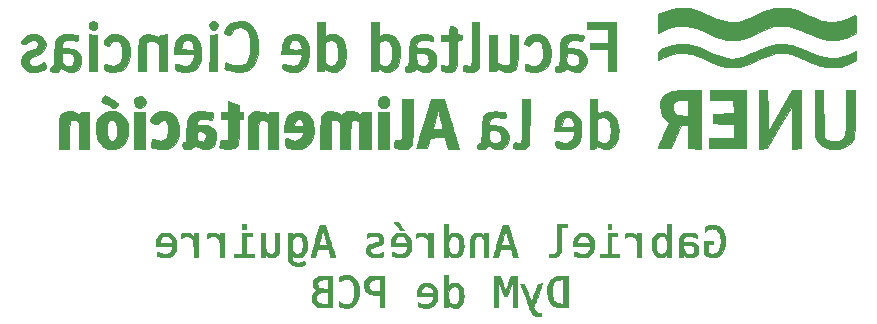
<source format=gbr>
%TF.GenerationSoftware,KiCad,Pcbnew,5.1.9*%
%TF.CreationDate,2021-04-12T10:05:19-03:00*%
%TF.ProjectId,Autito Microcontroladores,41757469-746f-4204-9d69-63726f636f6e,rev?*%
%TF.SameCoordinates,Original*%
%TF.FileFunction,Legend,Bot*%
%TF.FilePolarity,Positive*%
%FSLAX46Y46*%
G04 Gerber Fmt 4.6, Leading zero omitted, Abs format (unit mm)*
G04 Created by KiCad (PCBNEW 5.1.9) date 2021-04-12 10:05:19*
%MOMM*%
%LPD*%
G01*
G04 APERTURE LIST*
%ADD10C,0.010000*%
G04 APERTURE END LIST*
D10*
%TO.C,G\u002A\u002A\u002A*%
G36*
X159480065Y-149433467D02*
G01*
X159298717Y-149440900D01*
X159025366Y-150164800D01*
X158956279Y-150347499D01*
X158892282Y-150516244D01*
X158835762Y-150664778D01*
X158789108Y-150786844D01*
X158754708Y-150876183D01*
X158734948Y-150926538D01*
X158731840Y-150934003D01*
X158720268Y-150932290D01*
X158697978Y-150896116D01*
X158663956Y-150823079D01*
X158617186Y-150710772D01*
X158556653Y-150556792D01*
X158481341Y-150358735D01*
X158423436Y-150203753D01*
X158135206Y-149428200D01*
X157957286Y-149428200D01*
X157862237Y-149430242D01*
X157809650Y-149437535D01*
X157791305Y-149451824D01*
X157792777Y-149463148D01*
X157805005Y-149494787D01*
X157833241Y-149567728D01*
X157875136Y-149675904D01*
X157928341Y-149813250D01*
X157990506Y-149973702D01*
X158059281Y-150151192D01*
X158090401Y-150231498D01*
X158167476Y-150430790D01*
X158244357Y-150630310D01*
X158317519Y-150820858D01*
X158383436Y-150993232D01*
X158438585Y-151138233D01*
X158479441Y-151246660D01*
X158484727Y-151260836D01*
X158566192Y-151476980D01*
X158634691Y-151650627D01*
X158693476Y-151787424D01*
X158745796Y-151893016D01*
X158794901Y-151973050D01*
X158844041Y-152033172D01*
X158896467Y-152079027D01*
X158955428Y-152116262D01*
X158986459Y-152132459D01*
X159070202Y-152168485D01*
X159152853Y-152188328D01*
X159255442Y-152196122D01*
X159313788Y-152196800D01*
X159512000Y-152196800D01*
X159512000Y-151917400D01*
X159382489Y-151917400D01*
X159257331Y-151907863D01*
X159162197Y-151874162D01*
X159085940Y-151808663D01*
X159017412Y-151703730D01*
X158989191Y-151648014D01*
X158946736Y-151554955D01*
X158914518Y-151475260D01*
X158898185Y-151423168D01*
X158897250Y-151416227D01*
X158905786Y-151382085D01*
X158930940Y-151306966D01*
X158970435Y-151197047D01*
X159021991Y-151058507D01*
X159083329Y-150897523D01*
X159152172Y-150720272D01*
X159180827Y-150647400D01*
X159257710Y-150452498D01*
X159333588Y-150260036D01*
X159405056Y-150078663D01*
X159468705Y-149917027D01*
X159521131Y-149783777D01*
X159558925Y-149687562D01*
X159563941Y-149674767D01*
X159661414Y-149426034D01*
X159480065Y-149433467D01*
G37*
X159480065Y-149433467D02*
X159298717Y-149440900D01*
X159025366Y-150164800D01*
X158956279Y-150347499D01*
X158892282Y-150516244D01*
X158835762Y-150664778D01*
X158789108Y-150786844D01*
X158754708Y-150876183D01*
X158734948Y-150926538D01*
X158731840Y-150934003D01*
X158720268Y-150932290D01*
X158697978Y-150896116D01*
X158663956Y-150823079D01*
X158617186Y-150710772D01*
X158556653Y-150556792D01*
X158481341Y-150358735D01*
X158423436Y-150203753D01*
X158135206Y-149428200D01*
X157957286Y-149428200D01*
X157862237Y-149430242D01*
X157809650Y-149437535D01*
X157791305Y-149451824D01*
X157792777Y-149463148D01*
X157805005Y-149494787D01*
X157833241Y-149567728D01*
X157875136Y-149675904D01*
X157928341Y-149813250D01*
X157990506Y-149973702D01*
X158059281Y-150151192D01*
X158090401Y-150231498D01*
X158167476Y-150430790D01*
X158244357Y-150630310D01*
X158317519Y-150820858D01*
X158383436Y-150993232D01*
X158438585Y-151138233D01*
X158479441Y-151246660D01*
X158484727Y-151260836D01*
X158566192Y-151476980D01*
X158634691Y-151650627D01*
X158693476Y-151787424D01*
X158745796Y-151893016D01*
X158794901Y-151973050D01*
X158844041Y-152033172D01*
X158896467Y-152079027D01*
X158955428Y-152116262D01*
X158986459Y-152132459D01*
X159070202Y-152168485D01*
X159152853Y-152188328D01*
X159255442Y-152196122D01*
X159313788Y-152196800D01*
X159512000Y-152196800D01*
X159512000Y-151917400D01*
X159382489Y-151917400D01*
X159257331Y-151907863D01*
X159162197Y-151874162D01*
X159085940Y-151808663D01*
X159017412Y-151703730D01*
X158989191Y-151648014D01*
X158946736Y-151554955D01*
X158914518Y-151475260D01*
X158898185Y-151423168D01*
X158897250Y-151416227D01*
X158905786Y-151382085D01*
X158930940Y-151306966D01*
X158970435Y-151197047D01*
X159021991Y-151058507D01*
X159083329Y-150897523D01*
X159152172Y-150720272D01*
X159180827Y-150647400D01*
X159257710Y-150452498D01*
X159333588Y-150260036D01*
X159405056Y-150078663D01*
X159468705Y-149917027D01*
X159521131Y-149783777D01*
X159558925Y-149687562D01*
X159563941Y-149674767D01*
X159661414Y-149426034D01*
X159480065Y-149433467D01*
G36*
X151358600Y-151434800D02*
G01*
X151688800Y-151434800D01*
X151688800Y-151225130D01*
X151800441Y-151328036D01*
X151880060Y-151390490D01*
X151964138Y-151439927D01*
X152009991Y-151458130D01*
X152115961Y-151476583D01*
X152239820Y-151482432D01*
X152357152Y-151475457D01*
X152425565Y-151461867D01*
X152591649Y-151385434D01*
X152732421Y-151265558D01*
X152846159Y-151103785D01*
X152865531Y-151066500D01*
X152920233Y-150937295D01*
X152956541Y-150803113D01*
X152976370Y-150651627D01*
X152980679Y-150503506D01*
X152634217Y-150503506D01*
X152622737Y-150672006D01*
X152598329Y-150813441D01*
X152592999Y-150833065D01*
X152528178Y-150985918D01*
X152436658Y-151100283D01*
X152323550Y-151173460D01*
X152193966Y-151202747D01*
X152053016Y-151185443D01*
X151978476Y-151157841D01*
X151869342Y-151080638D01*
X151785548Y-150960284D01*
X151727544Y-150797912D01*
X151695782Y-150594656D01*
X151689403Y-150431500D01*
X151703007Y-150198444D01*
X151743675Y-150006938D01*
X151811187Y-149857493D01*
X151905327Y-149750618D01*
X152003857Y-149694483D01*
X152149796Y-149662198D01*
X152285297Y-149677500D01*
X152405112Y-149737440D01*
X152503994Y-149839070D01*
X152576697Y-149979444D01*
X152591450Y-150024608D01*
X152618537Y-150160907D01*
X152632805Y-150326840D01*
X152634217Y-150503506D01*
X152980679Y-150503506D01*
X152981640Y-150470510D01*
X152978516Y-150340044D01*
X152964779Y-150139133D01*
X152938460Y-149977339D01*
X152896141Y-149843814D01*
X152834403Y-149727708D01*
X152751660Y-149620251D01*
X152618285Y-149497777D01*
X152470410Y-149420967D01*
X152298383Y-149384917D01*
X152286448Y-149383892D01*
X152112255Y-149385962D01*
X151965869Y-149424739D01*
X151836891Y-149503452D01*
X151800798Y-149534633D01*
X151688800Y-149637869D01*
X151688800Y-148666200D01*
X151358600Y-148666200D01*
X151358600Y-151434800D01*
G37*
X151358600Y-151434800D02*
X151688800Y-151434800D01*
X151688800Y-151225130D01*
X151800441Y-151328036D01*
X151880060Y-151390490D01*
X151964138Y-151439927D01*
X152009991Y-151458130D01*
X152115961Y-151476583D01*
X152239820Y-151482432D01*
X152357152Y-151475457D01*
X152425565Y-151461867D01*
X152591649Y-151385434D01*
X152732421Y-151265558D01*
X152846159Y-151103785D01*
X152865531Y-151066500D01*
X152920233Y-150937295D01*
X152956541Y-150803113D01*
X152976370Y-150651627D01*
X152980679Y-150503506D01*
X152634217Y-150503506D01*
X152622737Y-150672006D01*
X152598329Y-150813441D01*
X152592999Y-150833065D01*
X152528178Y-150985918D01*
X152436658Y-151100283D01*
X152323550Y-151173460D01*
X152193966Y-151202747D01*
X152053016Y-151185443D01*
X151978476Y-151157841D01*
X151869342Y-151080638D01*
X151785548Y-150960284D01*
X151727544Y-150797912D01*
X151695782Y-150594656D01*
X151689403Y-150431500D01*
X151703007Y-150198444D01*
X151743675Y-150006938D01*
X151811187Y-149857493D01*
X151905327Y-149750618D01*
X152003857Y-149694483D01*
X152149796Y-149662198D01*
X152285297Y-149677500D01*
X152405112Y-149737440D01*
X152503994Y-149839070D01*
X152576697Y-149979444D01*
X152591450Y-150024608D01*
X152618537Y-150160907D01*
X152632805Y-150326840D01*
X152634217Y-150503506D01*
X152980679Y-150503506D01*
X152981640Y-150470510D01*
X152978516Y-150340044D01*
X152964779Y-150139133D01*
X152938460Y-149977339D01*
X152896141Y-149843814D01*
X152834403Y-149727708D01*
X152751660Y-149620251D01*
X152618285Y-149497777D01*
X152470410Y-149420967D01*
X152298383Y-149384917D01*
X152286448Y-149383892D01*
X152112255Y-149385962D01*
X151965869Y-149424739D01*
X151836891Y-149503452D01*
X151800798Y-149534633D01*
X151688800Y-149637869D01*
X151688800Y-148666200D01*
X151358600Y-148666200D01*
X151358600Y-151434800D01*
G36*
X149724859Y-149391589D02*
G01*
X149637995Y-149397779D01*
X149571526Y-149411390D01*
X149510270Y-149435125D01*
X149464014Y-149458338D01*
X149306300Y-149569134D01*
X149178568Y-149719879D01*
X149102818Y-149857380D01*
X149068398Y-149945547D01*
X149046032Y-150039907D01*
X149032377Y-150157600D01*
X149027004Y-150245889D01*
X149015009Y-150495000D01*
X150450693Y-150495000D01*
X150433641Y-150602950D01*
X150400380Y-150761733D01*
X150354459Y-150884036D01*
X150290610Y-150983636D01*
X150285751Y-150989608D01*
X150164996Y-151097481D01*
X150014928Y-151166765D01*
X149839628Y-151197150D01*
X149643175Y-151188328D01*
X149429650Y-151139993D01*
X149239821Y-151068515D01*
X149095720Y-151004787D01*
X149103210Y-151175343D01*
X149110700Y-151345900D01*
X149288500Y-151405038D01*
X149449443Y-151445898D01*
X149629549Y-151470916D01*
X149812783Y-151479451D01*
X149983111Y-151470862D01*
X150124497Y-151444508D01*
X150141713Y-151439151D01*
X150322082Y-151361310D01*
X150469395Y-151255492D01*
X150591252Y-151114594D01*
X150695252Y-150931512D01*
X150703364Y-150914100D01*
X150727106Y-150857352D01*
X150743434Y-150801135D01*
X150753699Y-150734280D01*
X150759251Y-150645614D01*
X150761440Y-150523970D01*
X150761700Y-150431500D01*
X150761240Y-150289167D01*
X150760037Y-150241000D01*
X150424454Y-150241000D01*
X149352000Y-150241000D01*
X149352000Y-150182110D01*
X149365335Y-150082273D01*
X149399951Y-149971298D01*
X149447765Y-149870240D01*
X149497453Y-149803171D01*
X149624593Y-149712304D01*
X149762965Y-149665823D01*
X149905072Y-149660893D01*
X150043415Y-149694679D01*
X150170496Y-149764348D01*
X150278815Y-149867063D01*
X150360875Y-149999991D01*
X150406807Y-150146931D01*
X150424454Y-150241000D01*
X150760037Y-150241000D01*
X150758659Y-150185851D01*
X150752160Y-150109771D01*
X150739945Y-150049144D01*
X150720216Y-149992188D01*
X150691176Y-149927122D01*
X150681659Y-149906958D01*
X150566907Y-149718105D01*
X150420515Y-149567432D01*
X150244896Y-149457422D01*
X150244759Y-149457358D01*
X150169627Y-149425188D01*
X150100430Y-149405147D01*
X150020970Y-149394493D01*
X149915049Y-149390486D01*
X149847300Y-149390119D01*
X149724859Y-149391589D01*
G37*
X149724859Y-149391589D02*
X149637995Y-149397779D01*
X149571526Y-149411390D01*
X149510270Y-149435125D01*
X149464014Y-149458338D01*
X149306300Y-149569134D01*
X149178568Y-149719879D01*
X149102818Y-149857380D01*
X149068398Y-149945547D01*
X149046032Y-150039907D01*
X149032377Y-150157600D01*
X149027004Y-150245889D01*
X149015009Y-150495000D01*
X150450693Y-150495000D01*
X150433641Y-150602950D01*
X150400380Y-150761733D01*
X150354459Y-150884036D01*
X150290610Y-150983636D01*
X150285751Y-150989608D01*
X150164996Y-151097481D01*
X150014928Y-151166765D01*
X149839628Y-151197150D01*
X149643175Y-151188328D01*
X149429650Y-151139993D01*
X149239821Y-151068515D01*
X149095720Y-151004787D01*
X149103210Y-151175343D01*
X149110700Y-151345900D01*
X149288500Y-151405038D01*
X149449443Y-151445898D01*
X149629549Y-151470916D01*
X149812783Y-151479451D01*
X149983111Y-151470862D01*
X150124497Y-151444508D01*
X150141713Y-151439151D01*
X150322082Y-151361310D01*
X150469395Y-151255492D01*
X150591252Y-151114594D01*
X150695252Y-150931512D01*
X150703364Y-150914100D01*
X150727106Y-150857352D01*
X150743434Y-150801135D01*
X150753699Y-150734280D01*
X150759251Y-150645614D01*
X150761440Y-150523970D01*
X150761700Y-150431500D01*
X150761240Y-150289167D01*
X150760037Y-150241000D01*
X150424454Y-150241000D01*
X149352000Y-150241000D01*
X149352000Y-150182110D01*
X149365335Y-150082273D01*
X149399951Y-149971298D01*
X149447765Y-149870240D01*
X149497453Y-149803171D01*
X149624593Y-149712304D01*
X149762965Y-149665823D01*
X149905072Y-149660893D01*
X150043415Y-149694679D01*
X150170496Y-149764348D01*
X150278815Y-149867063D01*
X150360875Y-149999991D01*
X150406807Y-150146931D01*
X150424454Y-150241000D01*
X150760037Y-150241000D01*
X150758659Y-150185851D01*
X150752160Y-150109771D01*
X150739945Y-150049144D01*
X150720216Y-149992188D01*
X150691176Y-149927122D01*
X150681659Y-149906958D01*
X150566907Y-149718105D01*
X150420515Y-149567432D01*
X150244896Y-149457422D01*
X150244759Y-149457358D01*
X150169627Y-149425188D01*
X150100430Y-149405147D01*
X150020970Y-149394493D01*
X149915049Y-149390486D01*
X149847300Y-149390119D01*
X149724859Y-149391589D01*
G36*
X142978002Y-148723625D02*
G01*
X142852419Y-148737348D01*
X142727190Y-148761569D01*
X142613483Y-148792945D01*
X142522462Y-148828136D01*
X142465296Y-148863801D01*
X142452904Y-148880749D01*
X142447725Y-148921194D01*
X142446160Y-148995672D01*
X142448303Y-149081327D01*
X142455900Y-149250115D01*
X142566792Y-149176579D01*
X142730707Y-149092284D01*
X142907919Y-149043431D01*
X143086270Y-149031269D01*
X143253598Y-149057042D01*
X143353130Y-149095970D01*
X143483076Y-149190051D01*
X143586105Y-149325477D01*
X143662414Y-149502763D01*
X143712200Y-149722427D01*
X143735661Y-149984982D01*
X143737718Y-150101300D01*
X143725380Y-150376683D01*
X143687932Y-150609211D01*
X143624726Y-150800555D01*
X143535113Y-150952383D01*
X143418446Y-151066364D01*
X143344900Y-151112274D01*
X143273686Y-151142343D01*
X143192198Y-151158835D01*
X143083130Y-151164735D01*
X143040100Y-151164877D01*
X142887620Y-151155305D01*
X142756582Y-151123923D01*
X142627070Y-151064411D01*
X142524624Y-151001286D01*
X142440948Y-150945785D01*
X142448424Y-151145784D01*
X142455900Y-151345782D01*
X142608300Y-151406702D01*
X142785779Y-151457357D01*
X142984246Y-151480577D01*
X143184512Y-151475826D01*
X143367385Y-151442565D01*
X143409741Y-151429171D01*
X143516226Y-151384184D01*
X143621513Y-151327453D01*
X143686752Y-151283230D01*
X143799251Y-151171516D01*
X143905299Y-151024783D01*
X143994797Y-150858684D01*
X144046720Y-150725432D01*
X144076036Y-150600495D01*
X144098165Y-150439985D01*
X144112416Y-150258711D01*
X144118098Y-150071480D01*
X144114520Y-149893103D01*
X144100990Y-149738389D01*
X144094694Y-149697701D01*
X144029573Y-149440801D01*
X143932018Y-149220619D01*
X143803710Y-149038622D01*
X143646330Y-148896278D01*
X143461562Y-148795054D01*
X143251088Y-148736417D01*
X143016589Y-148721835D01*
X142978002Y-148723625D01*
G37*
X142978002Y-148723625D02*
X142852419Y-148737348D01*
X142727190Y-148761569D01*
X142613483Y-148792945D01*
X142522462Y-148828136D01*
X142465296Y-148863801D01*
X142452904Y-148880749D01*
X142447725Y-148921194D01*
X142446160Y-148995672D01*
X142448303Y-149081327D01*
X142455900Y-149250115D01*
X142566792Y-149176579D01*
X142730707Y-149092284D01*
X142907919Y-149043431D01*
X143086270Y-149031269D01*
X143253598Y-149057042D01*
X143353130Y-149095970D01*
X143483076Y-149190051D01*
X143586105Y-149325477D01*
X143662414Y-149502763D01*
X143712200Y-149722427D01*
X143735661Y-149984982D01*
X143737718Y-150101300D01*
X143725380Y-150376683D01*
X143687932Y-150609211D01*
X143624726Y-150800555D01*
X143535113Y-150952383D01*
X143418446Y-151066364D01*
X143344900Y-151112274D01*
X143273686Y-151142343D01*
X143192198Y-151158835D01*
X143083130Y-151164735D01*
X143040100Y-151164877D01*
X142887620Y-151155305D01*
X142756582Y-151123923D01*
X142627070Y-151064411D01*
X142524624Y-151001286D01*
X142440948Y-150945785D01*
X142448424Y-151145784D01*
X142455900Y-151345782D01*
X142608300Y-151406702D01*
X142785779Y-151457357D01*
X142984246Y-151480577D01*
X143184512Y-151475826D01*
X143367385Y-151442565D01*
X143409741Y-151429171D01*
X143516226Y-151384184D01*
X143621513Y-151327453D01*
X143686752Y-151283230D01*
X143799251Y-151171516D01*
X143905299Y-151024783D01*
X143994797Y-150858684D01*
X144046720Y-150725432D01*
X144076036Y-150600495D01*
X144098165Y-150439985D01*
X144112416Y-150258711D01*
X144118098Y-150071480D01*
X144114520Y-149893103D01*
X144100990Y-149738389D01*
X144094694Y-149697701D01*
X144029573Y-149440801D01*
X143932018Y-149220619D01*
X143803710Y-149038622D01*
X143646330Y-148896278D01*
X143461562Y-148795054D01*
X143251088Y-148736417D01*
X143016589Y-148721835D01*
X142978002Y-148723625D01*
G36*
X161436050Y-148768175D02*
G01*
X161194071Y-148773528D01*
X160993803Y-148790591D01*
X160827039Y-148821640D01*
X160685574Y-148868951D01*
X160561202Y-148934802D01*
X160445716Y-149021470D01*
X160410735Y-149052644D01*
X160293747Y-149192687D01*
X160200005Y-149372804D01*
X160131200Y-149587071D01*
X160089024Y-149829562D01*
X160075167Y-150094351D01*
X160078496Y-150216764D01*
X160100847Y-150466946D01*
X160141913Y-150676879D01*
X160204364Y-150854513D01*
X160290872Y-151007799D01*
X160382735Y-151122098D01*
X160492922Y-151224149D01*
X160617711Y-151303525D01*
X160763849Y-151362224D01*
X160938083Y-151402247D01*
X161147157Y-151425595D01*
X161397817Y-151434268D01*
X161436050Y-151434424D01*
X161823400Y-151434800D01*
X161823400Y-151137160D01*
X161442400Y-151137160D01*
X161232850Y-151123950D01*
X161118248Y-151113549D01*
X161008627Y-151098252D01*
X160925345Y-151081116D01*
X160916780Y-151078678D01*
X160778438Y-151018219D01*
X160667380Y-150926646D01*
X160582233Y-150801010D01*
X160521625Y-150638361D01*
X160484183Y-150435749D01*
X160468534Y-150190226D01*
X160467869Y-150114000D01*
X160475400Y-149869711D01*
X160498241Y-149668873D01*
X160537945Y-149506037D01*
X160596063Y-149375752D01*
X160674145Y-149272568D01*
X160719192Y-149231049D01*
X160813841Y-149167962D01*
X160926763Y-149123504D01*
X161068840Y-149094445D01*
X161232850Y-149078649D01*
X161442400Y-149065439D01*
X161442400Y-151137160D01*
X161823400Y-151137160D01*
X161823400Y-148767800D01*
X161436050Y-148768175D01*
G37*
X161436050Y-148768175D02*
X161194071Y-148773528D01*
X160993803Y-148790591D01*
X160827039Y-148821640D01*
X160685574Y-148868951D01*
X160561202Y-148934802D01*
X160445716Y-149021470D01*
X160410735Y-149052644D01*
X160293747Y-149192687D01*
X160200005Y-149372804D01*
X160131200Y-149587071D01*
X160089024Y-149829562D01*
X160075167Y-150094351D01*
X160078496Y-150216764D01*
X160100847Y-150466946D01*
X160141913Y-150676879D01*
X160204364Y-150854513D01*
X160290872Y-151007799D01*
X160382735Y-151122098D01*
X160492922Y-151224149D01*
X160617711Y-151303525D01*
X160763849Y-151362224D01*
X160938083Y-151402247D01*
X161147157Y-151425595D01*
X161397817Y-151434268D01*
X161436050Y-151434424D01*
X161823400Y-151434800D01*
X161823400Y-151137160D01*
X161442400Y-151137160D01*
X161232850Y-151123950D01*
X161118248Y-151113549D01*
X161008627Y-151098252D01*
X160925345Y-151081116D01*
X160916780Y-151078678D01*
X160778438Y-151018219D01*
X160667380Y-150926646D01*
X160582233Y-150801010D01*
X160521625Y-150638361D01*
X160484183Y-150435749D01*
X160468534Y-150190226D01*
X160467869Y-150114000D01*
X160475400Y-149869711D01*
X160498241Y-149668873D01*
X160537945Y-149506037D01*
X160596063Y-149375752D01*
X160674145Y-149272568D01*
X160719192Y-149231049D01*
X160813841Y-149167962D01*
X160926763Y-149123504D01*
X161068840Y-149094445D01*
X161232850Y-149078649D01*
X161442400Y-149065439D01*
X161442400Y-151137160D01*
X161823400Y-151137160D01*
X161823400Y-148767800D01*
X161436050Y-148768175D01*
G36*
X156991412Y-148780500D02*
G01*
X156775858Y-149415500D01*
X156717544Y-149586013D01*
X156663807Y-149740730D01*
X156616986Y-149873105D01*
X156579422Y-149976594D01*
X156553454Y-150044651D01*
X156541682Y-150070500D01*
X156529091Y-150052763D01*
X156502876Y-149992689D01*
X156465268Y-149896203D01*
X156418496Y-149769228D01*
X156364793Y-149617690D01*
X156306389Y-149447513D01*
X156300191Y-149429150D01*
X156077322Y-148767800D01*
X155575000Y-148767800D01*
X155575000Y-151434800D01*
X155930600Y-151434800D01*
X155932606Y-150285450D01*
X155934611Y-149136100D01*
X156163720Y-149816742D01*
X156392829Y-150497385D01*
X156534141Y-150489842D01*
X156675454Y-150482300D01*
X156911281Y-149796500D01*
X157147109Y-149110700D01*
X157148455Y-150272750D01*
X157149800Y-151434800D01*
X157480000Y-151434800D01*
X157480000Y-148765960D01*
X156991412Y-148780500D01*
G37*
X156991412Y-148780500D02*
X156775858Y-149415500D01*
X156717544Y-149586013D01*
X156663807Y-149740730D01*
X156616986Y-149873105D01*
X156579422Y-149976594D01*
X156553454Y-150044651D01*
X156541682Y-150070500D01*
X156529091Y-150052763D01*
X156502876Y-149992689D01*
X156465268Y-149896203D01*
X156418496Y-149769228D01*
X156364793Y-149617690D01*
X156306389Y-149447513D01*
X156300191Y-149429150D01*
X156077322Y-148767800D01*
X155575000Y-148767800D01*
X155575000Y-151434800D01*
X155930600Y-151434800D01*
X155932606Y-150285450D01*
X155934611Y-149136100D01*
X156163720Y-149816742D01*
X156392829Y-150497385D01*
X156534141Y-150489842D01*
X156675454Y-150482300D01*
X156911281Y-149796500D01*
X157147109Y-149110700D01*
X157148455Y-150272750D01*
X157149800Y-151434800D01*
X157480000Y-151434800D01*
X157480000Y-148765960D01*
X156991412Y-148780500D01*
G36*
X145675350Y-148772179D02*
G01*
X145491445Y-148775408D01*
X145350469Y-148779078D01*
X145244553Y-148783961D01*
X145165826Y-148790827D01*
X145106420Y-148800446D01*
X145058464Y-148813590D01*
X145014090Y-148831029D01*
X144997299Y-148838588D01*
X144831896Y-148930815D01*
X144709879Y-149038915D01*
X144626391Y-149170254D01*
X144576574Y-149332199D01*
X144556678Y-149506896D01*
X144561188Y-149723676D01*
X144599957Y-149904852D01*
X144674826Y-150053928D01*
X144787633Y-150174411D01*
X144940217Y-150269805D01*
X144962543Y-150280306D01*
X145029317Y-150309203D01*
X145089435Y-150329709D01*
X145154310Y-150343599D01*
X145235352Y-150352645D01*
X145343972Y-150358622D01*
X145491582Y-150363303D01*
X145497550Y-150363464D01*
X145872200Y-150373536D01*
X145872200Y-151434800D01*
X146227800Y-151434800D01*
X146227800Y-150063200D01*
X145872200Y-150063200D01*
X145622811Y-150063200D01*
X145481265Y-150058641D01*
X145352255Y-150046178D01*
X145253944Y-150027628D01*
X145246669Y-150025558D01*
X145110715Y-149963210D01*
X145013612Y-149868331D01*
X144955221Y-149740698D01*
X144935406Y-149580090D01*
X144936852Y-149527372D01*
X144946167Y-149425061D01*
X144964380Y-149353511D01*
X144997968Y-149292741D01*
X145024131Y-149258181D01*
X145101519Y-149182458D01*
X145198622Y-149128727D01*
X145323512Y-149094456D01*
X145484258Y-149077110D01*
X145611850Y-149073711D01*
X145872200Y-149072600D01*
X145872200Y-150063200D01*
X146227800Y-150063200D01*
X146227800Y-148763505D01*
X145675350Y-148772179D01*
G37*
X145675350Y-148772179D02*
X145491445Y-148775408D01*
X145350469Y-148779078D01*
X145244553Y-148783961D01*
X145165826Y-148790827D01*
X145106420Y-148800446D01*
X145058464Y-148813590D01*
X145014090Y-148831029D01*
X144997299Y-148838588D01*
X144831896Y-148930815D01*
X144709879Y-149038915D01*
X144626391Y-149170254D01*
X144576574Y-149332199D01*
X144556678Y-149506896D01*
X144561188Y-149723676D01*
X144599957Y-149904852D01*
X144674826Y-150053928D01*
X144787633Y-150174411D01*
X144940217Y-150269805D01*
X144962543Y-150280306D01*
X145029317Y-150309203D01*
X145089435Y-150329709D01*
X145154310Y-150343599D01*
X145235352Y-150352645D01*
X145343972Y-150358622D01*
X145491582Y-150363303D01*
X145497550Y-150363464D01*
X145872200Y-150373536D01*
X145872200Y-151434800D01*
X146227800Y-151434800D01*
X146227800Y-150063200D01*
X145872200Y-150063200D01*
X145622811Y-150063200D01*
X145481265Y-150058641D01*
X145352255Y-150046178D01*
X145253944Y-150027628D01*
X145246669Y-150025558D01*
X145110715Y-149963210D01*
X145013612Y-149868331D01*
X144955221Y-149740698D01*
X144935406Y-149580090D01*
X144936852Y-149527372D01*
X144946167Y-149425061D01*
X144964380Y-149353511D01*
X144997968Y-149292741D01*
X145024131Y-149258181D01*
X145101519Y-149182458D01*
X145198622Y-149128727D01*
X145323512Y-149094456D01*
X145484258Y-149077110D01*
X145611850Y-149073711D01*
X145872200Y-149072600D01*
X145872200Y-150063200D01*
X146227800Y-150063200D01*
X146227800Y-148763505D01*
X145675350Y-148772179D01*
G36*
X141306550Y-148772179D02*
G01*
X141122763Y-148775399D01*
X140981889Y-148779052D01*
X140876043Y-148783913D01*
X140797339Y-148790760D01*
X140737892Y-148800370D01*
X140689817Y-148813520D01*
X140645228Y-148830986D01*
X140627100Y-148839127D01*
X140464183Y-148935017D01*
X140346058Y-149053908D01*
X140270928Y-149198558D01*
X140236994Y-149371724D01*
X140234516Y-149440900D01*
X140252242Y-149623483D01*
X140305664Y-149770172D01*
X140395145Y-149881577D01*
X140521052Y-149958306D01*
X140551627Y-149969888D01*
X140651697Y-150004534D01*
X140553529Y-150036932D01*
X140443283Y-150093123D01*
X140332905Y-150182847D01*
X140238649Y-150291549D01*
X140199881Y-150353567D01*
X140164210Y-150456134D01*
X140144357Y-150589134D01*
X140140336Y-150735059D01*
X140152159Y-150876403D01*
X140179838Y-150995658D01*
X140199394Y-151041100D01*
X140306453Y-151187560D01*
X140451730Y-151300565D01*
X140635203Y-151380099D01*
X140736301Y-151406270D01*
X140804616Y-151415319D01*
X140912953Y-151423185D01*
X141050539Y-151429379D01*
X141206601Y-151433413D01*
X141364951Y-151434800D01*
X141859000Y-151434800D01*
X141859000Y-151135884D01*
X141503400Y-151135884D01*
X141166850Y-151125840D01*
X141020761Y-151120273D01*
X140913970Y-151112558D01*
X140834979Y-151100984D01*
X140772288Y-151083845D01*
X140714399Y-151059431D01*
X140712012Y-151058275D01*
X140616259Y-150996000D01*
X140553669Y-150913859D01*
X140519655Y-150802770D01*
X140509625Y-150657526D01*
X140521408Y-150506745D01*
X140559993Y-150392603D01*
X140630236Y-150305923D01*
X140730030Y-150241000D01*
X140789420Y-150213754D01*
X140848566Y-150194939D01*
X140919582Y-150182604D01*
X141014581Y-150174798D01*
X141145675Y-150169569D01*
X141179550Y-150168599D01*
X141503400Y-150159698D01*
X141503400Y-151135884D01*
X141859000Y-151135884D01*
X141859000Y-149866006D01*
X141503400Y-149866006D01*
X141179550Y-149855176D01*
X141025751Y-149848062D01*
X140913515Y-149837767D01*
X140833640Y-149823039D01*
X140776927Y-149802627D01*
X140770925Y-149799569D01*
X140687569Y-149728929D01*
X140629288Y-149626688D01*
X140598847Y-149506887D01*
X140599015Y-149383568D01*
X140632560Y-149270770D01*
X140658342Y-149228448D01*
X140705680Y-149174976D01*
X140762479Y-149136141D01*
X140837763Y-149109323D01*
X140940560Y-149091903D01*
X141079896Y-149081263D01*
X141179550Y-149077214D01*
X141503400Y-149066593D01*
X141503400Y-149866006D01*
X141859000Y-149866006D01*
X141859000Y-148763505D01*
X141306550Y-148772179D01*
G37*
X141306550Y-148772179D02*
X141122763Y-148775399D01*
X140981889Y-148779052D01*
X140876043Y-148783913D01*
X140797339Y-148790760D01*
X140737892Y-148800370D01*
X140689817Y-148813520D01*
X140645228Y-148830986D01*
X140627100Y-148839127D01*
X140464183Y-148935017D01*
X140346058Y-149053908D01*
X140270928Y-149198558D01*
X140236994Y-149371724D01*
X140234516Y-149440900D01*
X140252242Y-149623483D01*
X140305664Y-149770172D01*
X140395145Y-149881577D01*
X140521052Y-149958306D01*
X140551627Y-149969888D01*
X140651697Y-150004534D01*
X140553529Y-150036932D01*
X140443283Y-150093123D01*
X140332905Y-150182847D01*
X140238649Y-150291549D01*
X140199881Y-150353567D01*
X140164210Y-150456134D01*
X140144357Y-150589134D01*
X140140336Y-150735059D01*
X140152159Y-150876403D01*
X140179838Y-150995658D01*
X140199394Y-151041100D01*
X140306453Y-151187560D01*
X140451730Y-151300565D01*
X140635203Y-151380099D01*
X140736301Y-151406270D01*
X140804616Y-151415319D01*
X140912953Y-151423185D01*
X141050539Y-151429379D01*
X141206601Y-151433413D01*
X141364951Y-151434800D01*
X141859000Y-151434800D01*
X141859000Y-151135884D01*
X141503400Y-151135884D01*
X141166850Y-151125840D01*
X141020761Y-151120273D01*
X140913970Y-151112558D01*
X140834979Y-151100984D01*
X140772288Y-151083845D01*
X140714399Y-151059431D01*
X140712012Y-151058275D01*
X140616259Y-150996000D01*
X140553669Y-150913859D01*
X140519655Y-150802770D01*
X140509625Y-150657526D01*
X140521408Y-150506745D01*
X140559993Y-150392603D01*
X140630236Y-150305923D01*
X140730030Y-150241000D01*
X140789420Y-150213754D01*
X140848566Y-150194939D01*
X140919582Y-150182604D01*
X141014581Y-150174798D01*
X141145675Y-150169569D01*
X141179550Y-150168599D01*
X141503400Y-150159698D01*
X141503400Y-151135884D01*
X141859000Y-151135884D01*
X141859000Y-149866006D01*
X141503400Y-149866006D01*
X141179550Y-149855176D01*
X141025751Y-149848062D01*
X140913515Y-149837767D01*
X140833640Y-149823039D01*
X140776927Y-149802627D01*
X140770925Y-149799569D01*
X140687569Y-149728929D01*
X140629288Y-149626688D01*
X140598847Y-149506887D01*
X140599015Y-149383568D01*
X140632560Y-149270770D01*
X140658342Y-149228448D01*
X140705680Y-149174976D01*
X140762479Y-149136141D01*
X140837763Y-149109323D01*
X140940560Y-149091903D01*
X141079896Y-149081263D01*
X141179550Y-149077214D01*
X141503400Y-149066593D01*
X141503400Y-149866006D01*
X141859000Y-149866006D01*
X141859000Y-148763505D01*
X141306550Y-148772179D01*
G36*
X138854770Y-145118055D02*
G01*
X138711539Y-145154577D01*
X138588143Y-145229424D01*
X138538387Y-145274529D01*
X138430000Y-145382915D01*
X138430000Y-145161000D01*
X138097323Y-145161000D01*
X138105176Y-146272250D01*
X138107214Y-146541179D01*
X138109325Y-146764147D01*
X138111728Y-146945992D01*
X138114643Y-147091550D01*
X138118289Y-147205661D01*
X138122886Y-147293161D01*
X138128652Y-147358890D01*
X138135807Y-147407685D01*
X138144571Y-147444384D01*
X138155163Y-147473825D01*
X138160168Y-147485100D01*
X138261318Y-147652673D01*
X138391177Y-147779398D01*
X138497851Y-147843940D01*
X138570841Y-147876548D01*
X138639622Y-147897801D01*
X138719430Y-147910524D01*
X138825502Y-147917540D01*
X138909532Y-147920221D01*
X139035743Y-147920887D01*
X139156039Y-147917113D01*
X139253221Y-147909641D01*
X139293600Y-147903628D01*
X139400792Y-147881778D01*
X139468035Y-147863764D01*
X139504573Y-147840749D01*
X139519651Y-147803896D01*
X139522514Y-147744366D01*
X139522200Y-147685098D01*
X139520806Y-147595981D01*
X139514697Y-147547926D01*
X139500984Y-147531230D01*
X139477750Y-147535790D01*
X139243427Y-147617230D01*
X139035976Y-147661054D01*
X138857074Y-147667266D01*
X138708395Y-147635869D01*
X138591618Y-147566866D01*
X138558902Y-147534184D01*
X138496220Y-147444597D01*
X138456045Y-147338924D01*
X138435181Y-147205528D01*
X138430237Y-147066000D01*
X138430190Y-146875500D01*
X138478382Y-146954530D01*
X138575030Y-147065825D01*
X138705472Y-147143107D01*
X138863574Y-147183769D01*
X139024972Y-147186857D01*
X139208346Y-147149788D01*
X139365564Y-147069675D01*
X139497688Y-146945764D01*
X139605778Y-146777303D01*
X139608026Y-146772826D01*
X139659395Y-146655904D01*
X139693931Y-146538653D01*
X139714306Y-146406787D01*
X139723191Y-146246019D01*
X139724159Y-146151600D01*
X139375822Y-146151600D01*
X139363667Y-146376071D01*
X139327372Y-146557930D01*
X139265844Y-146699832D01*
X139177993Y-146804435D01*
X139082371Y-146865742D01*
X138954593Y-146901307D01*
X138819277Y-146898605D01*
X138695037Y-146858997D01*
X138654443Y-146834439D01*
X138599970Y-146779894D01*
X138542847Y-146698565D01*
X138509291Y-146636499D01*
X138482050Y-146574667D01*
X138463429Y-146518168D01*
X138451807Y-146455197D01*
X138445563Y-146373948D01*
X138443076Y-146262616D01*
X138442700Y-146151600D01*
X138443427Y-146009774D01*
X138446688Y-145906934D01*
X138454104Y-145831275D01*
X138467297Y-145770990D01*
X138487887Y-145714275D01*
X138509291Y-145666700D01*
X138594292Y-145533221D01*
X138701250Y-145443080D01*
X138825460Y-145398213D01*
X138962213Y-145400556D01*
X139071947Y-145435238D01*
X139185728Y-145507426D01*
X139271678Y-145612712D01*
X139331123Y-145754222D01*
X139365389Y-145935081D01*
X139375822Y-146151600D01*
X139724159Y-146151600D01*
X139719963Y-145971292D01*
X139705595Y-145826940D01*
X139678385Y-145704259D01*
X139635661Y-145588960D01*
X139608026Y-145530373D01*
X139500188Y-145360604D01*
X139368177Y-145235395D01*
X139211339Y-145154284D01*
X139029022Y-145116802D01*
X139027648Y-145116692D01*
X138854770Y-145118055D01*
G37*
X138854770Y-145118055D02*
X138711539Y-145154577D01*
X138588143Y-145229424D01*
X138538387Y-145274529D01*
X138430000Y-145382915D01*
X138430000Y-145161000D01*
X138097323Y-145161000D01*
X138105176Y-146272250D01*
X138107214Y-146541179D01*
X138109325Y-146764147D01*
X138111728Y-146945992D01*
X138114643Y-147091550D01*
X138118289Y-147205661D01*
X138122886Y-147293161D01*
X138128652Y-147358890D01*
X138135807Y-147407685D01*
X138144571Y-147444384D01*
X138155163Y-147473825D01*
X138160168Y-147485100D01*
X138261318Y-147652673D01*
X138391177Y-147779398D01*
X138497851Y-147843940D01*
X138570841Y-147876548D01*
X138639622Y-147897801D01*
X138719430Y-147910524D01*
X138825502Y-147917540D01*
X138909532Y-147920221D01*
X139035743Y-147920887D01*
X139156039Y-147917113D01*
X139253221Y-147909641D01*
X139293600Y-147903628D01*
X139400792Y-147881778D01*
X139468035Y-147863764D01*
X139504573Y-147840749D01*
X139519651Y-147803896D01*
X139522514Y-147744366D01*
X139522200Y-147685098D01*
X139520806Y-147595981D01*
X139514697Y-147547926D01*
X139500984Y-147531230D01*
X139477750Y-147535790D01*
X139243427Y-147617230D01*
X139035976Y-147661054D01*
X138857074Y-147667266D01*
X138708395Y-147635869D01*
X138591618Y-147566866D01*
X138558902Y-147534184D01*
X138496220Y-147444597D01*
X138456045Y-147338924D01*
X138435181Y-147205528D01*
X138430237Y-147066000D01*
X138430190Y-146875500D01*
X138478382Y-146954530D01*
X138575030Y-147065825D01*
X138705472Y-147143107D01*
X138863574Y-147183769D01*
X139024972Y-147186857D01*
X139208346Y-147149788D01*
X139365564Y-147069675D01*
X139497688Y-146945764D01*
X139605778Y-146777303D01*
X139608026Y-146772826D01*
X139659395Y-146655904D01*
X139693931Y-146538653D01*
X139714306Y-146406787D01*
X139723191Y-146246019D01*
X139724159Y-146151600D01*
X139375822Y-146151600D01*
X139363667Y-146376071D01*
X139327372Y-146557930D01*
X139265844Y-146699832D01*
X139177993Y-146804435D01*
X139082371Y-146865742D01*
X138954593Y-146901307D01*
X138819277Y-146898605D01*
X138695037Y-146858997D01*
X138654443Y-146834439D01*
X138599970Y-146779894D01*
X138542847Y-146698565D01*
X138509291Y-146636499D01*
X138482050Y-146574667D01*
X138463429Y-146518168D01*
X138451807Y-146455197D01*
X138445563Y-146373948D01*
X138443076Y-146262616D01*
X138442700Y-146151600D01*
X138443427Y-146009774D01*
X138446688Y-145906934D01*
X138454104Y-145831275D01*
X138467297Y-145770990D01*
X138487887Y-145714275D01*
X138509291Y-145666700D01*
X138594292Y-145533221D01*
X138701250Y-145443080D01*
X138825460Y-145398213D01*
X138962213Y-145400556D01*
X139071947Y-145435238D01*
X139185728Y-145507426D01*
X139271678Y-145612712D01*
X139331123Y-145754222D01*
X139365389Y-145935081D01*
X139375822Y-146151600D01*
X139724159Y-146151600D01*
X139719963Y-145971292D01*
X139705595Y-145826940D01*
X139678385Y-145704259D01*
X139635661Y-145588960D01*
X139608026Y-145530373D01*
X139500188Y-145360604D01*
X139368177Y-145235395D01*
X139211339Y-145154284D01*
X139029022Y-145116802D01*
X139027648Y-145116692D01*
X138854770Y-145118055D01*
G36*
X173772812Y-144486791D02*
G01*
X173598564Y-144552921D01*
X173564550Y-144569401D01*
X173431200Y-144635906D01*
X173431200Y-145039262D01*
X173523836Y-144957927D01*
X173675619Y-144852665D01*
X173839508Y-144787566D01*
X174007779Y-144761588D01*
X174172709Y-144773686D01*
X174326574Y-144822816D01*
X174461652Y-144907935D01*
X174570218Y-145027999D01*
X174614301Y-145105303D01*
X174677889Y-145280538D01*
X174721763Y-145489925D01*
X174744456Y-145720203D01*
X174744499Y-145958113D01*
X174728467Y-146135962D01*
X174685903Y-146364273D01*
X174624085Y-146548289D01*
X174541255Y-146691405D01*
X174435660Y-146797017D01*
X174363179Y-146842484D01*
X174253994Y-146879620D01*
X174117504Y-146898265D01*
X173973915Y-146897920D01*
X173843429Y-146878085D01*
X173780450Y-146856897D01*
X173685200Y-146814592D01*
X173685200Y-146100800D01*
X174066200Y-146100800D01*
X174066200Y-145796000D01*
X173329600Y-145796000D01*
X173329600Y-146938506D01*
X173450250Y-147027536D01*
X173623483Y-147125812D01*
X173823111Y-147189151D01*
X174036815Y-147215506D01*
X174252276Y-147202833D01*
X174364112Y-147179286D01*
X174554523Y-147102288D01*
X174723190Y-146981334D01*
X174867291Y-146819617D01*
X174984003Y-146620325D01*
X175070503Y-146386651D01*
X175072811Y-146378386D01*
X175092429Y-146292321D01*
X175105730Y-146193681D01*
X175113581Y-146071560D01*
X175116847Y-145915054D01*
X175117033Y-145821400D01*
X175115885Y-145664858D01*
X175112370Y-145546923D01*
X175105103Y-145455411D01*
X175092701Y-145378139D01*
X175073780Y-145302921D01*
X175049241Y-145224500D01*
X174951101Y-144988887D01*
X174825822Y-144796201D01*
X174673327Y-144646375D01*
X174493535Y-144539341D01*
X174286368Y-144475032D01*
X174142931Y-144456505D01*
X173947103Y-144456051D01*
X173772812Y-144486791D01*
G37*
X173772812Y-144486791D02*
X173598564Y-144552921D01*
X173564550Y-144569401D01*
X173431200Y-144635906D01*
X173431200Y-145039262D01*
X173523836Y-144957927D01*
X173675619Y-144852665D01*
X173839508Y-144787566D01*
X174007779Y-144761588D01*
X174172709Y-144773686D01*
X174326574Y-144822816D01*
X174461652Y-144907935D01*
X174570218Y-145027999D01*
X174614301Y-145105303D01*
X174677889Y-145280538D01*
X174721763Y-145489925D01*
X174744456Y-145720203D01*
X174744499Y-145958113D01*
X174728467Y-146135962D01*
X174685903Y-146364273D01*
X174624085Y-146548289D01*
X174541255Y-146691405D01*
X174435660Y-146797017D01*
X174363179Y-146842484D01*
X174253994Y-146879620D01*
X174117504Y-146898265D01*
X173973915Y-146897920D01*
X173843429Y-146878085D01*
X173780450Y-146856897D01*
X173685200Y-146814592D01*
X173685200Y-146100800D01*
X174066200Y-146100800D01*
X174066200Y-145796000D01*
X173329600Y-145796000D01*
X173329600Y-146938506D01*
X173450250Y-147027536D01*
X173623483Y-147125812D01*
X173823111Y-147189151D01*
X174036815Y-147215506D01*
X174252276Y-147202833D01*
X174364112Y-147179286D01*
X174554523Y-147102288D01*
X174723190Y-146981334D01*
X174867291Y-146819617D01*
X174984003Y-146620325D01*
X175070503Y-146386651D01*
X175072811Y-146378386D01*
X175092429Y-146292321D01*
X175105730Y-146193681D01*
X175113581Y-146071560D01*
X175116847Y-145915054D01*
X175117033Y-145821400D01*
X175115885Y-145664858D01*
X175112370Y-145546923D01*
X175105103Y-145455411D01*
X175092701Y-145378139D01*
X175073780Y-145302921D01*
X175049241Y-145224500D01*
X174951101Y-144988887D01*
X174825822Y-144796201D01*
X174673327Y-144646375D01*
X174493535Y-144539341D01*
X174286368Y-144475032D01*
X174142931Y-144456505D01*
X173947103Y-144456051D01*
X173772812Y-144486791D01*
G36*
X171818196Y-145129227D02*
G01*
X171743679Y-145137906D01*
X171683985Y-145153061D01*
X171627137Y-145176093D01*
X171626510Y-145176383D01*
X171461088Y-145277302D01*
X171336249Y-145407775D01*
X171270671Y-145522765D01*
X171253805Y-145563201D01*
X171240385Y-145603496D01*
X171229912Y-145650037D01*
X171221884Y-145709212D01*
X171215801Y-145787409D01*
X171211162Y-145891017D01*
X171207468Y-146026422D01*
X171204217Y-146200013D01*
X171200999Y-146411950D01*
X171190071Y-147167600D01*
X171551600Y-147167600D01*
X171551600Y-146903672D01*
X171634150Y-146993786D01*
X171753820Y-147098945D01*
X171890598Y-147167036D01*
X172055171Y-147202540D01*
X172148500Y-147209372D01*
X172253719Y-147210449D01*
X172346361Y-147206357D01*
X172408887Y-147197964D01*
X172415365Y-147196137D01*
X172582981Y-147117427D01*
X172714163Y-147005538D01*
X172806232Y-146865256D01*
X172856511Y-146701366D01*
X172860046Y-146590177D01*
X172520095Y-146590177D01*
X172500066Y-146708469D01*
X172479947Y-146758789D01*
X172408283Y-146844843D01*
X172302113Y-146903563D01*
X172171434Y-146932111D01*
X172026243Y-146927651D01*
X171945384Y-146910534D01*
X171820032Y-146850527D01*
X171712859Y-146749761D01*
X171628997Y-146616573D01*
X171573581Y-146459300D01*
X171551744Y-146286279D01*
X171551600Y-146270986D01*
X171551600Y-146145593D01*
X171875450Y-146155805D01*
X172072679Y-146168065D01*
X172225864Y-146192200D01*
X172340787Y-146230175D01*
X172423227Y-146283951D01*
X172478965Y-146355489D01*
X172482324Y-146361807D01*
X172514230Y-146466465D01*
X172520095Y-146590177D01*
X172860046Y-146590177D01*
X172862320Y-146518653D01*
X172848015Y-146423186D01*
X172795541Y-146264381D01*
X172708081Y-146137629D01*
X172580353Y-146036452D01*
X172496047Y-145991694D01*
X172428391Y-145961138D01*
X172369795Y-145939301D01*
X172309221Y-145924409D01*
X172235629Y-145914691D01*
X172137979Y-145908372D01*
X172005231Y-145903679D01*
X171936068Y-145901759D01*
X171545835Y-145891268D01*
X171556824Y-145758756D01*
X171584633Y-145622385D01*
X171644920Y-145522742D01*
X171741923Y-145454327D01*
X171811515Y-145428296D01*
X171909890Y-145405280D01*
X172008531Y-145391665D01*
X172045161Y-145390041D01*
X172168866Y-145400432D01*
X172316454Y-145427427D01*
X172465798Y-145466087D01*
X172594773Y-145511478D01*
X172600502Y-145513927D01*
X172722303Y-145566581D01*
X172714802Y-145395834D01*
X172707300Y-145225087D01*
X172542200Y-145176785D01*
X172431623Y-145151185D01*
X172301740Y-145135038D01*
X172139673Y-145126984D01*
X172059600Y-145125691D01*
X171919512Y-145125623D01*
X171818196Y-145129227D01*
G37*
X171818196Y-145129227D02*
X171743679Y-145137906D01*
X171683985Y-145153061D01*
X171627137Y-145176093D01*
X171626510Y-145176383D01*
X171461088Y-145277302D01*
X171336249Y-145407775D01*
X171270671Y-145522765D01*
X171253805Y-145563201D01*
X171240385Y-145603496D01*
X171229912Y-145650037D01*
X171221884Y-145709212D01*
X171215801Y-145787409D01*
X171211162Y-145891017D01*
X171207468Y-146026422D01*
X171204217Y-146200013D01*
X171200999Y-146411950D01*
X171190071Y-147167600D01*
X171551600Y-147167600D01*
X171551600Y-146903672D01*
X171634150Y-146993786D01*
X171753820Y-147098945D01*
X171890598Y-147167036D01*
X172055171Y-147202540D01*
X172148500Y-147209372D01*
X172253719Y-147210449D01*
X172346361Y-147206357D01*
X172408887Y-147197964D01*
X172415365Y-147196137D01*
X172582981Y-147117427D01*
X172714163Y-147005538D01*
X172806232Y-146865256D01*
X172856511Y-146701366D01*
X172860046Y-146590177D01*
X172520095Y-146590177D01*
X172500066Y-146708469D01*
X172479947Y-146758789D01*
X172408283Y-146844843D01*
X172302113Y-146903563D01*
X172171434Y-146932111D01*
X172026243Y-146927651D01*
X171945384Y-146910534D01*
X171820032Y-146850527D01*
X171712859Y-146749761D01*
X171628997Y-146616573D01*
X171573581Y-146459300D01*
X171551744Y-146286279D01*
X171551600Y-146270986D01*
X171551600Y-146145593D01*
X171875450Y-146155805D01*
X172072679Y-146168065D01*
X172225864Y-146192200D01*
X172340787Y-146230175D01*
X172423227Y-146283951D01*
X172478965Y-146355489D01*
X172482324Y-146361807D01*
X172514230Y-146466465D01*
X172520095Y-146590177D01*
X172860046Y-146590177D01*
X172862320Y-146518653D01*
X172848015Y-146423186D01*
X172795541Y-146264381D01*
X172708081Y-146137629D01*
X172580353Y-146036452D01*
X172496047Y-145991694D01*
X172428391Y-145961138D01*
X172369795Y-145939301D01*
X172309221Y-145924409D01*
X172235629Y-145914691D01*
X172137979Y-145908372D01*
X172005231Y-145903679D01*
X171936068Y-145901759D01*
X171545835Y-145891268D01*
X171556824Y-145758756D01*
X171584633Y-145622385D01*
X171644920Y-145522742D01*
X171741923Y-145454327D01*
X171811515Y-145428296D01*
X171909890Y-145405280D01*
X172008531Y-145391665D01*
X172045161Y-145390041D01*
X172168866Y-145400432D01*
X172316454Y-145427427D01*
X172465798Y-145466087D01*
X172594773Y-145511478D01*
X172600502Y-145513927D01*
X172722303Y-145566581D01*
X172714802Y-145395834D01*
X172707300Y-145225087D01*
X172542200Y-145176785D01*
X172431623Y-145151185D01*
X172301740Y-145135038D01*
X172139673Y-145126984D01*
X172059600Y-145125691D01*
X171919512Y-145125623D01*
X171818196Y-145129227D01*
G36*
X170205400Y-145373843D02*
G01*
X170124395Y-145290988D01*
X170038528Y-145212529D01*
X169955474Y-145162400D01*
X169859773Y-145134878D01*
X169735970Y-145124237D01*
X169672000Y-145123424D01*
X169511711Y-145132670D01*
X169385069Y-145163999D01*
X169277667Y-145223017D01*
X169175099Y-145315326D01*
X169173024Y-145317524D01*
X169061013Y-145466618D01*
X168981132Y-145643890D01*
X168932315Y-145853252D01*
X168913492Y-146098615D01*
X168915903Y-146259088D01*
X168941358Y-146507682D01*
X168995558Y-146716705D01*
X169080079Y-146889511D01*
X169196500Y-147029455D01*
X169323915Y-147126438D01*
X169405383Y-147170031D01*
X169487010Y-147195123D01*
X169590846Y-147207775D01*
X169627838Y-147209961D01*
X169776897Y-147208573D01*
X169891957Y-147188757D01*
X169908632Y-147183142D01*
X170026558Y-147123385D01*
X170132299Y-147031976D01*
X170159146Y-147002500D01*
X170186998Y-146973749D01*
X170200011Y-146977300D01*
X170204058Y-147020541D01*
X170204555Y-147059650D01*
X170205400Y-147167600D01*
X170561000Y-147167600D01*
X170561000Y-146164300D01*
X170192700Y-146164300D01*
X170192228Y-146306711D01*
X170189666Y-146409751D01*
X170183302Y-146484846D01*
X170171422Y-146543423D01*
X170152311Y-146596908D01*
X170124256Y-146656728D01*
X170116500Y-146672300D01*
X170063928Y-146765916D01*
X170011577Y-146827253D01*
X169944729Y-146872586D01*
X169926969Y-146881850D01*
X169819245Y-146925494D01*
X169720693Y-146936469D01*
X169606978Y-146917010D01*
X169591083Y-146912715D01*
X169489624Y-146859817D01*
X169396773Y-146763402D01*
X169322694Y-146637483D01*
X169304981Y-146588121D01*
X169292605Y-146523350D01*
X169284733Y-146434111D01*
X169280533Y-146311347D01*
X169279203Y-146164300D01*
X169279456Y-146014410D01*
X169281820Y-145904985D01*
X169287520Y-145825696D01*
X169297781Y-145766215D01*
X169313830Y-145716214D01*
X169336891Y-145665365D01*
X169338883Y-145661339D01*
X169426266Y-145532443D01*
X169536466Y-145444405D01*
X169662709Y-145399724D01*
X169798218Y-145400894D01*
X169926000Y-145445001D01*
X169998954Y-145490518D01*
X170053980Y-145548545D01*
X170105984Y-145635615D01*
X170116500Y-145656300D01*
X170146815Y-145719135D01*
X170167797Y-145773052D01*
X170181161Y-145829479D01*
X170188622Y-145899841D01*
X170191893Y-145995567D01*
X170192688Y-146128081D01*
X170192700Y-146164300D01*
X170561000Y-146164300D01*
X170561000Y-144399000D01*
X170205400Y-144399000D01*
X170205400Y-145373843D01*
G37*
X170205400Y-145373843D02*
X170124395Y-145290988D01*
X170038528Y-145212529D01*
X169955474Y-145162400D01*
X169859773Y-145134878D01*
X169735970Y-145124237D01*
X169672000Y-145123424D01*
X169511711Y-145132670D01*
X169385069Y-145163999D01*
X169277667Y-145223017D01*
X169175099Y-145315326D01*
X169173024Y-145317524D01*
X169061013Y-145466618D01*
X168981132Y-145643890D01*
X168932315Y-145853252D01*
X168913492Y-146098615D01*
X168915903Y-146259088D01*
X168941358Y-146507682D01*
X168995558Y-146716705D01*
X169080079Y-146889511D01*
X169196500Y-147029455D01*
X169323915Y-147126438D01*
X169405383Y-147170031D01*
X169487010Y-147195123D01*
X169590846Y-147207775D01*
X169627838Y-147209961D01*
X169776897Y-147208573D01*
X169891957Y-147188757D01*
X169908632Y-147183142D01*
X170026558Y-147123385D01*
X170132299Y-147031976D01*
X170159146Y-147002500D01*
X170186998Y-146973749D01*
X170200011Y-146977300D01*
X170204058Y-147020541D01*
X170204555Y-147059650D01*
X170205400Y-147167600D01*
X170561000Y-147167600D01*
X170561000Y-146164300D01*
X170192700Y-146164300D01*
X170192228Y-146306711D01*
X170189666Y-146409751D01*
X170183302Y-146484846D01*
X170171422Y-146543423D01*
X170152311Y-146596908D01*
X170124256Y-146656728D01*
X170116500Y-146672300D01*
X170063928Y-146765916D01*
X170011577Y-146827253D01*
X169944729Y-146872586D01*
X169926969Y-146881850D01*
X169819245Y-146925494D01*
X169720693Y-146936469D01*
X169606978Y-146917010D01*
X169591083Y-146912715D01*
X169489624Y-146859817D01*
X169396773Y-146763402D01*
X169322694Y-146637483D01*
X169304981Y-146588121D01*
X169292605Y-146523350D01*
X169284733Y-146434111D01*
X169280533Y-146311347D01*
X169279203Y-146164300D01*
X169279456Y-146014410D01*
X169281820Y-145904985D01*
X169287520Y-145825696D01*
X169297781Y-145766215D01*
X169313830Y-145716214D01*
X169336891Y-145665365D01*
X169338883Y-145661339D01*
X169426266Y-145532443D01*
X169536466Y-145444405D01*
X169662709Y-145399724D01*
X169798218Y-145400894D01*
X169926000Y-145445001D01*
X169998954Y-145490518D01*
X170053980Y-145548545D01*
X170105984Y-145635615D01*
X170116500Y-145656300D01*
X170146815Y-145719135D01*
X170167797Y-145773052D01*
X170181161Y-145829479D01*
X170188622Y-145899841D01*
X170191893Y-145995567D01*
X170192688Y-146128081D01*
X170192700Y-146164300D01*
X170561000Y-146164300D01*
X170561000Y-144399000D01*
X170205400Y-144399000D01*
X170205400Y-145373843D01*
G36*
X162983659Y-145124389D02*
G01*
X162896795Y-145130579D01*
X162830326Y-145144190D01*
X162769070Y-145167925D01*
X162722814Y-145191138D01*
X162565100Y-145301934D01*
X162437368Y-145452679D01*
X162361618Y-145590180D01*
X162327198Y-145678347D01*
X162304832Y-145772707D01*
X162291177Y-145890400D01*
X162285804Y-145978689D01*
X162273809Y-146227800D01*
X163709493Y-146227800D01*
X163692441Y-146335750D01*
X163659180Y-146494533D01*
X163613259Y-146616836D01*
X163549410Y-146716436D01*
X163544551Y-146722408D01*
X163423796Y-146830281D01*
X163273728Y-146899565D01*
X163098428Y-146929950D01*
X162901975Y-146921128D01*
X162688450Y-146872793D01*
X162498621Y-146801315D01*
X162354520Y-146737587D01*
X162362010Y-146908143D01*
X162369500Y-147078700D01*
X162547300Y-147137838D01*
X162708243Y-147178698D01*
X162888349Y-147203716D01*
X163071583Y-147212251D01*
X163241911Y-147203662D01*
X163383297Y-147177308D01*
X163400513Y-147171951D01*
X163580882Y-147094110D01*
X163728195Y-146988292D01*
X163850052Y-146847394D01*
X163954052Y-146664312D01*
X163962164Y-146646900D01*
X163985906Y-146590152D01*
X164002234Y-146533935D01*
X164012499Y-146467080D01*
X164018051Y-146378414D01*
X164020240Y-146256770D01*
X164020500Y-146164300D01*
X164020040Y-146021967D01*
X164018837Y-145973800D01*
X163683254Y-145973800D01*
X162610800Y-145973800D01*
X162610800Y-145914910D01*
X162624135Y-145815073D01*
X162658751Y-145704098D01*
X162706565Y-145603040D01*
X162756253Y-145535971D01*
X162883393Y-145445104D01*
X163021765Y-145398623D01*
X163163872Y-145393693D01*
X163302215Y-145427479D01*
X163429296Y-145497148D01*
X163537615Y-145599863D01*
X163619675Y-145732791D01*
X163665607Y-145879731D01*
X163683254Y-145973800D01*
X164018837Y-145973800D01*
X164017459Y-145918651D01*
X164010960Y-145842571D01*
X163998745Y-145781944D01*
X163979016Y-145724988D01*
X163949976Y-145659922D01*
X163940459Y-145639758D01*
X163825707Y-145450905D01*
X163679315Y-145300232D01*
X163503696Y-145190222D01*
X163503559Y-145190158D01*
X163428427Y-145157988D01*
X163359230Y-145137947D01*
X163279770Y-145127293D01*
X163173849Y-145123286D01*
X163106100Y-145122919D01*
X162983659Y-145124389D01*
G37*
X162983659Y-145124389D02*
X162896795Y-145130579D01*
X162830326Y-145144190D01*
X162769070Y-145167925D01*
X162722814Y-145191138D01*
X162565100Y-145301934D01*
X162437368Y-145452679D01*
X162361618Y-145590180D01*
X162327198Y-145678347D01*
X162304832Y-145772707D01*
X162291177Y-145890400D01*
X162285804Y-145978689D01*
X162273809Y-146227800D01*
X163709493Y-146227800D01*
X163692441Y-146335750D01*
X163659180Y-146494533D01*
X163613259Y-146616836D01*
X163549410Y-146716436D01*
X163544551Y-146722408D01*
X163423796Y-146830281D01*
X163273728Y-146899565D01*
X163098428Y-146929950D01*
X162901975Y-146921128D01*
X162688450Y-146872793D01*
X162498621Y-146801315D01*
X162354520Y-146737587D01*
X162362010Y-146908143D01*
X162369500Y-147078700D01*
X162547300Y-147137838D01*
X162708243Y-147178698D01*
X162888349Y-147203716D01*
X163071583Y-147212251D01*
X163241911Y-147203662D01*
X163383297Y-147177308D01*
X163400513Y-147171951D01*
X163580882Y-147094110D01*
X163728195Y-146988292D01*
X163850052Y-146847394D01*
X163954052Y-146664312D01*
X163962164Y-146646900D01*
X163985906Y-146590152D01*
X164002234Y-146533935D01*
X164012499Y-146467080D01*
X164018051Y-146378414D01*
X164020240Y-146256770D01*
X164020500Y-146164300D01*
X164020040Y-146021967D01*
X164018837Y-145973800D01*
X163683254Y-145973800D01*
X162610800Y-145973800D01*
X162610800Y-145914910D01*
X162624135Y-145815073D01*
X162658751Y-145704098D01*
X162706565Y-145603040D01*
X162756253Y-145535971D01*
X162883393Y-145445104D01*
X163021765Y-145398623D01*
X163163872Y-145393693D01*
X163302215Y-145427479D01*
X163429296Y-145497148D01*
X163537615Y-145599863D01*
X163619675Y-145732791D01*
X163665607Y-145879731D01*
X163683254Y-145973800D01*
X164018837Y-145973800D01*
X164017459Y-145918651D01*
X164010960Y-145842571D01*
X163998745Y-145781944D01*
X163979016Y-145724988D01*
X163949976Y-145659922D01*
X163940459Y-145639758D01*
X163825707Y-145450905D01*
X163679315Y-145300232D01*
X163503696Y-145190222D01*
X163503559Y-145190158D01*
X163428427Y-145157988D01*
X163359230Y-145137947D01*
X163279770Y-145127293D01*
X163173849Y-145123286D01*
X163106100Y-145122919D01*
X162983659Y-145124389D01*
G36*
X151358600Y-147167600D02*
G01*
X151688800Y-147167600D01*
X151688800Y-146957930D01*
X151800441Y-147060836D01*
X151880060Y-147123290D01*
X151964138Y-147172727D01*
X152009991Y-147190930D01*
X152115961Y-147209383D01*
X152239820Y-147215232D01*
X152357152Y-147208257D01*
X152425565Y-147194667D01*
X152591649Y-147118234D01*
X152732421Y-146998358D01*
X152846159Y-146836585D01*
X152865531Y-146799300D01*
X152920233Y-146670095D01*
X152956541Y-146535913D01*
X152976370Y-146384427D01*
X152980679Y-146236306D01*
X152634217Y-146236306D01*
X152622737Y-146404806D01*
X152598329Y-146546241D01*
X152592999Y-146565865D01*
X152528178Y-146718718D01*
X152436658Y-146833083D01*
X152323550Y-146906260D01*
X152193966Y-146935547D01*
X152053016Y-146918243D01*
X151978476Y-146890641D01*
X151869342Y-146813438D01*
X151785548Y-146693084D01*
X151727544Y-146530712D01*
X151695782Y-146327456D01*
X151689403Y-146164300D01*
X151703007Y-145931244D01*
X151743675Y-145739738D01*
X151811187Y-145590293D01*
X151905327Y-145483418D01*
X152003857Y-145427283D01*
X152149796Y-145394998D01*
X152285297Y-145410300D01*
X152405112Y-145470240D01*
X152503994Y-145571870D01*
X152576697Y-145712244D01*
X152591450Y-145757408D01*
X152618537Y-145893707D01*
X152632805Y-146059640D01*
X152634217Y-146236306D01*
X152980679Y-146236306D01*
X152981640Y-146203310D01*
X152978516Y-146072844D01*
X152964779Y-145871933D01*
X152938460Y-145710139D01*
X152896141Y-145576614D01*
X152834403Y-145460508D01*
X152751660Y-145353051D01*
X152618285Y-145230577D01*
X152470410Y-145153767D01*
X152298383Y-145117717D01*
X152286448Y-145116692D01*
X152112255Y-145118762D01*
X151965869Y-145157539D01*
X151836891Y-145236252D01*
X151800798Y-145267433D01*
X151688800Y-145370669D01*
X151688800Y-144399000D01*
X151358600Y-144399000D01*
X151358600Y-147167600D01*
G37*
X151358600Y-147167600D02*
X151688800Y-147167600D01*
X151688800Y-146957930D01*
X151800441Y-147060836D01*
X151880060Y-147123290D01*
X151964138Y-147172727D01*
X152009991Y-147190930D01*
X152115961Y-147209383D01*
X152239820Y-147215232D01*
X152357152Y-147208257D01*
X152425565Y-147194667D01*
X152591649Y-147118234D01*
X152732421Y-146998358D01*
X152846159Y-146836585D01*
X152865531Y-146799300D01*
X152920233Y-146670095D01*
X152956541Y-146535913D01*
X152976370Y-146384427D01*
X152980679Y-146236306D01*
X152634217Y-146236306D01*
X152622737Y-146404806D01*
X152598329Y-146546241D01*
X152592999Y-146565865D01*
X152528178Y-146718718D01*
X152436658Y-146833083D01*
X152323550Y-146906260D01*
X152193966Y-146935547D01*
X152053016Y-146918243D01*
X151978476Y-146890641D01*
X151869342Y-146813438D01*
X151785548Y-146693084D01*
X151727544Y-146530712D01*
X151695782Y-146327456D01*
X151689403Y-146164300D01*
X151703007Y-145931244D01*
X151743675Y-145739738D01*
X151811187Y-145590293D01*
X151905327Y-145483418D01*
X152003857Y-145427283D01*
X152149796Y-145394998D01*
X152285297Y-145410300D01*
X152405112Y-145470240D01*
X152503994Y-145571870D01*
X152576697Y-145712244D01*
X152591450Y-145757408D01*
X152618537Y-145893707D01*
X152632805Y-146059640D01*
X152634217Y-146236306D01*
X152980679Y-146236306D01*
X152981640Y-146203310D01*
X152978516Y-146072844D01*
X152964779Y-145871933D01*
X152938460Y-145710139D01*
X152896141Y-145576614D01*
X152834403Y-145460508D01*
X152751660Y-145353051D01*
X152618285Y-145230577D01*
X152470410Y-145153767D01*
X152298383Y-145117717D01*
X152286448Y-145116692D01*
X152112255Y-145118762D01*
X151965869Y-145157539D01*
X151836891Y-145236252D01*
X151800798Y-145267433D01*
X151688800Y-145370669D01*
X151688800Y-144399000D01*
X151358600Y-144399000D01*
X151358600Y-147167600D01*
G36*
X147515059Y-145124389D02*
G01*
X147428195Y-145130579D01*
X147361726Y-145144190D01*
X147300470Y-145167925D01*
X147254214Y-145191138D01*
X147096500Y-145301934D01*
X146968768Y-145452679D01*
X146893018Y-145590180D01*
X146858598Y-145678347D01*
X146836232Y-145772707D01*
X146822577Y-145890400D01*
X146817204Y-145978689D01*
X146805209Y-146227800D01*
X148240893Y-146227800D01*
X148223841Y-146335750D01*
X148190580Y-146494533D01*
X148144659Y-146616836D01*
X148080810Y-146716436D01*
X148075951Y-146722408D01*
X147955196Y-146830281D01*
X147805128Y-146899565D01*
X147629828Y-146929950D01*
X147433375Y-146921128D01*
X147219850Y-146872793D01*
X147030021Y-146801315D01*
X146885920Y-146737587D01*
X146893410Y-146908143D01*
X146900900Y-147078700D01*
X147078700Y-147137838D01*
X147239643Y-147178698D01*
X147419749Y-147203716D01*
X147602983Y-147212251D01*
X147773311Y-147203662D01*
X147914697Y-147177308D01*
X147931913Y-147171951D01*
X148112282Y-147094110D01*
X148259595Y-146988292D01*
X148381452Y-146847394D01*
X148485452Y-146664312D01*
X148493564Y-146646900D01*
X148517306Y-146590152D01*
X148533634Y-146533935D01*
X148543899Y-146467080D01*
X148549451Y-146378414D01*
X148551640Y-146256770D01*
X148551900Y-146164300D01*
X148551440Y-146021967D01*
X148550237Y-145973800D01*
X148214654Y-145973800D01*
X147142200Y-145973800D01*
X147142200Y-145914910D01*
X147155535Y-145815073D01*
X147190151Y-145704098D01*
X147237965Y-145603040D01*
X147287653Y-145535971D01*
X147414793Y-145445104D01*
X147553165Y-145398623D01*
X147695272Y-145393693D01*
X147833615Y-145427479D01*
X147960696Y-145497148D01*
X148069015Y-145599863D01*
X148151075Y-145732791D01*
X148197007Y-145879731D01*
X148214654Y-145973800D01*
X148550237Y-145973800D01*
X148548859Y-145918651D01*
X148542360Y-145842571D01*
X148530145Y-145781944D01*
X148510416Y-145724988D01*
X148481376Y-145659922D01*
X148471859Y-145639758D01*
X148357107Y-145450905D01*
X148210715Y-145300232D01*
X148035096Y-145190222D01*
X148034959Y-145190158D01*
X147959827Y-145157988D01*
X147890630Y-145137947D01*
X147811170Y-145127293D01*
X147705249Y-145123286D01*
X147637500Y-145122919D01*
X147515059Y-145124389D01*
G37*
X147515059Y-145124389D02*
X147428195Y-145130579D01*
X147361726Y-145144190D01*
X147300470Y-145167925D01*
X147254214Y-145191138D01*
X147096500Y-145301934D01*
X146968768Y-145452679D01*
X146893018Y-145590180D01*
X146858598Y-145678347D01*
X146836232Y-145772707D01*
X146822577Y-145890400D01*
X146817204Y-145978689D01*
X146805209Y-146227800D01*
X148240893Y-146227800D01*
X148223841Y-146335750D01*
X148190580Y-146494533D01*
X148144659Y-146616836D01*
X148080810Y-146716436D01*
X148075951Y-146722408D01*
X147955196Y-146830281D01*
X147805128Y-146899565D01*
X147629828Y-146929950D01*
X147433375Y-146921128D01*
X147219850Y-146872793D01*
X147030021Y-146801315D01*
X146885920Y-146737587D01*
X146893410Y-146908143D01*
X146900900Y-147078700D01*
X147078700Y-147137838D01*
X147239643Y-147178698D01*
X147419749Y-147203716D01*
X147602983Y-147212251D01*
X147773311Y-147203662D01*
X147914697Y-147177308D01*
X147931913Y-147171951D01*
X148112282Y-147094110D01*
X148259595Y-146988292D01*
X148381452Y-146847394D01*
X148485452Y-146664312D01*
X148493564Y-146646900D01*
X148517306Y-146590152D01*
X148533634Y-146533935D01*
X148543899Y-146467080D01*
X148549451Y-146378414D01*
X148551640Y-146256770D01*
X148551900Y-146164300D01*
X148551440Y-146021967D01*
X148550237Y-145973800D01*
X148214654Y-145973800D01*
X147142200Y-145973800D01*
X147142200Y-145914910D01*
X147155535Y-145815073D01*
X147190151Y-145704098D01*
X147237965Y-145603040D01*
X147287653Y-145535971D01*
X147414793Y-145445104D01*
X147553165Y-145398623D01*
X147695272Y-145393693D01*
X147833615Y-145427479D01*
X147960696Y-145497148D01*
X148069015Y-145599863D01*
X148151075Y-145732791D01*
X148197007Y-145879731D01*
X148214654Y-145973800D01*
X148550237Y-145973800D01*
X148548859Y-145918651D01*
X148542360Y-145842571D01*
X148530145Y-145781944D01*
X148510416Y-145724988D01*
X148481376Y-145659922D01*
X148471859Y-145639758D01*
X148357107Y-145450905D01*
X148210715Y-145300232D01*
X148035096Y-145190222D01*
X148034959Y-145190158D01*
X147959827Y-145157988D01*
X147890630Y-145137947D01*
X147811170Y-145127293D01*
X147705249Y-145123286D01*
X147637500Y-145122919D01*
X147515059Y-145124389D01*
G36*
X145251303Y-145127545D02*
G01*
X145112487Y-145139843D01*
X145001963Y-145161441D01*
X144976850Y-145168609D01*
X144830800Y-145213219D01*
X144830800Y-145380327D01*
X144832182Y-145469323D01*
X144838258Y-145517222D01*
X144851924Y-145533697D01*
X144875250Y-145528769D01*
X145115957Y-145442672D01*
X145328989Y-145398342D01*
X145515360Y-145395622D01*
X145614770Y-145413886D01*
X145734794Y-145463423D01*
X145810648Y-145536240D01*
X145844485Y-145634757D01*
X145846800Y-145674893D01*
X145840143Y-145755898D01*
X145816168Y-145820492D01*
X145768878Y-145872590D01*
X145692269Y-145916104D01*
X145580343Y-145954947D01*
X145427099Y-145993033D01*
X145326100Y-146014448D01*
X145216347Y-146040335D01*
X145113928Y-146070428D01*
X145038814Y-146098773D01*
X145031596Y-146102272D01*
X144905721Y-146192247D01*
X144814813Y-146310985D01*
X144759936Y-146449415D01*
X144742156Y-146598464D01*
X144762541Y-146749060D01*
X144822155Y-146892132D01*
X144922066Y-147018608D01*
X144923724Y-147020188D01*
X145053662Y-147110866D01*
X145218907Y-147174283D01*
X145411213Y-147209333D01*
X145622339Y-147214909D01*
X145844040Y-147189906D01*
X145973800Y-147161069D01*
X146189700Y-147104100D01*
X146197151Y-146935296D01*
X146204601Y-146766493D01*
X145981251Y-146844850D01*
X145790074Y-146898841D01*
X145609318Y-146925042D01*
X145445718Y-146924125D01*
X145306009Y-146896763D01*
X145196927Y-146843629D01*
X145125208Y-146765395D01*
X145121782Y-146759036D01*
X145085706Y-146645792D01*
X145098046Y-146543123D01*
X145157060Y-146453535D01*
X145261007Y-146379534D01*
X145408147Y-146323627D01*
X145427700Y-146318486D01*
X145606149Y-146272534D01*
X145742741Y-146234661D01*
X145845205Y-146201899D01*
X145921270Y-146171281D01*
X145978664Y-146139841D01*
X146025115Y-146104612D01*
X146052901Y-146078475D01*
X146140906Y-145956338D01*
X146188741Y-145812526D01*
X146195586Y-145657499D01*
X146160618Y-145501717D01*
X146106919Y-145391419D01*
X146039328Y-145304357D01*
X145949479Y-145234954D01*
X145885769Y-145199489D01*
X145819097Y-145166891D01*
X145762047Y-145145168D01*
X145701588Y-145132147D01*
X145624685Y-145125658D01*
X145518305Y-145123528D01*
X145429415Y-145123449D01*
X145251303Y-145127545D01*
G37*
X145251303Y-145127545D02*
X145112487Y-145139843D01*
X145001963Y-145161441D01*
X144976850Y-145168609D01*
X144830800Y-145213219D01*
X144830800Y-145380327D01*
X144832182Y-145469323D01*
X144838258Y-145517222D01*
X144851924Y-145533697D01*
X144875250Y-145528769D01*
X145115957Y-145442672D01*
X145328989Y-145398342D01*
X145515360Y-145395622D01*
X145614770Y-145413886D01*
X145734794Y-145463423D01*
X145810648Y-145536240D01*
X145844485Y-145634757D01*
X145846800Y-145674893D01*
X145840143Y-145755898D01*
X145816168Y-145820492D01*
X145768878Y-145872590D01*
X145692269Y-145916104D01*
X145580343Y-145954947D01*
X145427099Y-145993033D01*
X145326100Y-146014448D01*
X145216347Y-146040335D01*
X145113928Y-146070428D01*
X145038814Y-146098773D01*
X145031596Y-146102272D01*
X144905721Y-146192247D01*
X144814813Y-146310985D01*
X144759936Y-146449415D01*
X144742156Y-146598464D01*
X144762541Y-146749060D01*
X144822155Y-146892132D01*
X144922066Y-147018608D01*
X144923724Y-147020188D01*
X145053662Y-147110866D01*
X145218907Y-147174283D01*
X145411213Y-147209333D01*
X145622339Y-147214909D01*
X145844040Y-147189906D01*
X145973800Y-147161069D01*
X146189700Y-147104100D01*
X146197151Y-146935296D01*
X146204601Y-146766493D01*
X145981251Y-146844850D01*
X145790074Y-146898841D01*
X145609318Y-146925042D01*
X145445718Y-146924125D01*
X145306009Y-146896763D01*
X145196927Y-146843629D01*
X145125208Y-146765395D01*
X145121782Y-146759036D01*
X145085706Y-146645792D01*
X145098046Y-146543123D01*
X145157060Y-146453535D01*
X145261007Y-146379534D01*
X145408147Y-146323627D01*
X145427700Y-146318486D01*
X145606149Y-146272534D01*
X145742741Y-146234661D01*
X145845205Y-146201899D01*
X145921270Y-146171281D01*
X145978664Y-146139841D01*
X146025115Y-146104612D01*
X146052901Y-146078475D01*
X146140906Y-145956338D01*
X146188741Y-145812526D01*
X146195586Y-145657499D01*
X146160618Y-145501717D01*
X146106919Y-145391419D01*
X146039328Y-145304357D01*
X145949479Y-145234954D01*
X145885769Y-145199489D01*
X145819097Y-145166891D01*
X145762047Y-145145168D01*
X145701588Y-145132147D01*
X145624685Y-145125658D01*
X145518305Y-145123528D01*
X145429415Y-145123449D01*
X145251303Y-145127545D01*
G36*
X137058259Y-145865850D02*
G01*
X137057161Y-146089149D01*
X137054079Y-146284166D01*
X137049187Y-146445865D01*
X137042659Y-146569210D01*
X137034668Y-146649168D01*
X137030464Y-146670298D01*
X136973160Y-146791021D01*
X136881786Y-146878105D01*
X136763811Y-146927161D01*
X136626700Y-146933797D01*
X136591339Y-146928508D01*
X136458278Y-146878524D01*
X136346331Y-146785215D01*
X136271000Y-146672263D01*
X136252125Y-146633125D01*
X136237328Y-146595674D01*
X136226021Y-146553229D01*
X136217618Y-146499109D01*
X136211532Y-146426635D01*
X136207176Y-146329126D01*
X136203964Y-146199901D01*
X136201307Y-146032281D01*
X136199029Y-145853150D01*
X136190558Y-145161000D01*
X135864600Y-145161000D01*
X135864600Y-147167600D01*
X136194800Y-147167600D01*
X136194800Y-146876407D01*
X136258613Y-146970316D01*
X136365851Y-147086006D01*
X136505429Y-147164039D01*
X136678877Y-147205165D01*
X136750634Y-147211114D01*
X136869739Y-147212918D01*
X136957048Y-147203156D01*
X137030722Y-147179459D01*
X137045918Y-147172605D01*
X137128140Y-147121806D01*
X137208888Y-147053496D01*
X137228978Y-147032245D01*
X137271067Y-146980526D01*
X137305101Y-146927138D01*
X137331922Y-146866207D01*
X137352373Y-146791859D01*
X137367295Y-146698219D01*
X137377529Y-146579415D01*
X137383918Y-146429571D01*
X137387304Y-146242815D01*
X137388527Y-146013270D01*
X137388600Y-145918389D01*
X137388600Y-145161000D01*
X137058400Y-145161000D01*
X137058259Y-145865850D01*
G37*
X137058259Y-145865850D02*
X137057161Y-146089149D01*
X137054079Y-146284166D01*
X137049187Y-146445865D01*
X137042659Y-146569210D01*
X137034668Y-146649168D01*
X137030464Y-146670298D01*
X136973160Y-146791021D01*
X136881786Y-146878105D01*
X136763811Y-146927161D01*
X136626700Y-146933797D01*
X136591339Y-146928508D01*
X136458278Y-146878524D01*
X136346331Y-146785215D01*
X136271000Y-146672263D01*
X136252125Y-146633125D01*
X136237328Y-146595674D01*
X136226021Y-146553229D01*
X136217618Y-146499109D01*
X136211532Y-146426635D01*
X136207176Y-146329126D01*
X136203964Y-146199901D01*
X136201307Y-146032281D01*
X136199029Y-145853150D01*
X136190558Y-145161000D01*
X135864600Y-145161000D01*
X135864600Y-147167600D01*
X136194800Y-147167600D01*
X136194800Y-146876407D01*
X136258613Y-146970316D01*
X136365851Y-147086006D01*
X136505429Y-147164039D01*
X136678877Y-147205165D01*
X136750634Y-147211114D01*
X136869739Y-147212918D01*
X136957048Y-147203156D01*
X137030722Y-147179459D01*
X137045918Y-147172605D01*
X137128140Y-147121806D01*
X137208888Y-147053496D01*
X137228978Y-147032245D01*
X137271067Y-146980526D01*
X137305101Y-146927138D01*
X137331922Y-146866207D01*
X137352373Y-146791859D01*
X137367295Y-146698219D01*
X137377529Y-146579415D01*
X137383918Y-146429571D01*
X137387304Y-146242815D01*
X137388527Y-146013270D01*
X137388600Y-145918389D01*
X137388600Y-145161000D01*
X137058400Y-145161000D01*
X137058259Y-145865850D01*
G36*
X127626859Y-145124389D02*
G01*
X127539995Y-145130579D01*
X127473526Y-145144190D01*
X127412270Y-145167925D01*
X127366014Y-145191138D01*
X127208300Y-145301934D01*
X127080568Y-145452679D01*
X127004818Y-145590180D01*
X126970398Y-145678347D01*
X126948032Y-145772707D01*
X126934377Y-145890400D01*
X126929004Y-145978689D01*
X126917009Y-146227800D01*
X128352693Y-146227800D01*
X128335641Y-146335750D01*
X128302380Y-146494533D01*
X128256459Y-146616836D01*
X128192610Y-146716436D01*
X128187751Y-146722408D01*
X128066996Y-146830281D01*
X127916928Y-146899565D01*
X127741628Y-146929950D01*
X127545175Y-146921128D01*
X127331650Y-146872793D01*
X127141821Y-146801315D01*
X126997720Y-146737587D01*
X127005210Y-146908143D01*
X127012700Y-147078700D01*
X127190500Y-147137838D01*
X127351443Y-147178698D01*
X127531549Y-147203716D01*
X127714783Y-147212251D01*
X127885111Y-147203662D01*
X128026497Y-147177308D01*
X128043713Y-147171951D01*
X128224082Y-147094110D01*
X128371395Y-146988292D01*
X128493252Y-146847394D01*
X128597252Y-146664312D01*
X128605364Y-146646900D01*
X128629106Y-146590152D01*
X128645434Y-146533935D01*
X128655699Y-146467080D01*
X128661251Y-146378414D01*
X128663440Y-146256770D01*
X128663700Y-146164300D01*
X128663240Y-146021967D01*
X128662037Y-145973800D01*
X128326454Y-145973800D01*
X127254000Y-145973800D01*
X127254000Y-145914910D01*
X127267335Y-145815073D01*
X127301951Y-145704098D01*
X127349765Y-145603040D01*
X127399453Y-145535971D01*
X127526593Y-145445104D01*
X127664965Y-145398623D01*
X127807072Y-145393693D01*
X127945415Y-145427479D01*
X128072496Y-145497148D01*
X128180815Y-145599863D01*
X128262875Y-145732791D01*
X128308807Y-145879731D01*
X128326454Y-145973800D01*
X128662037Y-145973800D01*
X128660659Y-145918651D01*
X128654160Y-145842571D01*
X128641945Y-145781944D01*
X128622216Y-145724988D01*
X128593176Y-145659922D01*
X128583659Y-145639758D01*
X128468907Y-145450905D01*
X128322515Y-145300232D01*
X128146896Y-145190222D01*
X128146759Y-145190158D01*
X128071627Y-145157988D01*
X128002430Y-145137947D01*
X127922970Y-145127293D01*
X127817049Y-145123286D01*
X127749300Y-145122919D01*
X127626859Y-145124389D01*
G37*
X127626859Y-145124389D02*
X127539995Y-145130579D01*
X127473526Y-145144190D01*
X127412270Y-145167925D01*
X127366014Y-145191138D01*
X127208300Y-145301934D01*
X127080568Y-145452679D01*
X127004818Y-145590180D01*
X126970398Y-145678347D01*
X126948032Y-145772707D01*
X126934377Y-145890400D01*
X126929004Y-145978689D01*
X126917009Y-146227800D01*
X128352693Y-146227800D01*
X128335641Y-146335750D01*
X128302380Y-146494533D01*
X128256459Y-146616836D01*
X128192610Y-146716436D01*
X128187751Y-146722408D01*
X128066996Y-146830281D01*
X127916928Y-146899565D01*
X127741628Y-146929950D01*
X127545175Y-146921128D01*
X127331650Y-146872793D01*
X127141821Y-146801315D01*
X126997720Y-146737587D01*
X127005210Y-146908143D01*
X127012700Y-147078700D01*
X127190500Y-147137838D01*
X127351443Y-147178698D01*
X127531549Y-147203716D01*
X127714783Y-147212251D01*
X127885111Y-147203662D01*
X128026497Y-147177308D01*
X128043713Y-147171951D01*
X128224082Y-147094110D01*
X128371395Y-146988292D01*
X128493252Y-146847394D01*
X128597252Y-146664312D01*
X128605364Y-146646900D01*
X128629106Y-146590152D01*
X128645434Y-146533935D01*
X128655699Y-146467080D01*
X128661251Y-146378414D01*
X128663440Y-146256770D01*
X128663700Y-146164300D01*
X128663240Y-146021967D01*
X128662037Y-145973800D01*
X128326454Y-145973800D01*
X127254000Y-145973800D01*
X127254000Y-145914910D01*
X127267335Y-145815073D01*
X127301951Y-145704098D01*
X127349765Y-145603040D01*
X127399453Y-145535971D01*
X127526593Y-145445104D01*
X127664965Y-145398623D01*
X127807072Y-145393693D01*
X127945415Y-145427479D01*
X128072496Y-145497148D01*
X128180815Y-145599863D01*
X128262875Y-145732791D01*
X128308807Y-145879731D01*
X128326454Y-145973800D01*
X128662037Y-145973800D01*
X128660659Y-145918651D01*
X128654160Y-145842571D01*
X128641945Y-145781944D01*
X128622216Y-145724988D01*
X128593176Y-145659922D01*
X128583659Y-145639758D01*
X128468907Y-145450905D01*
X128322515Y-145300232D01*
X128146896Y-145190222D01*
X128146759Y-145190158D01*
X128071627Y-145157988D01*
X128002430Y-145137947D01*
X127922970Y-145127293D01*
X127817049Y-145123286D01*
X127749300Y-145122919D01*
X127626859Y-145124389D01*
G36*
X166853970Y-145136009D02*
G01*
X166739346Y-145167722D01*
X166731310Y-145171207D01*
X166624000Y-145219515D01*
X166624000Y-145559632D01*
X166757350Y-145493666D01*
X166844327Y-145456262D01*
X166927697Y-145436316D01*
X167029943Y-145429352D01*
X167081200Y-145429200D01*
X167255716Y-145445814D01*
X167395560Y-145494560D01*
X167507635Y-145578374D01*
X167551770Y-145629520D01*
X167592669Y-145688295D01*
X167624801Y-145749566D01*
X167649189Y-145820198D01*
X167666857Y-145907056D01*
X167678829Y-146017006D01*
X167686127Y-146156912D01*
X167689776Y-146333640D01*
X167690800Y-146554056D01*
X167690800Y-147167600D01*
X168046400Y-147167600D01*
X168046400Y-145161000D01*
X167690800Y-145161000D01*
X167690028Y-145332450D01*
X167688220Y-145420625D01*
X167682836Y-145464182D01*
X167672413Y-145469255D01*
X167661283Y-145453100D01*
X167595237Y-145362524D01*
X167501956Y-145270112D01*
X167400778Y-145194312D01*
X167373300Y-145178381D01*
X167270470Y-145142808D01*
X167137596Y-145123754D01*
X166992741Y-145121420D01*
X166853970Y-145136009D01*
G37*
X166853970Y-145136009D02*
X166739346Y-145167722D01*
X166731310Y-145171207D01*
X166624000Y-145219515D01*
X166624000Y-145559632D01*
X166757350Y-145493666D01*
X166844327Y-145456262D01*
X166927697Y-145436316D01*
X167029943Y-145429352D01*
X167081200Y-145429200D01*
X167255716Y-145445814D01*
X167395560Y-145494560D01*
X167507635Y-145578374D01*
X167551770Y-145629520D01*
X167592669Y-145688295D01*
X167624801Y-145749566D01*
X167649189Y-145820198D01*
X167666857Y-145907056D01*
X167678829Y-146017006D01*
X167686127Y-146156912D01*
X167689776Y-146333640D01*
X167690800Y-146554056D01*
X167690800Y-147167600D01*
X168046400Y-147167600D01*
X168046400Y-145161000D01*
X167690800Y-145161000D01*
X167690028Y-145332450D01*
X167688220Y-145420625D01*
X167682836Y-145464182D01*
X167672413Y-145469255D01*
X167661283Y-145453100D01*
X167595237Y-145362524D01*
X167501956Y-145270112D01*
X167400778Y-145194312D01*
X167373300Y-145178381D01*
X167270470Y-145142808D01*
X167137596Y-145123754D01*
X166992741Y-145121420D01*
X166853970Y-145136009D01*
G36*
X165176200Y-146913600D02*
G01*
X164515800Y-146913600D01*
X164515800Y-147167600D01*
X166166800Y-147167600D01*
X166166800Y-146913600D01*
X165506400Y-146913600D01*
X165506400Y-145415000D01*
X166014400Y-145415000D01*
X166014400Y-145161000D01*
X165176200Y-145161000D01*
X165176200Y-146913600D01*
G37*
X165176200Y-146913600D02*
X164515800Y-146913600D01*
X164515800Y-147167600D01*
X166166800Y-147167600D01*
X166166800Y-146913600D01*
X165506400Y-146913600D01*
X165506400Y-145415000D01*
X166014400Y-145415000D01*
X166014400Y-145161000D01*
X165176200Y-145161000D01*
X165176200Y-146913600D01*
G36*
X160903639Y-145535650D02*
G01*
X160901736Y-145808149D01*
X160899731Y-146034521D01*
X160897423Y-146219437D01*
X160894613Y-146367570D01*
X160891099Y-146483591D01*
X160886683Y-146572174D01*
X160881163Y-146637989D01*
X160874340Y-146685709D01*
X160866013Y-146720007D01*
X160855982Y-146745554D01*
X160851421Y-146754420D01*
X160801750Y-146824021D01*
X160736104Y-146871092D01*
X160644997Y-146899194D01*
X160518947Y-146911890D01*
X160427662Y-146913600D01*
X160197800Y-146913600D01*
X160197800Y-147167600D01*
X160483550Y-147166485D01*
X160644001Y-147161875D01*
X160773951Y-147149999D01*
X160863910Y-147131765D01*
X160870900Y-147129430D01*
X160987898Y-147063946D01*
X161091849Y-146960960D01*
X161170961Y-146833753D01*
X161199228Y-146759580D01*
X161209726Y-146716980D01*
X161218277Y-146663390D01*
X161225068Y-146593629D01*
X161230281Y-146502511D01*
X161234103Y-146384852D01*
X161236719Y-146235470D01*
X161238312Y-146049179D01*
X161239069Y-145820797D01*
X161239200Y-145638989D01*
X161239200Y-144653000D01*
X161772600Y-144653000D01*
X161772600Y-144399000D01*
X160910977Y-144399000D01*
X160903639Y-145535650D01*
G37*
X160903639Y-145535650D02*
X160901736Y-145808149D01*
X160899731Y-146034521D01*
X160897423Y-146219437D01*
X160894613Y-146367570D01*
X160891099Y-146483591D01*
X160886683Y-146572174D01*
X160881163Y-146637989D01*
X160874340Y-146685709D01*
X160866013Y-146720007D01*
X160855982Y-146745554D01*
X160851421Y-146754420D01*
X160801750Y-146824021D01*
X160736104Y-146871092D01*
X160644997Y-146899194D01*
X160518947Y-146911890D01*
X160427662Y-146913600D01*
X160197800Y-146913600D01*
X160197800Y-147167600D01*
X160483550Y-147166485D01*
X160644001Y-147161875D01*
X160773951Y-147149999D01*
X160863910Y-147131765D01*
X160870900Y-147129430D01*
X160987898Y-147063946D01*
X161091849Y-146960960D01*
X161170961Y-146833753D01*
X161199228Y-146759580D01*
X161209726Y-146716980D01*
X161218277Y-146663390D01*
X161225068Y-146593629D01*
X161230281Y-146502511D01*
X161234103Y-146384852D01*
X161236719Y-146235470D01*
X161238312Y-146049179D01*
X161239069Y-145820797D01*
X161239200Y-145638989D01*
X161239200Y-144653000D01*
X161772600Y-144653000D01*
X161772600Y-144399000D01*
X160910977Y-144399000D01*
X160903639Y-145535650D01*
G36*
X156530657Y-144506357D02*
G01*
X156305214Y-144513300D01*
X155915903Y-145783300D01*
X155840708Y-146028788D01*
X155769750Y-146260815D01*
X155704479Y-146474613D01*
X155646346Y-146665411D01*
X155596801Y-146828443D01*
X155557294Y-146958940D01*
X155529275Y-147052132D01*
X155514196Y-147103253D01*
X155512212Y-147110450D01*
X155507472Y-147139662D01*
X155518165Y-147156717D01*
X155554199Y-147164880D01*
X155625482Y-147167418D01*
X155685587Y-147167600D01*
X155873341Y-147167600D01*
X155970096Y-146824700D01*
X156066852Y-146481800D01*
X156995432Y-146481800D01*
X157030553Y-146602450D01*
X157053896Y-146684257D01*
X157084796Y-146794705D01*
X157117557Y-146913390D01*
X157126296Y-146945350D01*
X157186919Y-147167600D01*
X157371560Y-147167600D01*
X157461124Y-147165195D01*
X157526861Y-147158850D01*
X157556130Y-147149867D01*
X157556597Y-147148550D01*
X157549477Y-147121326D01*
X157528862Y-147050027D01*
X157496105Y-146939156D01*
X157452556Y-146793220D01*
X157399566Y-146616725D01*
X157338488Y-146414176D01*
X157270671Y-146190079D01*
X157259585Y-146153560D01*
X156895800Y-146153560D01*
X156871762Y-146162099D01*
X156805075Y-146169159D01*
X156703882Y-146174228D01*
X156576325Y-146176790D01*
X156524783Y-146177000D01*
X156374251Y-146176006D01*
X156268776Y-146172688D01*
X156202650Y-146166542D01*
X156170163Y-146157065D01*
X156164975Y-146145250D01*
X156174559Y-146112984D01*
X156195720Y-146038643D01*
X156226522Y-145929123D01*
X156265033Y-145791318D01*
X156309320Y-145632124D01*
X156350893Y-145482132D01*
X156409327Y-145274267D01*
X156456572Y-145113735D01*
X156493313Y-144998473D01*
X156520240Y-144926421D01*
X156538038Y-144895518D01*
X156545736Y-144897932D01*
X156558273Y-144935534D01*
X156581428Y-145012589D01*
X156612923Y-145120921D01*
X156650478Y-145252352D01*
X156691813Y-145398706D01*
X156734648Y-145551806D01*
X156776704Y-145703476D01*
X156815701Y-145845538D01*
X156849360Y-145969816D01*
X156875401Y-146068133D01*
X156891544Y-146132312D01*
X156895800Y-146153560D01*
X157259585Y-146153560D01*
X157197466Y-145948940D01*
X157156547Y-145814457D01*
X156756100Y-144499415D01*
X156530657Y-144506357D01*
G37*
X156530657Y-144506357D02*
X156305214Y-144513300D01*
X155915903Y-145783300D01*
X155840708Y-146028788D01*
X155769750Y-146260815D01*
X155704479Y-146474613D01*
X155646346Y-146665411D01*
X155596801Y-146828443D01*
X155557294Y-146958940D01*
X155529275Y-147052132D01*
X155514196Y-147103253D01*
X155512212Y-147110450D01*
X155507472Y-147139662D01*
X155518165Y-147156717D01*
X155554199Y-147164880D01*
X155625482Y-147167418D01*
X155685587Y-147167600D01*
X155873341Y-147167600D01*
X155970096Y-146824700D01*
X156066852Y-146481800D01*
X156995432Y-146481800D01*
X157030553Y-146602450D01*
X157053896Y-146684257D01*
X157084796Y-146794705D01*
X157117557Y-146913390D01*
X157126296Y-146945350D01*
X157186919Y-147167600D01*
X157371560Y-147167600D01*
X157461124Y-147165195D01*
X157526861Y-147158850D01*
X157556130Y-147149867D01*
X157556597Y-147148550D01*
X157549477Y-147121326D01*
X157528862Y-147050027D01*
X157496105Y-146939156D01*
X157452556Y-146793220D01*
X157399566Y-146616725D01*
X157338488Y-146414176D01*
X157270671Y-146190079D01*
X157259585Y-146153560D01*
X156895800Y-146153560D01*
X156871762Y-146162099D01*
X156805075Y-146169159D01*
X156703882Y-146174228D01*
X156576325Y-146176790D01*
X156524783Y-146177000D01*
X156374251Y-146176006D01*
X156268776Y-146172688D01*
X156202650Y-146166542D01*
X156170163Y-146157065D01*
X156164975Y-146145250D01*
X156174559Y-146112984D01*
X156195720Y-146038643D01*
X156226522Y-145929123D01*
X156265033Y-145791318D01*
X156309320Y-145632124D01*
X156350893Y-145482132D01*
X156409327Y-145274267D01*
X156456572Y-145113735D01*
X156493313Y-144998473D01*
X156520240Y-144926421D01*
X156538038Y-144895518D01*
X156545736Y-144897932D01*
X156558273Y-144935534D01*
X156581428Y-145012589D01*
X156612923Y-145120921D01*
X156650478Y-145252352D01*
X156691813Y-145398706D01*
X156734648Y-145551806D01*
X156776704Y-145703476D01*
X156815701Y-145845538D01*
X156849360Y-145969816D01*
X156875401Y-146068133D01*
X156891544Y-146132312D01*
X156895800Y-146153560D01*
X157259585Y-146153560D01*
X157197466Y-145948940D01*
X157156547Y-145814457D01*
X156756100Y-144499415D01*
X156530657Y-144506357D01*
G36*
X154038493Y-145124455D02*
G01*
X153963602Y-145131004D01*
X153908047Y-145146494D01*
X153856109Y-145174568D01*
X153819457Y-145199451D01*
X153750369Y-145252825D01*
X153693694Y-145310165D01*
X153648235Y-145376895D01*
X153612795Y-145458441D01*
X153586176Y-145560229D01*
X153567179Y-145687683D01*
X153554608Y-145846229D01*
X153547266Y-146041293D01*
X153543953Y-146278300D01*
X153543397Y-146450050D01*
X153543000Y-147167600D01*
X153869176Y-147167600D01*
X153877581Y-146424650D01*
X153880183Y-146209808D01*
X153882887Y-146039558D01*
X153886159Y-145907690D01*
X153890465Y-145807998D01*
X153896271Y-145734274D01*
X153904043Y-145680309D01*
X153914247Y-145639896D01*
X153927349Y-145606827D01*
X153940981Y-145580100D01*
X154001032Y-145490255D01*
X154071970Y-145436176D01*
X154172705Y-145403463D01*
X154173036Y-145403390D01*
X154315681Y-145396223D01*
X154449465Y-145434348D01*
X154565450Y-145512257D01*
X154654698Y-145624441D01*
X154698555Y-145727234D01*
X154711169Y-145781603D01*
X154720874Y-145853470D01*
X154727978Y-145949119D01*
X154732786Y-146074831D01*
X154735606Y-146236889D01*
X154736742Y-146441574D01*
X154736800Y-146511810D01*
X154736800Y-147167600D01*
X155067000Y-147167600D01*
X155067000Y-145161000D01*
X154736800Y-145161000D01*
X154736800Y-145416767D01*
X154656655Y-145325487D01*
X154557891Y-145230537D01*
X154451694Y-145168664D01*
X154324967Y-145134654D01*
X154164612Y-145123293D01*
X154148439Y-145123204D01*
X154038493Y-145124455D01*
G37*
X154038493Y-145124455D02*
X153963602Y-145131004D01*
X153908047Y-145146494D01*
X153856109Y-145174568D01*
X153819457Y-145199451D01*
X153750369Y-145252825D01*
X153693694Y-145310165D01*
X153648235Y-145376895D01*
X153612795Y-145458441D01*
X153586176Y-145560229D01*
X153567179Y-145687683D01*
X153554608Y-145846229D01*
X153547266Y-146041293D01*
X153543953Y-146278300D01*
X153543397Y-146450050D01*
X153543000Y-147167600D01*
X153869176Y-147167600D01*
X153877581Y-146424650D01*
X153880183Y-146209808D01*
X153882887Y-146039558D01*
X153886159Y-145907690D01*
X153890465Y-145807998D01*
X153896271Y-145734274D01*
X153904043Y-145680309D01*
X153914247Y-145639896D01*
X153927349Y-145606827D01*
X153940981Y-145580100D01*
X154001032Y-145490255D01*
X154071970Y-145436176D01*
X154172705Y-145403463D01*
X154173036Y-145403390D01*
X154315681Y-145396223D01*
X154449465Y-145434348D01*
X154565450Y-145512257D01*
X154654698Y-145624441D01*
X154698555Y-145727234D01*
X154711169Y-145781603D01*
X154720874Y-145853470D01*
X154727978Y-145949119D01*
X154732786Y-146074831D01*
X154735606Y-146236889D01*
X154736742Y-146441574D01*
X154736800Y-146511810D01*
X154736800Y-147167600D01*
X155067000Y-147167600D01*
X155067000Y-145161000D01*
X154736800Y-145161000D01*
X154736800Y-145416767D01*
X154656655Y-145325487D01*
X154557891Y-145230537D01*
X154451694Y-145168664D01*
X154324967Y-145134654D01*
X154164612Y-145123293D01*
X154148439Y-145123204D01*
X154038493Y-145124455D01*
G36*
X149175570Y-145136009D02*
G01*
X149060946Y-145167722D01*
X149052910Y-145171207D01*
X148945600Y-145219515D01*
X148945600Y-145559632D01*
X149078950Y-145493666D01*
X149165927Y-145456262D01*
X149249297Y-145436316D01*
X149351543Y-145429352D01*
X149402800Y-145429200D01*
X149577316Y-145445814D01*
X149717160Y-145494560D01*
X149829235Y-145578374D01*
X149873370Y-145629520D01*
X149914269Y-145688295D01*
X149946401Y-145749566D01*
X149970789Y-145820198D01*
X149988457Y-145907056D01*
X150000429Y-146017006D01*
X150007727Y-146156912D01*
X150011376Y-146333640D01*
X150012400Y-146554056D01*
X150012400Y-147167600D01*
X150368000Y-147167600D01*
X150368000Y-145161000D01*
X150012400Y-145161000D01*
X150011628Y-145332450D01*
X150009820Y-145420625D01*
X150004436Y-145464182D01*
X149994013Y-145469255D01*
X149982883Y-145453100D01*
X149916837Y-145362524D01*
X149823556Y-145270112D01*
X149722378Y-145194312D01*
X149694900Y-145178381D01*
X149592070Y-145142808D01*
X149459196Y-145123754D01*
X149314341Y-145121420D01*
X149175570Y-145136009D01*
G37*
X149175570Y-145136009D02*
X149060946Y-145167722D01*
X149052910Y-145171207D01*
X148945600Y-145219515D01*
X148945600Y-145559632D01*
X149078950Y-145493666D01*
X149165927Y-145456262D01*
X149249297Y-145436316D01*
X149351543Y-145429352D01*
X149402800Y-145429200D01*
X149577316Y-145445814D01*
X149717160Y-145494560D01*
X149829235Y-145578374D01*
X149873370Y-145629520D01*
X149914269Y-145688295D01*
X149946401Y-145749566D01*
X149970789Y-145820198D01*
X149988457Y-145907056D01*
X150000429Y-146017006D01*
X150007727Y-146156912D01*
X150011376Y-146333640D01*
X150012400Y-146554056D01*
X150012400Y-147167600D01*
X150368000Y-147167600D01*
X150368000Y-145161000D01*
X150012400Y-145161000D01*
X150011628Y-145332450D01*
X150009820Y-145420625D01*
X150004436Y-145464182D01*
X149994013Y-145469255D01*
X149982883Y-145453100D01*
X149916837Y-145362524D01*
X149823556Y-145270112D01*
X149722378Y-145194312D01*
X149694900Y-145178381D01*
X149592070Y-145142808D01*
X149459196Y-145123754D01*
X149314341Y-145121420D01*
X149175570Y-145136009D01*
G36*
X141062057Y-144506357D02*
G01*
X140836614Y-144513300D01*
X140447303Y-145783300D01*
X140372108Y-146028788D01*
X140301150Y-146260815D01*
X140235879Y-146474613D01*
X140177746Y-146665411D01*
X140128201Y-146828443D01*
X140088694Y-146958940D01*
X140060675Y-147052132D01*
X140045596Y-147103253D01*
X140043612Y-147110450D01*
X140038872Y-147139662D01*
X140049565Y-147156717D01*
X140085599Y-147164880D01*
X140156882Y-147167418D01*
X140216987Y-147167600D01*
X140404741Y-147167600D01*
X140501496Y-146824700D01*
X140598252Y-146481800D01*
X141526832Y-146481800D01*
X141561953Y-146602450D01*
X141585296Y-146684257D01*
X141616196Y-146794705D01*
X141648957Y-146913390D01*
X141657696Y-146945350D01*
X141718319Y-147167600D01*
X141902960Y-147167600D01*
X141992524Y-147165195D01*
X142058261Y-147158850D01*
X142087530Y-147149867D01*
X142087997Y-147148550D01*
X142080877Y-147121326D01*
X142060262Y-147050027D01*
X142027505Y-146939156D01*
X141983956Y-146793220D01*
X141930966Y-146616725D01*
X141869888Y-146414176D01*
X141802071Y-146190079D01*
X141790985Y-146153560D01*
X141427200Y-146153560D01*
X141403162Y-146162099D01*
X141336475Y-146169159D01*
X141235282Y-146174228D01*
X141107725Y-146176790D01*
X141056183Y-146177000D01*
X140905651Y-146176006D01*
X140800176Y-146172688D01*
X140734050Y-146166542D01*
X140701563Y-146157065D01*
X140696375Y-146145250D01*
X140705959Y-146112984D01*
X140727120Y-146038643D01*
X140757922Y-145929123D01*
X140796433Y-145791318D01*
X140840720Y-145632124D01*
X140882293Y-145482132D01*
X140940727Y-145274267D01*
X140987972Y-145113735D01*
X141024713Y-144998473D01*
X141051640Y-144926421D01*
X141069438Y-144895518D01*
X141077136Y-144897932D01*
X141089673Y-144935534D01*
X141112828Y-145012589D01*
X141144323Y-145120921D01*
X141181878Y-145252352D01*
X141223213Y-145398706D01*
X141266048Y-145551806D01*
X141308104Y-145703476D01*
X141347101Y-145845538D01*
X141380760Y-145969816D01*
X141406801Y-146068133D01*
X141422944Y-146132312D01*
X141427200Y-146153560D01*
X141790985Y-146153560D01*
X141728866Y-145948940D01*
X141687947Y-145814457D01*
X141287500Y-144499415D01*
X141062057Y-144506357D01*
G37*
X141062057Y-144506357D02*
X140836614Y-144513300D01*
X140447303Y-145783300D01*
X140372108Y-146028788D01*
X140301150Y-146260815D01*
X140235879Y-146474613D01*
X140177746Y-146665411D01*
X140128201Y-146828443D01*
X140088694Y-146958940D01*
X140060675Y-147052132D01*
X140045596Y-147103253D01*
X140043612Y-147110450D01*
X140038872Y-147139662D01*
X140049565Y-147156717D01*
X140085599Y-147164880D01*
X140156882Y-147167418D01*
X140216987Y-147167600D01*
X140404741Y-147167600D01*
X140501496Y-146824700D01*
X140598252Y-146481800D01*
X141526832Y-146481800D01*
X141561953Y-146602450D01*
X141585296Y-146684257D01*
X141616196Y-146794705D01*
X141648957Y-146913390D01*
X141657696Y-146945350D01*
X141718319Y-147167600D01*
X141902960Y-147167600D01*
X141992524Y-147165195D01*
X142058261Y-147158850D01*
X142087530Y-147149867D01*
X142087997Y-147148550D01*
X142080877Y-147121326D01*
X142060262Y-147050027D01*
X142027505Y-146939156D01*
X141983956Y-146793220D01*
X141930966Y-146616725D01*
X141869888Y-146414176D01*
X141802071Y-146190079D01*
X141790985Y-146153560D01*
X141427200Y-146153560D01*
X141403162Y-146162099D01*
X141336475Y-146169159D01*
X141235282Y-146174228D01*
X141107725Y-146176790D01*
X141056183Y-146177000D01*
X140905651Y-146176006D01*
X140800176Y-146172688D01*
X140734050Y-146166542D01*
X140701563Y-146157065D01*
X140696375Y-146145250D01*
X140705959Y-146112984D01*
X140727120Y-146038643D01*
X140757922Y-145929123D01*
X140796433Y-145791318D01*
X140840720Y-145632124D01*
X140882293Y-145482132D01*
X140940727Y-145274267D01*
X140987972Y-145113735D01*
X141024713Y-144998473D01*
X141051640Y-144926421D01*
X141069438Y-144895518D01*
X141077136Y-144897932D01*
X141089673Y-144935534D01*
X141112828Y-145012589D01*
X141144323Y-145120921D01*
X141181878Y-145252352D01*
X141223213Y-145398706D01*
X141266048Y-145551806D01*
X141308104Y-145703476D01*
X141347101Y-145845538D01*
X141380760Y-145969816D01*
X141406801Y-146068133D01*
X141422944Y-146132312D01*
X141427200Y-146153560D01*
X141790985Y-146153560D01*
X141728866Y-145948940D01*
X141687947Y-145814457D01*
X141287500Y-144499415D01*
X141062057Y-144506357D01*
G36*
X134239000Y-146913600D02*
G01*
X133578600Y-146913600D01*
X133578600Y-147167600D01*
X135229600Y-147167600D01*
X135229600Y-146913600D01*
X134569200Y-146913600D01*
X134569200Y-145415000D01*
X135077200Y-145415000D01*
X135077200Y-145161000D01*
X134239000Y-145161000D01*
X134239000Y-146913600D01*
G37*
X134239000Y-146913600D02*
X133578600Y-146913600D01*
X133578600Y-147167600D01*
X135229600Y-147167600D01*
X135229600Y-146913600D01*
X134569200Y-146913600D01*
X134569200Y-145415000D01*
X135077200Y-145415000D01*
X135077200Y-145161000D01*
X134239000Y-145161000D01*
X134239000Y-146913600D01*
G36*
X131497170Y-145136009D02*
G01*
X131382546Y-145167722D01*
X131374510Y-145171207D01*
X131267200Y-145219515D01*
X131267200Y-145559632D01*
X131400550Y-145493666D01*
X131487527Y-145456262D01*
X131570897Y-145436316D01*
X131673143Y-145429352D01*
X131724400Y-145429200D01*
X131898916Y-145445814D01*
X132038760Y-145494560D01*
X132150835Y-145578374D01*
X132194970Y-145629520D01*
X132235869Y-145688295D01*
X132268001Y-145749566D01*
X132292389Y-145820198D01*
X132310057Y-145907056D01*
X132322029Y-146017006D01*
X132329327Y-146156912D01*
X132332976Y-146333640D01*
X132334000Y-146554056D01*
X132334000Y-147167600D01*
X132689600Y-147167600D01*
X132689600Y-145161000D01*
X132334000Y-145161000D01*
X132333228Y-145332450D01*
X132331420Y-145420625D01*
X132326036Y-145464182D01*
X132315613Y-145469255D01*
X132304483Y-145453100D01*
X132238437Y-145362524D01*
X132145156Y-145270112D01*
X132043978Y-145194312D01*
X132016500Y-145178381D01*
X131913670Y-145142808D01*
X131780796Y-145123754D01*
X131635941Y-145121420D01*
X131497170Y-145136009D01*
G37*
X131497170Y-145136009D02*
X131382546Y-145167722D01*
X131374510Y-145171207D01*
X131267200Y-145219515D01*
X131267200Y-145559632D01*
X131400550Y-145493666D01*
X131487527Y-145456262D01*
X131570897Y-145436316D01*
X131673143Y-145429352D01*
X131724400Y-145429200D01*
X131898916Y-145445814D01*
X132038760Y-145494560D01*
X132150835Y-145578374D01*
X132194970Y-145629520D01*
X132235869Y-145688295D01*
X132268001Y-145749566D01*
X132292389Y-145820198D01*
X132310057Y-145907056D01*
X132322029Y-146017006D01*
X132329327Y-146156912D01*
X132332976Y-146333640D01*
X132334000Y-146554056D01*
X132334000Y-147167600D01*
X132689600Y-147167600D01*
X132689600Y-145161000D01*
X132334000Y-145161000D01*
X132333228Y-145332450D01*
X132331420Y-145420625D01*
X132326036Y-145464182D01*
X132315613Y-145469255D01*
X132304483Y-145453100D01*
X132238437Y-145362524D01*
X132145156Y-145270112D01*
X132043978Y-145194312D01*
X132016500Y-145178381D01*
X131913670Y-145142808D01*
X131780796Y-145123754D01*
X131635941Y-145121420D01*
X131497170Y-145136009D01*
G36*
X129287370Y-145136009D02*
G01*
X129172746Y-145167722D01*
X129164710Y-145171207D01*
X129057400Y-145219515D01*
X129057400Y-145559632D01*
X129190750Y-145493666D01*
X129277727Y-145456262D01*
X129361097Y-145436316D01*
X129463343Y-145429352D01*
X129514600Y-145429200D01*
X129689116Y-145445814D01*
X129828960Y-145494560D01*
X129941035Y-145578374D01*
X129985170Y-145629520D01*
X130026069Y-145688295D01*
X130058201Y-145749566D01*
X130082589Y-145820198D01*
X130100257Y-145907056D01*
X130112229Y-146017006D01*
X130119527Y-146156912D01*
X130123176Y-146333640D01*
X130124200Y-146554056D01*
X130124200Y-147167600D01*
X130479800Y-147167600D01*
X130479800Y-145161000D01*
X130124200Y-145161000D01*
X130123428Y-145332450D01*
X130121620Y-145420625D01*
X130116236Y-145464182D01*
X130105813Y-145469255D01*
X130094683Y-145453100D01*
X130028637Y-145362524D01*
X129935356Y-145270112D01*
X129834178Y-145194312D01*
X129806700Y-145178381D01*
X129703870Y-145142808D01*
X129570996Y-145123754D01*
X129426141Y-145121420D01*
X129287370Y-145136009D01*
G37*
X129287370Y-145136009D02*
X129172746Y-145167722D01*
X129164710Y-145171207D01*
X129057400Y-145219515D01*
X129057400Y-145559632D01*
X129190750Y-145493666D01*
X129277727Y-145456262D01*
X129361097Y-145436316D01*
X129463343Y-145429352D01*
X129514600Y-145429200D01*
X129689116Y-145445814D01*
X129828960Y-145494560D01*
X129941035Y-145578374D01*
X129985170Y-145629520D01*
X130026069Y-145688295D01*
X130058201Y-145749566D01*
X130082589Y-145820198D01*
X130100257Y-145907056D01*
X130112229Y-146017006D01*
X130119527Y-146156912D01*
X130123176Y-146333640D01*
X130124200Y-146554056D01*
X130124200Y-147167600D01*
X130479800Y-147167600D01*
X130479800Y-145161000D01*
X130124200Y-145161000D01*
X130123428Y-145332450D01*
X130121620Y-145420625D01*
X130116236Y-145464182D01*
X130105813Y-145469255D01*
X130094683Y-145453100D01*
X130028637Y-145362524D01*
X129935356Y-145270112D01*
X129834178Y-145194312D01*
X129806700Y-145178381D01*
X129703870Y-145142808D01*
X129570996Y-145123754D01*
X129426141Y-145121420D01*
X129287370Y-145136009D01*
G36*
X147133037Y-144331027D02*
G01*
X147177391Y-144383921D01*
X147245391Y-144464931D01*
X147327996Y-144563290D01*
X147416162Y-144668228D01*
X147421600Y-144674700D01*
X147637500Y-144931606D01*
X147770850Y-144932003D01*
X147845017Y-144928959D01*
X147892748Y-144920713D01*
X147902671Y-144913350D01*
X147887732Y-144887396D01*
X147847516Y-144828268D01*
X147787266Y-144743400D01*
X147712224Y-144640229D01*
X147665375Y-144576800D01*
X147429609Y-144259300D01*
X147244991Y-144251780D01*
X147060374Y-144244260D01*
X147133037Y-144331027D01*
G37*
X147133037Y-144331027D02*
X147177391Y-144383921D01*
X147245391Y-144464931D01*
X147327996Y-144563290D01*
X147416162Y-144668228D01*
X147421600Y-144674700D01*
X147637500Y-144931606D01*
X147770850Y-144932003D01*
X147845017Y-144928959D01*
X147892748Y-144920713D01*
X147902671Y-144913350D01*
X147887732Y-144887396D01*
X147847516Y-144828268D01*
X147787266Y-144743400D01*
X147712224Y-144640229D01*
X147665375Y-144576800D01*
X147429609Y-144259300D01*
X147244991Y-144251780D01*
X147060374Y-144244260D01*
X147133037Y-144331027D01*
G36*
X165176200Y-144805400D02*
G01*
X165506400Y-144805400D01*
X165506400Y-144399000D01*
X165176200Y-144399000D01*
X165176200Y-144805400D01*
G37*
X165176200Y-144805400D02*
X165506400Y-144805400D01*
X165506400Y-144399000D01*
X165176200Y-144399000D01*
X165176200Y-144805400D01*
G36*
X134239000Y-144805400D02*
G01*
X134569200Y-144805400D01*
X134569200Y-144399000D01*
X134239000Y-144399000D01*
X134239000Y-144805400D01*
G37*
X134239000Y-144805400D02*
X134569200Y-144805400D01*
X134569200Y-144399000D01*
X134239000Y-144399000D01*
X134239000Y-144805400D01*
G36*
X121437400Y-127245986D02*
G01*
X121297039Y-127374646D01*
X121246900Y-127585135D01*
X121298667Y-127763798D01*
X121428399Y-127896555D01*
X121597745Y-127960126D01*
X121768354Y-127931235D01*
X121793019Y-127916602D01*
X121929508Y-127765299D01*
X121973320Y-127583038D01*
X121931799Y-127406153D01*
X121812292Y-127270977D01*
X121651299Y-127215645D01*
X121437400Y-127245986D01*
G37*
X121437400Y-127245986D02*
X121297039Y-127374646D01*
X121246900Y-127585135D01*
X121298667Y-127763798D01*
X121428399Y-127896555D01*
X121597745Y-127960126D01*
X121768354Y-127931235D01*
X121793019Y-127916602D01*
X121929508Y-127765299D01*
X121973320Y-127583038D01*
X121931799Y-127406153D01*
X121812292Y-127270977D01*
X121651299Y-127215645D01*
X121437400Y-127245986D01*
G36*
X131679807Y-127233415D02*
G01*
X131593226Y-127268934D01*
X131492524Y-127384362D01*
X131468991Y-127550945D01*
X131511125Y-127728920D01*
X131607422Y-127878523D01*
X131746379Y-127959990D01*
X131794646Y-127965200D01*
X131913613Y-127930691D01*
X132027771Y-127866349D01*
X132141365Y-127723605D01*
X132167172Y-127547022D01*
X132116059Y-127375538D01*
X131998893Y-127248089D01*
X131842690Y-127203200D01*
X131679807Y-127233415D01*
G37*
X131679807Y-127233415D02*
X131593226Y-127268934D01*
X131492524Y-127384362D01*
X131468991Y-127550945D01*
X131511125Y-127728920D01*
X131607422Y-127878523D01*
X131746379Y-127959990D01*
X131794646Y-127965200D01*
X131913613Y-127930691D01*
X132027771Y-127866349D01*
X132141365Y-127723605D01*
X132167172Y-127547022D01*
X132116059Y-127375538D01*
X131998893Y-127248089D01*
X131842690Y-127203200D01*
X131679807Y-127233415D01*
G36*
X179774027Y-126075174D02*
G01*
X179500722Y-126094351D01*
X179258247Y-126126719D01*
X179021510Y-126180020D01*
X178765418Y-126261995D01*
X178464878Y-126380388D01*
X178094799Y-126542938D01*
X177761900Y-126695982D01*
X177276442Y-126913765D01*
X176875037Y-127074012D01*
X176532548Y-127184040D01*
X176223838Y-127251169D01*
X175923770Y-127282719D01*
X175729900Y-127287622D01*
X175425175Y-127274772D01*
X175127324Y-127231378D01*
X174811343Y-127150171D01*
X174452226Y-127023885D01*
X174024969Y-126845252D01*
X173697051Y-126696788D01*
X173261323Y-126498133D01*
X172914381Y-126348691D01*
X172631417Y-126240884D01*
X172387621Y-126167134D01*
X172158184Y-126119863D01*
X171918297Y-126091493D01*
X171662558Y-126075357D01*
X171099307Y-126081663D01*
X170592579Y-126165694D01*
X170091077Y-126338065D01*
X169844863Y-126451494D01*
X169443400Y-126649134D01*
X169443400Y-128206984D01*
X169785054Y-128021937D01*
X170160103Y-127856471D01*
X170602685Y-127719105D01*
X171057113Y-127624011D01*
X171467700Y-127585362D01*
X171501433Y-127585138D01*
X171868744Y-127607260D01*
X172245665Y-127676613D01*
X172657327Y-127800381D01*
X173128862Y-127985746D01*
X173522379Y-128162703D01*
X173995833Y-128379564D01*
X174380566Y-128543890D01*
X174699626Y-128663453D01*
X174976060Y-128746024D01*
X175232917Y-128799375D01*
X175493244Y-128831278D01*
X175509305Y-128832665D01*
X175861611Y-128837742D01*
X176235123Y-128790643D01*
X176648768Y-128686250D01*
X177121470Y-128519446D01*
X177672153Y-128285112D01*
X177869161Y-128194453D01*
X178401511Y-127956286D01*
X178868236Y-127776782D01*
X179290158Y-127656629D01*
X179688096Y-127596512D01*
X180082872Y-127597118D01*
X180495306Y-127659134D01*
X180946219Y-127783247D01*
X181456431Y-127970144D01*
X182046764Y-128220510D01*
X182315539Y-128341096D01*
X182913849Y-128588375D01*
X183442230Y-128752004D01*
X183922369Y-128836283D01*
X184375953Y-128845513D01*
X184683400Y-128810601D01*
X184948636Y-128748786D01*
X185267387Y-128648978D01*
X185587161Y-128529792D01*
X185855467Y-128409842D01*
X185935020Y-128366757D01*
X186207400Y-128207132D01*
X186207400Y-127445874D01*
X186203710Y-127154727D01*
X186193650Y-126919163D01*
X186178742Y-126762690D01*
X186160504Y-126708814D01*
X186159775Y-126709101D01*
X185646383Y-126954681D01*
X185196608Y-127125881D01*
X184778342Y-127231781D01*
X184359473Y-127281458D01*
X184111900Y-127288102D01*
X183828242Y-127277212D01*
X183554194Y-127240447D01*
X183265639Y-127170768D01*
X182938461Y-127061138D01*
X182548542Y-126904517D01*
X182071764Y-126693868D01*
X182064615Y-126690619D01*
X181577864Y-126474348D01*
X181180046Y-126311422D01*
X180847941Y-126195603D01*
X180558326Y-126120650D01*
X180287981Y-126080324D01*
X180013684Y-126068387D01*
X179774027Y-126075174D01*
G37*
X179774027Y-126075174D02*
X179500722Y-126094351D01*
X179258247Y-126126719D01*
X179021510Y-126180020D01*
X178765418Y-126261995D01*
X178464878Y-126380388D01*
X178094799Y-126542938D01*
X177761900Y-126695982D01*
X177276442Y-126913765D01*
X176875037Y-127074012D01*
X176532548Y-127184040D01*
X176223838Y-127251169D01*
X175923770Y-127282719D01*
X175729900Y-127287622D01*
X175425175Y-127274772D01*
X175127324Y-127231378D01*
X174811343Y-127150171D01*
X174452226Y-127023885D01*
X174024969Y-126845252D01*
X173697051Y-126696788D01*
X173261323Y-126498133D01*
X172914381Y-126348691D01*
X172631417Y-126240884D01*
X172387621Y-126167134D01*
X172158184Y-126119863D01*
X171918297Y-126091493D01*
X171662558Y-126075357D01*
X171099307Y-126081663D01*
X170592579Y-126165694D01*
X170091077Y-126338065D01*
X169844863Y-126451494D01*
X169443400Y-126649134D01*
X169443400Y-128206984D01*
X169785054Y-128021937D01*
X170160103Y-127856471D01*
X170602685Y-127719105D01*
X171057113Y-127624011D01*
X171467700Y-127585362D01*
X171501433Y-127585138D01*
X171868744Y-127607260D01*
X172245665Y-127676613D01*
X172657327Y-127800381D01*
X173128862Y-127985746D01*
X173522379Y-128162703D01*
X173995833Y-128379564D01*
X174380566Y-128543890D01*
X174699626Y-128663453D01*
X174976060Y-128746024D01*
X175232917Y-128799375D01*
X175493244Y-128831278D01*
X175509305Y-128832665D01*
X175861611Y-128837742D01*
X176235123Y-128790643D01*
X176648768Y-128686250D01*
X177121470Y-128519446D01*
X177672153Y-128285112D01*
X177869161Y-128194453D01*
X178401511Y-127956286D01*
X178868236Y-127776782D01*
X179290158Y-127656629D01*
X179688096Y-127596512D01*
X180082872Y-127597118D01*
X180495306Y-127659134D01*
X180946219Y-127783247D01*
X181456431Y-127970144D01*
X182046764Y-128220510D01*
X182315539Y-128341096D01*
X182913849Y-128588375D01*
X183442230Y-128752004D01*
X183922369Y-128836283D01*
X184375953Y-128845513D01*
X184683400Y-128810601D01*
X184948636Y-128748786D01*
X185267387Y-128648978D01*
X185587161Y-128529792D01*
X185855467Y-128409842D01*
X185935020Y-128366757D01*
X186207400Y-128207132D01*
X186207400Y-127445874D01*
X186203710Y-127154727D01*
X186193650Y-126919163D01*
X186178742Y-126762690D01*
X186160504Y-126708814D01*
X186159775Y-126709101D01*
X185646383Y-126954681D01*
X185196608Y-127125881D01*
X184778342Y-127231781D01*
X184359473Y-127281458D01*
X184111900Y-127288102D01*
X183828242Y-127277212D01*
X183554194Y-127240447D01*
X183265639Y-127170768D01*
X182938461Y-127061138D01*
X182548542Y-126904517D01*
X182071764Y-126693868D01*
X182064615Y-126690619D01*
X181577864Y-126474348D01*
X181180046Y-126311422D01*
X180847941Y-126195603D01*
X180558326Y-126120650D01*
X180287981Y-126080324D01*
X180013684Y-126068387D01*
X179774027Y-126075174D01*
G36*
X179475237Y-129143140D02*
G01*
X179170104Y-129204674D01*
X178831243Y-129309851D01*
X178434823Y-129465080D01*
X177957012Y-129676767D01*
X177857150Y-129722928D01*
X177191403Y-130011589D01*
X176616733Y-130216336D01*
X176129804Y-130338196D01*
X175729901Y-130378200D01*
X175312346Y-130335254D01*
X174806478Y-130206144D01*
X174210962Y-129990459D01*
X173598243Y-129722446D01*
X173251423Y-129566324D01*
X172907006Y-129421323D01*
X172598482Y-129300885D01*
X172359343Y-129218452D01*
X172300900Y-129201759D01*
X171786261Y-129122786D01*
X171223432Y-129132140D01*
X170649927Y-129224426D01*
X170103259Y-129394247D01*
X169729150Y-129571663D01*
X169590168Y-129655938D01*
X169512393Y-129736662D01*
X169475544Y-129854020D01*
X169459339Y-130048196D01*
X169456181Y-130112526D01*
X169437212Y-130510152D01*
X169805431Y-130324315D01*
X170442460Y-130063177D01*
X171080087Y-129919675D01*
X171706266Y-129895705D01*
X172150925Y-129955133D01*
X172378361Y-130018612D01*
X172688858Y-130127057D01*
X173051781Y-130268849D01*
X173436494Y-130432368D01*
X173583853Y-130498620D01*
X174081331Y-130720344D01*
X174490161Y-130887396D01*
X174833208Y-131005873D01*
X175133338Y-131081878D01*
X175413417Y-131121508D01*
X175696313Y-131130865D01*
X175920400Y-131121918D01*
X176167655Y-131100854D01*
X176395676Y-131066043D01*
X176626752Y-131010213D01*
X176883175Y-130926092D01*
X177187233Y-130806408D01*
X177561217Y-130643889D01*
X178003381Y-130442361D01*
X178535087Y-130209861D01*
X179002987Y-130039932D01*
X179429080Y-129933363D01*
X179835361Y-129890941D01*
X180243828Y-129913454D01*
X180676478Y-130001690D01*
X181155308Y-130156438D01*
X181702315Y-130378484D01*
X182175150Y-130591796D01*
X182500389Y-130736594D01*
X182823560Y-130869815D01*
X183107408Y-130976727D01*
X183314681Y-131042596D01*
X183315617Y-131042837D01*
X183671480Y-131103625D01*
X184093387Y-131129018D01*
X184525199Y-131118280D01*
X184910779Y-131070674D01*
X184942992Y-131064202D01*
X185143634Y-131005214D01*
X185403911Y-130905897D01*
X185671755Y-130786349D01*
X185704992Y-130770084D01*
X186175650Y-130536950D01*
X186213372Y-129746624D01*
X185740847Y-129971025D01*
X185165952Y-130201999D01*
X184614930Y-130330739D01*
X184066864Y-130356963D01*
X183500836Y-130280386D01*
X182895930Y-130100724D01*
X182467743Y-129926653D01*
X181930196Y-129691592D01*
X181488703Y-129506755D01*
X181125431Y-129366160D01*
X180822549Y-129263824D01*
X180562226Y-129193763D01*
X180326630Y-129149994D01*
X180097929Y-129126535D01*
X180079650Y-129125372D01*
X179770475Y-129118842D01*
X179475237Y-129143140D01*
G37*
X179475237Y-129143140D02*
X179170104Y-129204674D01*
X178831243Y-129309851D01*
X178434823Y-129465080D01*
X177957012Y-129676767D01*
X177857150Y-129722928D01*
X177191403Y-130011589D01*
X176616733Y-130216336D01*
X176129804Y-130338196D01*
X175729901Y-130378200D01*
X175312346Y-130335254D01*
X174806478Y-130206144D01*
X174210962Y-129990459D01*
X173598243Y-129722446D01*
X173251423Y-129566324D01*
X172907006Y-129421323D01*
X172598482Y-129300885D01*
X172359343Y-129218452D01*
X172300900Y-129201759D01*
X171786261Y-129122786D01*
X171223432Y-129132140D01*
X170649927Y-129224426D01*
X170103259Y-129394247D01*
X169729150Y-129571663D01*
X169590168Y-129655938D01*
X169512393Y-129736662D01*
X169475544Y-129854020D01*
X169459339Y-130048196D01*
X169456181Y-130112526D01*
X169437212Y-130510152D01*
X169805431Y-130324315D01*
X170442460Y-130063177D01*
X171080087Y-129919675D01*
X171706266Y-129895705D01*
X172150925Y-129955133D01*
X172378361Y-130018612D01*
X172688858Y-130127057D01*
X173051781Y-130268849D01*
X173436494Y-130432368D01*
X173583853Y-130498620D01*
X174081331Y-130720344D01*
X174490161Y-130887396D01*
X174833208Y-131005873D01*
X175133338Y-131081878D01*
X175413417Y-131121508D01*
X175696313Y-131130865D01*
X175920400Y-131121918D01*
X176167655Y-131100854D01*
X176395676Y-131066043D01*
X176626752Y-131010213D01*
X176883175Y-130926092D01*
X177187233Y-130806408D01*
X177561217Y-130643889D01*
X178003381Y-130442361D01*
X178535087Y-130209861D01*
X179002987Y-130039932D01*
X179429080Y-129933363D01*
X179835361Y-129890941D01*
X180243828Y-129913454D01*
X180676478Y-130001690D01*
X181155308Y-130156438D01*
X181702315Y-130378484D01*
X182175150Y-130591796D01*
X182500389Y-130736594D01*
X182823560Y-130869815D01*
X183107408Y-130976727D01*
X183314681Y-131042596D01*
X183315617Y-131042837D01*
X183671480Y-131103625D01*
X184093387Y-131129018D01*
X184525199Y-131118280D01*
X184910779Y-131070674D01*
X184942992Y-131064202D01*
X185143634Y-131005214D01*
X185403911Y-130905897D01*
X185671755Y-130786349D01*
X185704992Y-130770084D01*
X186175650Y-130536950D01*
X186213372Y-129746624D01*
X185740847Y-129971025D01*
X185165952Y-130201999D01*
X184614930Y-130330739D01*
X184066864Y-130356963D01*
X183500836Y-130280386D01*
X182895930Y-130100724D01*
X182467743Y-129926653D01*
X181930196Y-129691592D01*
X181488703Y-129506755D01*
X181125431Y-129366160D01*
X180822549Y-129263824D01*
X180562226Y-129193763D01*
X180326630Y-129149994D01*
X180097929Y-129126535D01*
X180079650Y-129125372D01*
X179770475Y-129118842D01*
X179475237Y-129143140D01*
G36*
X121310400Y-131457700D02*
G01*
X121947658Y-131457700D01*
X121913650Y-128377950D01*
X121612025Y-128358595D01*
X121310400Y-128339241D01*
X121310400Y-131457700D01*
G37*
X121310400Y-131457700D02*
X121947658Y-131457700D01*
X121913650Y-128377950D01*
X121612025Y-128358595D01*
X121310400Y-128339241D01*
X121310400Y-131457700D01*
G36*
X125938335Y-128370598D02*
G01*
X125686035Y-128518344D01*
X125518212Y-128733321D01*
X125487133Y-128849309D01*
X125464092Y-129065103D01*
X125448678Y-129388117D01*
X125440484Y-129825768D01*
X125438837Y-130171825D01*
X125437900Y-131457700D01*
X126072900Y-131457700D01*
X126072900Y-130255735D01*
X126074190Y-129827981D01*
X126079037Y-129509252D01*
X126088904Y-129281590D01*
X126105258Y-129127038D01*
X126129562Y-129027637D01*
X126163281Y-128965429D01*
X126179649Y-128947023D01*
X126331157Y-128875724D01*
X126547438Y-128869311D01*
X126786976Y-128923160D01*
X127008254Y-129032647D01*
X127019601Y-129040570D01*
X127215900Y-129180347D01*
X127215900Y-131457700D01*
X127850900Y-131457700D01*
X127850900Y-128339241D01*
X127549275Y-128358595D01*
X127360984Y-128379960D01*
X127265707Y-128423422D01*
X127229588Y-128505409D01*
X127228206Y-128514359D01*
X127212290Y-128590638D01*
X127174021Y-128612969D01*
X127083851Y-128578664D01*
X126913455Y-128485719D01*
X126575265Y-128350166D01*
X126242485Y-128313165D01*
X125938335Y-128370598D01*
G37*
X125938335Y-128370598D02*
X125686035Y-128518344D01*
X125518212Y-128733321D01*
X125487133Y-128849309D01*
X125464092Y-129065103D01*
X125448678Y-129388117D01*
X125440484Y-129825768D01*
X125438837Y-130171825D01*
X125437900Y-131457700D01*
X126072900Y-131457700D01*
X126072900Y-130255735D01*
X126074190Y-129827981D01*
X126079037Y-129509252D01*
X126088904Y-129281590D01*
X126105258Y-129127038D01*
X126129562Y-129027637D01*
X126163281Y-128965429D01*
X126179649Y-128947023D01*
X126331157Y-128875724D01*
X126547438Y-128869311D01*
X126786976Y-128923160D01*
X127008254Y-129032647D01*
X127019601Y-129040570D01*
X127215900Y-129180347D01*
X127215900Y-131457700D01*
X127850900Y-131457700D01*
X127850900Y-128339241D01*
X127549275Y-128358595D01*
X127360984Y-128379960D01*
X127265707Y-128423422D01*
X127229588Y-128505409D01*
X127228206Y-128514359D01*
X127212290Y-128590638D01*
X127174021Y-128612969D01*
X127083851Y-128578664D01*
X126913455Y-128485719D01*
X126575265Y-128350166D01*
X126242485Y-128313165D01*
X125938335Y-128370598D01*
G36*
X131803775Y-128358595D02*
G01*
X131502150Y-128377950D01*
X131485147Y-129917825D01*
X131468143Y-131457700D01*
X132105400Y-131457700D01*
X132105400Y-128339241D01*
X131803775Y-128358595D01*
G37*
X131803775Y-128358595D02*
X131502150Y-128377950D01*
X131485147Y-129917825D01*
X131468143Y-131457700D01*
X132105400Y-131457700D01*
X132105400Y-128339241D01*
X131803775Y-128358595D01*
G36*
X163410900Y-127838200D02*
G01*
X165252400Y-127838200D01*
X165252400Y-129044700D01*
X163664900Y-129044700D01*
X163664900Y-129552700D01*
X165252400Y-129552700D01*
X165252400Y-131457700D01*
X165887400Y-131457700D01*
X165887400Y-127266700D01*
X163410900Y-127266700D01*
X163410900Y-127838200D01*
G37*
X163410900Y-127838200D02*
X165252400Y-127838200D01*
X165252400Y-129044700D01*
X163664900Y-129044700D01*
X163664900Y-129552700D01*
X165252400Y-129552700D01*
X165252400Y-131457700D01*
X165887400Y-131457700D01*
X165887400Y-127266700D01*
X163410900Y-127266700D01*
X163410900Y-127838200D01*
G36*
X116085100Y-128387265D02*
G01*
X115813856Y-128549587D01*
X115741856Y-128618330D01*
X115578865Y-128808965D01*
X115513999Y-128941292D01*
X115545572Y-129035529D01*
X115671893Y-129111892D01*
X115699676Y-129123362D01*
X115840425Y-129172265D01*
X115937404Y-129166685D01*
X116040415Y-129092652D01*
X116133838Y-129001562D01*
X116287300Y-128874411D01*
X116428767Y-128799328D01*
X116473917Y-128790700D01*
X116709803Y-128831569D01*
X116886889Y-128940892D01*
X116965877Y-129074666D01*
X116969869Y-129257879D01*
X116874954Y-129413293D01*
X116671611Y-129550449D01*
X116369261Y-129672551D01*
X116106562Y-129777806D01*
X115883608Y-129897278D01*
X115756420Y-129994831D01*
X115578727Y-130261505D01*
X115511078Y-130554676D01*
X115547642Y-130848850D01*
X115682592Y-131118533D01*
X115910098Y-131338234D01*
X116085486Y-131434133D01*
X116299840Y-131488544D01*
X116580682Y-131512666D01*
X116870799Y-131504965D01*
X117112978Y-131463907D01*
X117119812Y-131461869D01*
X117343196Y-131377661D01*
X117525561Y-131279564D01*
X117638348Y-131185489D01*
X117658849Y-131123824D01*
X117617490Y-131008320D01*
X117567657Y-130871115D01*
X117504145Y-130697281D01*
X117207065Y-130855240D01*
X116909955Y-130976359D01*
X116637480Y-131020232D01*
X116409898Y-130990435D01*
X116247466Y-130890545D01*
X116170440Y-130724141D01*
X116166900Y-130671557D01*
X116195170Y-130495606D01*
X116293331Y-130360889D01*
X116481414Y-130248854D01*
X116718941Y-130160195D01*
X117120304Y-129988029D01*
X117403754Y-129771475D01*
X117568718Y-129511244D01*
X117614625Y-129208045D01*
X117598221Y-129067819D01*
X117487027Y-128788274D01*
X117285468Y-128566952D01*
X117019020Y-128410021D01*
X116713158Y-128323650D01*
X116393359Y-128314009D01*
X116085100Y-128387265D01*
G37*
X116085100Y-128387265D02*
X115813856Y-128549587D01*
X115741856Y-128618330D01*
X115578865Y-128808965D01*
X115513999Y-128941292D01*
X115545572Y-129035529D01*
X115671893Y-129111892D01*
X115699676Y-129123362D01*
X115840425Y-129172265D01*
X115937404Y-129166685D01*
X116040415Y-129092652D01*
X116133838Y-129001562D01*
X116287300Y-128874411D01*
X116428767Y-128799328D01*
X116473917Y-128790700D01*
X116709803Y-128831569D01*
X116886889Y-128940892D01*
X116965877Y-129074666D01*
X116969869Y-129257879D01*
X116874954Y-129413293D01*
X116671611Y-129550449D01*
X116369261Y-129672551D01*
X116106562Y-129777806D01*
X115883608Y-129897278D01*
X115756420Y-129994831D01*
X115578727Y-130261505D01*
X115511078Y-130554676D01*
X115547642Y-130848850D01*
X115682592Y-131118533D01*
X115910098Y-131338234D01*
X116085486Y-131434133D01*
X116299840Y-131488544D01*
X116580682Y-131512666D01*
X116870799Y-131504965D01*
X117112978Y-131463907D01*
X117119812Y-131461869D01*
X117343196Y-131377661D01*
X117525561Y-131279564D01*
X117638348Y-131185489D01*
X117658849Y-131123824D01*
X117617490Y-131008320D01*
X117567657Y-130871115D01*
X117504145Y-130697281D01*
X117207065Y-130855240D01*
X116909955Y-130976359D01*
X116637480Y-131020232D01*
X116409898Y-130990435D01*
X116247466Y-130890545D01*
X116170440Y-130724141D01*
X116166900Y-130671557D01*
X116195170Y-130495606D01*
X116293331Y-130360889D01*
X116481414Y-130248854D01*
X116718941Y-130160195D01*
X117120304Y-129988029D01*
X117403754Y-129771475D01*
X117568718Y-129511244D01*
X117614625Y-129208045D01*
X117598221Y-129067819D01*
X117487027Y-128788274D01*
X117285468Y-128566952D01*
X117019020Y-128410021D01*
X116713158Y-128323650D01*
X116393359Y-128314009D01*
X116085100Y-128387265D01*
G36*
X119163531Y-128338847D02*
G01*
X118904850Y-128392339D01*
X118786178Y-128442231D01*
X118641193Y-128545250D01*
X118531573Y-128672611D01*
X118451698Y-128843355D01*
X118395946Y-129076528D01*
X118358695Y-129391172D01*
X118334325Y-129806332D01*
X118327178Y-129997200D01*
X118313911Y-130370218D01*
X118301029Y-130635260D01*
X118285287Y-130811297D01*
X118263441Y-130917300D01*
X118232245Y-130972240D01*
X118188457Y-130995090D01*
X118155472Y-131001191D01*
X118032358Y-131072178D01*
X117974804Y-131212107D01*
X117955854Y-131357271D01*
X117968949Y-131439409D01*
X117969212Y-131439677D01*
X118048826Y-131466522D01*
X118210433Y-131493905D01*
X118314311Y-131505736D01*
X118510242Y-131515768D01*
X118630138Y-131487886D01*
X118722849Y-131407259D01*
X118750531Y-131373287D01*
X118878048Y-131211175D01*
X119184236Y-131366187D01*
X119554070Y-131495627D01*
X119907258Y-131499947D01*
X120150275Y-131427055D01*
X120388765Y-131257829D01*
X120541885Y-130995807D01*
X120608445Y-130643284D01*
X120610773Y-130560220D01*
X119969642Y-130560220D01*
X119923108Y-130782194D01*
X119878050Y-130872070D01*
X119731135Y-130981273D01*
X119524038Y-131015820D01*
X119299710Y-130975168D01*
X119128214Y-130881591D01*
X119034919Y-130793915D01*
X118984442Y-130691066D01*
X118964071Y-130532633D01*
X118960900Y-130349778D01*
X118963524Y-130131716D01*
X118981089Y-130008512D01*
X119028138Y-129948024D01*
X119119216Y-129918112D01*
X119159999Y-129909755D01*
X119381333Y-129899739D01*
X119611751Y-129941606D01*
X119805228Y-130022361D01*
X119912321Y-130122182D01*
X119967026Y-130318771D01*
X119969642Y-130560220D01*
X120610773Y-130560220D01*
X120611426Y-130536950D01*
X120566221Y-130163012D01*
X120429036Y-129873487D01*
X120197516Y-129666357D01*
X119869306Y-129539606D01*
X119442053Y-129491217D01*
X119389525Y-129490594D01*
X118960900Y-129489200D01*
X118960900Y-129305734D01*
X119001547Y-129118822D01*
X119082273Y-128972359D01*
X119180789Y-128880412D01*
X119311432Y-128835518D01*
X119519109Y-128823117D01*
X119542648Y-128823097D01*
X119787396Y-128829586D01*
X120019436Y-128845286D01*
X120103900Y-128854847D01*
X120250510Y-128867373D01*
X120316646Y-128827145D01*
X120341291Y-128701353D01*
X120345647Y-128651381D01*
X120349527Y-128497591D01*
X120304456Y-128420603D01*
X120176878Y-128377271D01*
X120123397Y-128365631D01*
X119813190Y-128323180D01*
X119479773Y-128315024D01*
X119163531Y-128338847D01*
G37*
X119163531Y-128338847D02*
X118904850Y-128392339D01*
X118786178Y-128442231D01*
X118641193Y-128545250D01*
X118531573Y-128672611D01*
X118451698Y-128843355D01*
X118395946Y-129076528D01*
X118358695Y-129391172D01*
X118334325Y-129806332D01*
X118327178Y-129997200D01*
X118313911Y-130370218D01*
X118301029Y-130635260D01*
X118285287Y-130811297D01*
X118263441Y-130917300D01*
X118232245Y-130972240D01*
X118188457Y-130995090D01*
X118155472Y-131001191D01*
X118032358Y-131072178D01*
X117974804Y-131212107D01*
X117955854Y-131357271D01*
X117968949Y-131439409D01*
X117969212Y-131439677D01*
X118048826Y-131466522D01*
X118210433Y-131493905D01*
X118314311Y-131505736D01*
X118510242Y-131515768D01*
X118630138Y-131487886D01*
X118722849Y-131407259D01*
X118750531Y-131373287D01*
X118878048Y-131211175D01*
X119184236Y-131366187D01*
X119554070Y-131495627D01*
X119907258Y-131499947D01*
X120150275Y-131427055D01*
X120388765Y-131257829D01*
X120541885Y-130995807D01*
X120608445Y-130643284D01*
X120610773Y-130560220D01*
X119969642Y-130560220D01*
X119923108Y-130782194D01*
X119878050Y-130872070D01*
X119731135Y-130981273D01*
X119524038Y-131015820D01*
X119299710Y-130975168D01*
X119128214Y-130881591D01*
X119034919Y-130793915D01*
X118984442Y-130691066D01*
X118964071Y-130532633D01*
X118960900Y-130349778D01*
X118963524Y-130131716D01*
X118981089Y-130008512D01*
X119028138Y-129948024D01*
X119119216Y-129918112D01*
X119159999Y-129909755D01*
X119381333Y-129899739D01*
X119611751Y-129941606D01*
X119805228Y-130022361D01*
X119912321Y-130122182D01*
X119967026Y-130318771D01*
X119969642Y-130560220D01*
X120610773Y-130560220D01*
X120611426Y-130536950D01*
X120566221Y-130163012D01*
X120429036Y-129873487D01*
X120197516Y-129666357D01*
X119869306Y-129539606D01*
X119442053Y-129491217D01*
X119389525Y-129490594D01*
X118960900Y-129489200D01*
X118960900Y-129305734D01*
X119001547Y-129118822D01*
X119082273Y-128972359D01*
X119180789Y-128880412D01*
X119311432Y-128835518D01*
X119519109Y-128823117D01*
X119542648Y-128823097D01*
X119787396Y-128829586D01*
X120019436Y-128845286D01*
X120103900Y-128854847D01*
X120250510Y-128867373D01*
X120316646Y-128827145D01*
X120341291Y-128701353D01*
X120345647Y-128651381D01*
X120349527Y-128497591D01*
X120304456Y-128420603D01*
X120176878Y-128377271D01*
X120123397Y-128365631D01*
X119813190Y-128323180D01*
X119479773Y-128315024D01*
X119163531Y-128338847D01*
G36*
X123240294Y-128327805D02*
G01*
X123060568Y-128367687D01*
X122922375Y-128445373D01*
X122692928Y-128659515D01*
X122544671Y-128888499D01*
X122502050Y-129036625D01*
X122513807Y-129144867D01*
X122599237Y-129220063D01*
X122725781Y-129272293D01*
X122881807Y-129321375D01*
X122961769Y-129315716D01*
X123007998Y-129246539D01*
X123022088Y-129210847D01*
X123158221Y-128988618D01*
X123351043Y-128870484D01*
X123468743Y-128854200D01*
X123700873Y-128885297D01*
X123869177Y-128987109D01*
X123981172Y-129172413D01*
X124044377Y-129453988D01*
X124066308Y-129844610D01*
X124066469Y-129870200D01*
X124047982Y-130262314D01*
X123984398Y-130555179D01*
X123869156Y-130770561D01*
X123761828Y-130880658D01*
X123577654Y-130965025D01*
X123323136Y-130994190D01*
X123043437Y-130965749D01*
X122900380Y-130926481D01*
X122728745Y-130873943D01*
X122613812Y-130851728D01*
X122590313Y-130855121D01*
X122570916Y-130930163D01*
X122557459Y-131080803D01*
X122556083Y-131115219D01*
X122564351Y-131275603D01*
X122626357Y-131364057D01*
X122770900Y-131430029D01*
X123075783Y-131498382D01*
X123428803Y-131512474D01*
X123772612Y-131473785D01*
X124020826Y-131397790D01*
X124300749Y-131202975D01*
X124515225Y-130909880D01*
X124658752Y-130532184D01*
X124725828Y-130083570D01*
X124719033Y-129661543D01*
X124637477Y-129190524D01*
X124480107Y-128821267D01*
X124246570Y-128553384D01*
X123936517Y-128386488D01*
X123549596Y-128320192D01*
X123501488Y-128319015D01*
X123240294Y-128327805D01*
G37*
X123240294Y-128327805D02*
X123060568Y-128367687D01*
X122922375Y-128445373D01*
X122692928Y-128659515D01*
X122544671Y-128888499D01*
X122502050Y-129036625D01*
X122513807Y-129144867D01*
X122599237Y-129220063D01*
X122725781Y-129272293D01*
X122881807Y-129321375D01*
X122961769Y-129315716D01*
X123007998Y-129246539D01*
X123022088Y-129210847D01*
X123158221Y-128988618D01*
X123351043Y-128870484D01*
X123468743Y-128854200D01*
X123700873Y-128885297D01*
X123869177Y-128987109D01*
X123981172Y-129172413D01*
X124044377Y-129453988D01*
X124066308Y-129844610D01*
X124066469Y-129870200D01*
X124047982Y-130262314D01*
X123984398Y-130555179D01*
X123869156Y-130770561D01*
X123761828Y-130880658D01*
X123577654Y-130965025D01*
X123323136Y-130994190D01*
X123043437Y-130965749D01*
X122900380Y-130926481D01*
X122728745Y-130873943D01*
X122613812Y-130851728D01*
X122590313Y-130855121D01*
X122570916Y-130930163D01*
X122557459Y-131080803D01*
X122556083Y-131115219D01*
X122564351Y-131275603D01*
X122626357Y-131364057D01*
X122770900Y-131430029D01*
X123075783Y-131498382D01*
X123428803Y-131512474D01*
X123772612Y-131473785D01*
X124020826Y-131397790D01*
X124300749Y-131202975D01*
X124515225Y-130909880D01*
X124658752Y-130532184D01*
X124725828Y-130083570D01*
X124719033Y-129661543D01*
X124637477Y-129190524D01*
X124480107Y-128821267D01*
X124246570Y-128553384D01*
X123936517Y-128386488D01*
X123549596Y-128320192D01*
X123501488Y-128319015D01*
X123240294Y-128327805D01*
G36*
X129139691Y-128385788D02*
G01*
X128865988Y-128566606D01*
X128660824Y-128844135D01*
X128531737Y-129211143D01*
X128486261Y-129660400D01*
X128486255Y-129663825D01*
X128485900Y-129997200D01*
X130136900Y-129997200D01*
X130136900Y-130193978D01*
X130085955Y-130486854D01*
X129947384Y-130738476D01*
X129742589Y-130912791D01*
X129697333Y-130934461D01*
X129527174Y-130983123D01*
X129326952Y-130988349D01*
X129068730Y-130947759D01*
X128724573Y-130858973D01*
X128688211Y-130848474D01*
X128597840Y-130831246D01*
X128558787Y-130869374D01*
X128555327Y-130991826D01*
X128561211Y-131082409D01*
X128582660Y-131258319D01*
X128637235Y-131352925D01*
X128760398Y-131411901D01*
X128835150Y-131435248D01*
X129219092Y-131508680D01*
X129610867Y-131511377D01*
X129965601Y-131445459D01*
X130142788Y-131373436D01*
X130341649Y-131240844D01*
X130495044Y-131061762D01*
X130603934Y-130872072D01*
X130698535Y-130668824D01*
X130753736Y-130485415D01*
X130779683Y-130272706D01*
X130786511Y-129987961D01*
X130771883Y-129616200D01*
X130153622Y-129616200D01*
X129647845Y-129616200D01*
X129406994Y-129612273D01*
X129219084Y-129601851D01*
X129116950Y-129586974D01*
X129108578Y-129582711D01*
X129088003Y-129486001D01*
X129113882Y-129322917D01*
X129172550Y-129138955D01*
X129250344Y-128979609D01*
X129312390Y-128904129D01*
X129517602Y-128805428D01*
X129725481Y-128817443D01*
X129911679Y-128926799D01*
X130051849Y-129120119D01*
X130117438Y-129346424D01*
X130153622Y-129616200D01*
X130771883Y-129616200D01*
X130769152Y-129546816D01*
X130709550Y-129200601D01*
X130600059Y-128922045D01*
X130433029Y-128683882D01*
X130415129Y-128663736D01*
X130212051Y-128480592D01*
X129980942Y-128373984D01*
X129862576Y-128343206D01*
X129474399Y-128308911D01*
X129139691Y-128385788D01*
G37*
X129139691Y-128385788D02*
X128865988Y-128566606D01*
X128660824Y-128844135D01*
X128531737Y-129211143D01*
X128486261Y-129660400D01*
X128486255Y-129663825D01*
X128485900Y-129997200D01*
X130136900Y-129997200D01*
X130136900Y-130193978D01*
X130085955Y-130486854D01*
X129947384Y-130738476D01*
X129742589Y-130912791D01*
X129697333Y-130934461D01*
X129527174Y-130983123D01*
X129326952Y-130988349D01*
X129068730Y-130947759D01*
X128724573Y-130858973D01*
X128688211Y-130848474D01*
X128597840Y-130831246D01*
X128558787Y-130869374D01*
X128555327Y-130991826D01*
X128561211Y-131082409D01*
X128582660Y-131258319D01*
X128637235Y-131352925D01*
X128760398Y-131411901D01*
X128835150Y-131435248D01*
X129219092Y-131508680D01*
X129610867Y-131511377D01*
X129965601Y-131445459D01*
X130142788Y-131373436D01*
X130341649Y-131240844D01*
X130495044Y-131061762D01*
X130603934Y-130872072D01*
X130698535Y-130668824D01*
X130753736Y-130485415D01*
X130779683Y-130272706D01*
X130786511Y-129987961D01*
X130771883Y-129616200D01*
X130153622Y-129616200D01*
X129647845Y-129616200D01*
X129406994Y-129612273D01*
X129219084Y-129601851D01*
X129116950Y-129586974D01*
X129108578Y-129582711D01*
X129088003Y-129486001D01*
X129113882Y-129322917D01*
X129172550Y-129138955D01*
X129250344Y-128979609D01*
X129312390Y-128904129D01*
X129517602Y-128805428D01*
X129725481Y-128817443D01*
X129911679Y-128926799D01*
X130051849Y-129120119D01*
X130117438Y-129346424D01*
X130153622Y-129616200D01*
X130771883Y-129616200D01*
X130769152Y-129546816D01*
X130709550Y-129200601D01*
X130600059Y-128922045D01*
X130433029Y-128683882D01*
X130415129Y-128663736D01*
X130212051Y-128480592D01*
X129980942Y-128373984D01*
X129862576Y-128343206D01*
X129474399Y-128308911D01*
X129139691Y-128385788D01*
G36*
X133599538Y-127248073D02*
G01*
X133254810Y-127386095D01*
X132985314Y-127622368D01*
X132782901Y-127961994D01*
X132770815Y-127990294D01*
X132714339Y-128184165D01*
X132748698Y-128297208D01*
X132880154Y-128343343D01*
X132930900Y-128346094D01*
X133071136Y-128363816D01*
X133157411Y-128383186D01*
X133251088Y-128383063D01*
X133329097Y-128307078D01*
X133407154Y-128155691D01*
X133575062Y-127907218D01*
X133792883Y-127760087D01*
X134037651Y-127711636D01*
X134286400Y-127759198D01*
X134516165Y-127900109D01*
X134703980Y-128131703D01*
X134787979Y-128315919D01*
X134838638Y-128494080D01*
X134869975Y-128699835D01*
X134884594Y-128963524D01*
X134885098Y-129315488D01*
X134883229Y-129425700D01*
X134863058Y-129873105D01*
X134817889Y-130214747D01*
X134740889Y-130470555D01*
X134625227Y-130660458D01*
X134464070Y-130804389D01*
X134395823Y-130847491D01*
X134145429Y-130935290D01*
X133828707Y-130962809D01*
X133490782Y-130930662D01*
X133176777Y-130839462D01*
X133156374Y-130830667D01*
X132870963Y-130704417D01*
X132806036Y-130938183D01*
X132763838Y-131100159D01*
X132741703Y-131204701D01*
X132740755Y-131215012D01*
X132795019Y-131258333D01*
X132936138Y-131326802D01*
X133092033Y-131389637D01*
X133402731Y-131471533D01*
X133763291Y-131514043D01*
X134128613Y-131516287D01*
X134453601Y-131477385D01*
X134645400Y-131419961D01*
X134990588Y-131207265D01*
X135257140Y-130901007D01*
X135446173Y-130498806D01*
X135558806Y-129998281D01*
X135596155Y-129397051D01*
X135596155Y-129393950D01*
X135560147Y-128773589D01*
X135452285Y-128257521D01*
X135271973Y-127844910D01*
X135018612Y-127534922D01*
X134691605Y-127326723D01*
X134290355Y-127219477D01*
X134027643Y-127203199D01*
X133599538Y-127248073D01*
G37*
X133599538Y-127248073D02*
X133254810Y-127386095D01*
X132985314Y-127622368D01*
X132782901Y-127961994D01*
X132770815Y-127990294D01*
X132714339Y-128184165D01*
X132748698Y-128297208D01*
X132880154Y-128343343D01*
X132930900Y-128346094D01*
X133071136Y-128363816D01*
X133157411Y-128383186D01*
X133251088Y-128383063D01*
X133329097Y-128307078D01*
X133407154Y-128155691D01*
X133575062Y-127907218D01*
X133792883Y-127760087D01*
X134037651Y-127711636D01*
X134286400Y-127759198D01*
X134516165Y-127900109D01*
X134703980Y-128131703D01*
X134787979Y-128315919D01*
X134838638Y-128494080D01*
X134869975Y-128699835D01*
X134884594Y-128963524D01*
X134885098Y-129315488D01*
X134883229Y-129425700D01*
X134863058Y-129873105D01*
X134817889Y-130214747D01*
X134740889Y-130470555D01*
X134625227Y-130660458D01*
X134464070Y-130804389D01*
X134395823Y-130847491D01*
X134145429Y-130935290D01*
X133828707Y-130962809D01*
X133490782Y-130930662D01*
X133176777Y-130839462D01*
X133156374Y-130830667D01*
X132870963Y-130704417D01*
X132806036Y-130938183D01*
X132763838Y-131100159D01*
X132741703Y-131204701D01*
X132740755Y-131215012D01*
X132795019Y-131258333D01*
X132936138Y-131326802D01*
X133092033Y-131389637D01*
X133402731Y-131471533D01*
X133763291Y-131514043D01*
X134128613Y-131516287D01*
X134453601Y-131477385D01*
X134645400Y-131419961D01*
X134990588Y-131207265D01*
X135257140Y-130901007D01*
X135446173Y-130498806D01*
X135558806Y-129998281D01*
X135596155Y-129397051D01*
X135596155Y-129393950D01*
X135560147Y-128773589D01*
X135452285Y-128257521D01*
X135271973Y-127844910D01*
X135018612Y-127534922D01*
X134691605Y-127326723D01*
X134290355Y-127219477D01*
X134027643Y-127203199D01*
X133599538Y-127248073D01*
G36*
X138255809Y-128393808D02*
G01*
X137981004Y-128575853D01*
X137779394Y-128845485D01*
X137775053Y-128854200D01*
X137692766Y-129075300D01*
X137624258Y-129354024D01*
X137591659Y-129568575D01*
X137548862Y-129997200D01*
X138414881Y-129997200D01*
X138776018Y-129997637D01*
X139026655Y-130005193D01*
X139183275Y-130029234D01*
X139262359Y-130079127D01*
X139280387Y-130164237D01*
X139253842Y-130293932D01*
X139208027Y-130447944D01*
X139069065Y-130732747D01*
X138856661Y-130915882D01*
X138576573Y-130994959D01*
X138234563Y-130967586D01*
X138067018Y-130921554D01*
X137843902Y-130862705D01*
X137711417Y-130874026D01*
X137647690Y-130966770D01*
X137630873Y-131145882D01*
X137671024Y-131285215D01*
X137800759Y-131387076D01*
X138031171Y-131456267D01*
X138373353Y-131497591D01*
X138455400Y-131502890D01*
X138725282Y-131511637D01*
X138917830Y-131495438D01*
X139081527Y-131446652D01*
X139216888Y-131382863D01*
X139513900Y-131168931D01*
X139721983Y-130874756D01*
X139847636Y-130499753D01*
X139908268Y-130034871D01*
X139893753Y-129588233D01*
X139877458Y-129509058D01*
X139278418Y-129509058D01*
X139223880Y-129578098D01*
X139079850Y-129608506D01*
X138829836Y-129616042D01*
X138741150Y-129616200D01*
X138479669Y-129614507D01*
X138320069Y-129604801D01*
X138237236Y-129580133D01*
X138206056Y-129533560D01*
X138201400Y-129466925D01*
X138231941Y-129246496D01*
X138309904Y-129036129D01*
X138414800Y-128884873D01*
X138457905Y-128852859D01*
X138691922Y-128786924D01*
X138905753Y-128841714D01*
X139086383Y-129011159D01*
X139184977Y-129192043D01*
X139259953Y-129385626D01*
X139278418Y-129509058D01*
X139877458Y-129509058D01*
X139809923Y-129180920D01*
X139662611Y-128834011D01*
X139457647Y-128568585D01*
X139277757Y-128439824D01*
X138928349Y-128319130D01*
X138579645Y-128306013D01*
X138255809Y-128393808D01*
G37*
X138255809Y-128393808D02*
X137981004Y-128575853D01*
X137779394Y-128845485D01*
X137775053Y-128854200D01*
X137692766Y-129075300D01*
X137624258Y-129354024D01*
X137591659Y-129568575D01*
X137548862Y-129997200D01*
X138414881Y-129997200D01*
X138776018Y-129997637D01*
X139026655Y-130005193D01*
X139183275Y-130029234D01*
X139262359Y-130079127D01*
X139280387Y-130164237D01*
X139253842Y-130293932D01*
X139208027Y-130447944D01*
X139069065Y-130732747D01*
X138856661Y-130915882D01*
X138576573Y-130994959D01*
X138234563Y-130967586D01*
X138067018Y-130921554D01*
X137843902Y-130862705D01*
X137711417Y-130874026D01*
X137647690Y-130966770D01*
X137630873Y-131145882D01*
X137671024Y-131285215D01*
X137800759Y-131387076D01*
X138031171Y-131456267D01*
X138373353Y-131497591D01*
X138455400Y-131502890D01*
X138725282Y-131511637D01*
X138917830Y-131495438D01*
X139081527Y-131446652D01*
X139216888Y-131382863D01*
X139513900Y-131168931D01*
X139721983Y-130874756D01*
X139847636Y-130499753D01*
X139908268Y-130034871D01*
X139893753Y-129588233D01*
X139877458Y-129509058D01*
X139278418Y-129509058D01*
X139223880Y-129578098D01*
X139079850Y-129608506D01*
X138829836Y-129616042D01*
X138741150Y-129616200D01*
X138479669Y-129614507D01*
X138320069Y-129604801D01*
X138237236Y-129580133D01*
X138206056Y-129533560D01*
X138201400Y-129466925D01*
X138231941Y-129246496D01*
X138309904Y-129036129D01*
X138414800Y-128884873D01*
X138457905Y-128852859D01*
X138691922Y-128786924D01*
X138905753Y-128841714D01*
X139086383Y-129011159D01*
X139184977Y-129192043D01*
X139259953Y-129385626D01*
X139278418Y-129509058D01*
X139877458Y-129509058D01*
X139809923Y-129180920D01*
X139662611Y-128834011D01*
X139457647Y-128568585D01*
X139277757Y-128439824D01*
X138928349Y-128319130D01*
X138579645Y-128306013D01*
X138255809Y-128393808D01*
G36*
X140614400Y-131457700D02*
G01*
X140900150Y-131457700D01*
X141078488Y-131449529D01*
X141162850Y-131415242D01*
X141185740Y-131340176D01*
X141185900Y-131328798D01*
X141191676Y-131248411D01*
X141229315Y-131240258D01*
X141329285Y-131306032D01*
X141374434Y-131339286D01*
X141568553Y-131433240D01*
X141820227Y-131491614D01*
X142079152Y-131508711D01*
X142295025Y-131478834D01*
X142360650Y-131450967D01*
X142637545Y-131244776D01*
X142834573Y-130986036D01*
X142958165Y-130658685D01*
X143014748Y-130246663D01*
X143014788Y-130131841D01*
X142386883Y-130131841D01*
X142329026Y-130491236D01*
X142199647Y-130759657D01*
X142130016Y-130840854D01*
X141986682Y-130962824D01*
X141855905Y-131003597D01*
X141714829Y-130991994D01*
X141525589Y-130936853D01*
X141375257Y-130853172D01*
X141368525Y-130847322D01*
X141320242Y-130790732D01*
X141286936Y-130708757D01*
X141265914Y-130579237D01*
X141254479Y-130380009D01*
X141249938Y-130088912D01*
X141249400Y-129867593D01*
X141249400Y-128995670D01*
X141479803Y-128886337D01*
X141745982Y-128813060D01*
X141975213Y-128857006D01*
X142160433Y-129011962D01*
X142294577Y-129271718D01*
X142370578Y-129630061D01*
X142374917Y-129673369D01*
X142386883Y-130131841D01*
X143014788Y-130131841D01*
X143014898Y-129816445D01*
X142965126Y-129335266D01*
X142857899Y-128958537D01*
X142685903Y-128674027D01*
X142441825Y-128469502D01*
X142129803Y-128336121D01*
X141925697Y-128300168D01*
X141707875Y-128322096D01*
X141437059Y-128407532D01*
X141328775Y-128450867D01*
X141290264Y-128435310D01*
X141265675Y-128339635D01*
X141252800Y-128147822D01*
X141249400Y-127875241D01*
X141249400Y-127266700D01*
X140614400Y-127266700D01*
X140614400Y-131457700D01*
G37*
X140614400Y-131457700D02*
X140900150Y-131457700D01*
X141078488Y-131449529D01*
X141162850Y-131415242D01*
X141185740Y-131340176D01*
X141185900Y-131328798D01*
X141191676Y-131248411D01*
X141229315Y-131240258D01*
X141329285Y-131306032D01*
X141374434Y-131339286D01*
X141568553Y-131433240D01*
X141820227Y-131491614D01*
X142079152Y-131508711D01*
X142295025Y-131478834D01*
X142360650Y-131450967D01*
X142637545Y-131244776D01*
X142834573Y-130986036D01*
X142958165Y-130658685D01*
X143014748Y-130246663D01*
X143014788Y-130131841D01*
X142386883Y-130131841D01*
X142329026Y-130491236D01*
X142199647Y-130759657D01*
X142130016Y-130840854D01*
X141986682Y-130962824D01*
X141855905Y-131003597D01*
X141714829Y-130991994D01*
X141525589Y-130936853D01*
X141375257Y-130853172D01*
X141368525Y-130847322D01*
X141320242Y-130790732D01*
X141286936Y-130708757D01*
X141265914Y-130579237D01*
X141254479Y-130380009D01*
X141249938Y-130088912D01*
X141249400Y-129867593D01*
X141249400Y-128995670D01*
X141479803Y-128886337D01*
X141745982Y-128813060D01*
X141975213Y-128857006D01*
X142160433Y-129011962D01*
X142294577Y-129271718D01*
X142370578Y-129630061D01*
X142374917Y-129673369D01*
X142386883Y-130131841D01*
X143014788Y-130131841D01*
X143014898Y-129816445D01*
X142965126Y-129335266D01*
X142857899Y-128958537D01*
X142685903Y-128674027D01*
X142441825Y-128469502D01*
X142129803Y-128336121D01*
X141925697Y-128300168D01*
X141707875Y-128322096D01*
X141437059Y-128407532D01*
X141328775Y-128450867D01*
X141290264Y-128435310D01*
X141265675Y-128339635D01*
X141252800Y-128147822D01*
X141249400Y-127875241D01*
X141249400Y-127266700D01*
X140614400Y-127266700D01*
X140614400Y-131457700D01*
G36*
X145186400Y-131457700D02*
G01*
X145472150Y-131457700D01*
X145651233Y-131449101D01*
X145735840Y-131414126D01*
X145757869Y-131339012D01*
X145757900Y-131334381D01*
X145765584Y-131265405D01*
X145807419Y-131252911D01*
X145911586Y-131300137D01*
X146027775Y-131365366D01*
X146324397Y-131481511D01*
X146638504Y-131516667D01*
X146918992Y-131465491D01*
X146932650Y-131459972D01*
X147205968Y-131278304D01*
X147414772Y-130994439D01*
X147554422Y-130618178D01*
X147620279Y-130159326D01*
X147625007Y-129997200D01*
X147615600Y-129832632D01*
X146964884Y-129832632D01*
X146961738Y-130153562D01*
X146926466Y-130441358D01*
X146869128Y-130632250D01*
X146710366Y-130869054D01*
X146505629Y-130988630D01*
X146263804Y-130988287D01*
X146027775Y-130886895D01*
X145821400Y-130761066D01*
X145821400Y-129000488D01*
X146078657Y-128884481D01*
X146343246Y-128810693D01*
X146566023Y-128854102D01*
X146762575Y-129018615D01*
X146799164Y-129065124D01*
X146881838Y-129249006D01*
X146937665Y-129517978D01*
X146964884Y-129832632D01*
X147615600Y-129832632D01*
X147596666Y-129501405D01*
X147503672Y-129102279D01*
X147340924Y-128784319D01*
X147158490Y-128579247D01*
X146883687Y-128389659D01*
X146589202Y-128309654D01*
X146256068Y-128337103D01*
X145932525Y-128441630D01*
X145881159Y-128451870D01*
X145848552Y-128417897D01*
X145830518Y-128318424D01*
X145822867Y-128132169D01*
X145821400Y-127876743D01*
X145821400Y-127266700D01*
X145186400Y-127266700D01*
X145186400Y-131457700D01*
G37*
X145186400Y-131457700D02*
X145472150Y-131457700D01*
X145651233Y-131449101D01*
X145735840Y-131414126D01*
X145757869Y-131339012D01*
X145757900Y-131334381D01*
X145765584Y-131265405D01*
X145807419Y-131252911D01*
X145911586Y-131300137D01*
X146027775Y-131365366D01*
X146324397Y-131481511D01*
X146638504Y-131516667D01*
X146918992Y-131465491D01*
X146932650Y-131459972D01*
X147205968Y-131278304D01*
X147414772Y-130994439D01*
X147554422Y-130618178D01*
X147620279Y-130159326D01*
X147625007Y-129997200D01*
X147615600Y-129832632D01*
X146964884Y-129832632D01*
X146961738Y-130153562D01*
X146926466Y-130441358D01*
X146869128Y-130632250D01*
X146710366Y-130869054D01*
X146505629Y-130988630D01*
X146263804Y-130988287D01*
X146027775Y-130886895D01*
X145821400Y-130761066D01*
X145821400Y-129000488D01*
X146078657Y-128884481D01*
X146343246Y-128810693D01*
X146566023Y-128854102D01*
X146762575Y-129018615D01*
X146799164Y-129065124D01*
X146881838Y-129249006D01*
X146937665Y-129517978D01*
X146964884Y-129832632D01*
X147615600Y-129832632D01*
X147596666Y-129501405D01*
X147503672Y-129102279D01*
X147340924Y-128784319D01*
X147158490Y-128579247D01*
X146883687Y-128389659D01*
X146589202Y-128309654D01*
X146256068Y-128337103D01*
X145932525Y-128441630D01*
X145881159Y-128451870D01*
X145848552Y-128417897D01*
X145830518Y-128318424D01*
X145822867Y-128132169D01*
X145821400Y-127876743D01*
X145821400Y-127266700D01*
X145186400Y-127266700D01*
X145186400Y-131457700D01*
G36*
X149101578Y-128352402D02*
G01*
X148830514Y-128450859D01*
X148720024Y-128526582D01*
X148607027Y-128644081D01*
X148522564Y-128780270D01*
X148461555Y-128956264D01*
X148418918Y-129193173D01*
X148389570Y-129512111D01*
X148368429Y-129934190D01*
X148366039Y-129997200D01*
X148351566Y-130370051D01*
X148337916Y-130634961D01*
X148321702Y-130810918D01*
X148299533Y-130916910D01*
X148268021Y-130971927D01*
X148223779Y-130994957D01*
X148186775Y-131001741D01*
X148085796Y-131041970D01*
X148047286Y-131148876D01*
X148043900Y-131233072D01*
X148066767Y-131391526D01*
X148151761Y-131480503D01*
X148323473Y-131517142D01*
X148457308Y-131521200D01*
X148677863Y-131474936D01*
X148836142Y-131351392D01*
X148879606Y-131268866D01*
X148942685Y-131259192D01*
X149083738Y-131303605D01*
X149213537Y-131362982D01*
X149564823Y-131489560D01*
X149898429Y-131511911D01*
X150190507Y-131429072D01*
X150234650Y-131404253D01*
X150421849Y-131271290D01*
X150538876Y-131125830D01*
X150620926Y-130918787D01*
X150645695Y-130830942D01*
X150675932Y-130554350D01*
X150052282Y-130554350D01*
X149993224Y-130778411D01*
X149852143Y-130933399D01*
X149648315Y-131004724D01*
X149401015Y-130977794D01*
X149202775Y-130886895D01*
X149090800Y-130811018D01*
X149029005Y-130730920D01*
X149002518Y-130608126D01*
X148996467Y-130404161D01*
X148996400Y-130352964D01*
X148996400Y-129944863D01*
X149242341Y-129903311D01*
X149541635Y-129900774D01*
X149788957Y-129993296D01*
X149961893Y-130170002D01*
X150010043Y-130275807D01*
X150052282Y-130554350D01*
X150675932Y-130554350D01*
X150684435Y-130476573D01*
X150618197Y-130138770D01*
X150455592Y-129849843D01*
X150356984Y-129747620D01*
X150139209Y-129599023D01*
X149883998Y-129516276D01*
X149559262Y-129491451D01*
X149350410Y-129498917D01*
X149149138Y-129508568D01*
X149043654Y-129496110D01*
X149003024Y-129447846D01*
X148996313Y-129350082D01*
X148996314Y-129342150D01*
X149046574Y-129088317D01*
X149194923Y-128913061D01*
X149438139Y-128818375D01*
X149772999Y-128806254D01*
X149850202Y-128813856D01*
X150062313Y-128843559D01*
X150232076Y-128875727D01*
X150292748Y-128892663D01*
X150358195Y-128894336D01*
X150387709Y-128815431D01*
X150393400Y-128677287D01*
X150387580Y-128535295D01*
X150354052Y-128443473D01*
X150268718Y-128386731D01*
X150107479Y-128349978D01*
X149846236Y-128318123D01*
X149814368Y-128314700D01*
X149440657Y-128304861D01*
X149101578Y-128352402D01*
G37*
X149101578Y-128352402D02*
X148830514Y-128450859D01*
X148720024Y-128526582D01*
X148607027Y-128644081D01*
X148522564Y-128780270D01*
X148461555Y-128956264D01*
X148418918Y-129193173D01*
X148389570Y-129512111D01*
X148368429Y-129934190D01*
X148366039Y-129997200D01*
X148351566Y-130370051D01*
X148337916Y-130634961D01*
X148321702Y-130810918D01*
X148299533Y-130916910D01*
X148268021Y-130971927D01*
X148223779Y-130994957D01*
X148186775Y-131001741D01*
X148085796Y-131041970D01*
X148047286Y-131148876D01*
X148043900Y-131233072D01*
X148066767Y-131391526D01*
X148151761Y-131480503D01*
X148323473Y-131517142D01*
X148457308Y-131521200D01*
X148677863Y-131474936D01*
X148836142Y-131351392D01*
X148879606Y-131268866D01*
X148942685Y-131259192D01*
X149083738Y-131303605D01*
X149213537Y-131362982D01*
X149564823Y-131489560D01*
X149898429Y-131511911D01*
X150190507Y-131429072D01*
X150234650Y-131404253D01*
X150421849Y-131271290D01*
X150538876Y-131125830D01*
X150620926Y-130918787D01*
X150645695Y-130830942D01*
X150675932Y-130554350D01*
X150052282Y-130554350D01*
X149993224Y-130778411D01*
X149852143Y-130933399D01*
X149648315Y-131004724D01*
X149401015Y-130977794D01*
X149202775Y-130886895D01*
X149090800Y-130811018D01*
X149029005Y-130730920D01*
X149002518Y-130608126D01*
X148996467Y-130404161D01*
X148996400Y-130352964D01*
X148996400Y-129944863D01*
X149242341Y-129903311D01*
X149541635Y-129900774D01*
X149788957Y-129993296D01*
X149961893Y-130170002D01*
X150010043Y-130275807D01*
X150052282Y-130554350D01*
X150675932Y-130554350D01*
X150684435Y-130476573D01*
X150618197Y-130138770D01*
X150455592Y-129849843D01*
X150356984Y-129747620D01*
X150139209Y-129599023D01*
X149883998Y-129516276D01*
X149559262Y-129491451D01*
X149350410Y-129498917D01*
X149149138Y-129508568D01*
X149043654Y-129496110D01*
X149003024Y-129447846D01*
X148996313Y-129350082D01*
X148996314Y-129342150D01*
X149046574Y-129088317D01*
X149194923Y-128913061D01*
X149438139Y-128818375D01*
X149772999Y-128806254D01*
X149850202Y-128813856D01*
X150062313Y-128843559D01*
X150232076Y-128875727D01*
X150292748Y-128892663D01*
X150358195Y-128894336D01*
X150387709Y-128815431D01*
X150393400Y-128677287D01*
X150387580Y-128535295D01*
X150354052Y-128443473D01*
X150268718Y-128386731D01*
X150107479Y-128349978D01*
X149846236Y-128318123D01*
X149814368Y-128314700D01*
X149440657Y-128304861D01*
X149101578Y-128352402D01*
G36*
X151819625Y-127642849D02*
G01*
X151796218Y-127799967D01*
X151790400Y-127965200D01*
X151790400Y-128346200D01*
X151091900Y-128346200D01*
X151091900Y-128854200D01*
X151790400Y-128854200D01*
X151790400Y-129862424D01*
X151788044Y-130284719D01*
X151777177Y-130594679D01*
X151752101Y-130806939D01*
X151707121Y-130936134D01*
X151636537Y-130996897D01*
X151534654Y-131003864D01*
X151395774Y-130971669D01*
X151362472Y-130961639D01*
X151211568Y-130919259D01*
X151126145Y-130902813D01*
X151119993Y-130904137D01*
X151104755Y-130969352D01*
X151079901Y-131113093D01*
X151073871Y-131151512D01*
X151059852Y-131309267D01*
X151100178Y-131392078D01*
X151220610Y-131448748D01*
X151233109Y-131453137D01*
X151476688Y-131503761D01*
X151756832Y-131513452D01*
X152008605Y-131481920D01*
X152088701Y-131456951D01*
X152202207Y-131393701D01*
X152287750Y-131296574D01*
X152349013Y-131148993D01*
X152389674Y-130934384D01*
X152413417Y-130636172D01*
X152423921Y-130237783D01*
X152425400Y-129940876D01*
X152425400Y-128862246D01*
X152631775Y-128842348D01*
X152769041Y-128816171D01*
X152832243Y-128746271D01*
X152857239Y-128591726D01*
X152857859Y-128584325D01*
X152863784Y-128428756D01*
X152824677Y-128362000D01*
X152707972Y-128346481D01*
X152651484Y-128346200D01*
X152506487Y-128338658D01*
X152442237Y-128291557D01*
X152425887Y-128168179D01*
X152425400Y-128093490D01*
X152413713Y-127928466D01*
X152357059Y-127826334D01*
X152223049Y-127738023D01*
X152173930Y-127712490D01*
X152006245Y-127634025D01*
X151882440Y-127588669D01*
X151856430Y-127584200D01*
X151819625Y-127642849D01*
G37*
X151819625Y-127642849D02*
X151796218Y-127799967D01*
X151790400Y-127965200D01*
X151790400Y-128346200D01*
X151091900Y-128346200D01*
X151091900Y-128854200D01*
X151790400Y-128854200D01*
X151790400Y-129862424D01*
X151788044Y-130284719D01*
X151777177Y-130594679D01*
X151752101Y-130806939D01*
X151707121Y-130936134D01*
X151636537Y-130996897D01*
X151534654Y-131003864D01*
X151395774Y-130971669D01*
X151362472Y-130961639D01*
X151211568Y-130919259D01*
X151126145Y-130902813D01*
X151119993Y-130904137D01*
X151104755Y-130969352D01*
X151079901Y-131113093D01*
X151073871Y-131151512D01*
X151059852Y-131309267D01*
X151100178Y-131392078D01*
X151220610Y-131448748D01*
X151233109Y-131453137D01*
X151476688Y-131503761D01*
X151756832Y-131513452D01*
X152008605Y-131481920D01*
X152088701Y-131456951D01*
X152202207Y-131393701D01*
X152287750Y-131296574D01*
X152349013Y-131148993D01*
X152389674Y-130934384D01*
X152413417Y-130636172D01*
X152423921Y-130237783D01*
X152425400Y-129940876D01*
X152425400Y-128862246D01*
X152631775Y-128842348D01*
X152769041Y-128816171D01*
X152832243Y-128746271D01*
X152857239Y-128591726D01*
X152857859Y-128584325D01*
X152863784Y-128428756D01*
X152824677Y-128362000D01*
X152707972Y-128346481D01*
X152651484Y-128346200D01*
X152506487Y-128338658D01*
X152442237Y-128291557D01*
X152425887Y-128168179D01*
X152425400Y-128093490D01*
X152413713Y-127928466D01*
X152357059Y-127826334D01*
X152223049Y-127738023D01*
X152173930Y-127712490D01*
X152006245Y-127634025D01*
X151882440Y-127588669D01*
X151856430Y-127584200D01*
X151819625Y-127642849D01*
G36*
X153695400Y-129068674D02*
G01*
X153695133Y-129626098D01*
X153692413Y-130068841D01*
X153684362Y-130409225D01*
X153668101Y-130659567D01*
X153640753Y-130832188D01*
X153599440Y-130939408D01*
X153541284Y-130993545D01*
X153463406Y-131006919D01*
X153362929Y-130991849D01*
X153252485Y-130964578D01*
X152999975Y-130900484D01*
X152958731Y-131120335D01*
X152947779Y-131291055D01*
X152979663Y-131402032D01*
X152983086Y-131405785D01*
X153098266Y-131456478D01*
X153295752Y-131488638D01*
X153532022Y-131500949D01*
X153763553Y-131492094D01*
X153946824Y-131460754D01*
X154005911Y-131436739D01*
X154093178Y-131381307D01*
X154162967Y-131318157D01*
X154217250Y-131233351D01*
X154257994Y-131112948D01*
X154287170Y-130943008D01*
X154306747Y-130709590D01*
X154318694Y-130398754D01*
X154324981Y-129996560D01*
X154327577Y-129489067D01*
X154328150Y-129155825D01*
X154330400Y-127266700D01*
X153695400Y-127266700D01*
X153695400Y-129068674D01*
G37*
X153695400Y-129068674D02*
X153695133Y-129626098D01*
X153692413Y-130068841D01*
X153684362Y-130409225D01*
X153668101Y-130659567D01*
X153640753Y-130832188D01*
X153599440Y-130939408D01*
X153541284Y-130993545D01*
X153463406Y-131006919D01*
X153362929Y-130991849D01*
X153252485Y-130964578D01*
X152999975Y-130900484D01*
X152958731Y-131120335D01*
X152947779Y-131291055D01*
X152979663Y-131402032D01*
X152983086Y-131405785D01*
X153098266Y-131456478D01*
X153295752Y-131488638D01*
X153532022Y-131500949D01*
X153763553Y-131492094D01*
X153946824Y-131460754D01*
X154005911Y-131436739D01*
X154093178Y-131381307D01*
X154162967Y-131318157D01*
X154217250Y-131233351D01*
X154257994Y-131112948D01*
X154287170Y-130943008D01*
X154306747Y-130709590D01*
X154318694Y-130398754D01*
X154324981Y-129996560D01*
X154327577Y-129489067D01*
X154328150Y-129155825D01*
X154330400Y-127266700D01*
X153695400Y-127266700D01*
X153695400Y-129068674D01*
G36*
X156933900Y-129533157D02*
G01*
X156931273Y-129995946D01*
X156922831Y-130345107D01*
X156907735Y-130593911D01*
X156885146Y-130755633D01*
X156854225Y-130843545D01*
X156850734Y-130848663D01*
X156711974Y-130938741D01*
X156502085Y-130958120D01*
X156254550Y-130908105D01*
X156048970Y-130817357D01*
X155790900Y-130672314D01*
X155790900Y-128346200D01*
X155155900Y-128346200D01*
X155155900Y-131457700D01*
X155473400Y-131457700D01*
X155663838Y-131451013D01*
X155758817Y-131422632D01*
X155789542Y-131360074D01*
X155790900Y-131330700D01*
X155797580Y-131227443D01*
X155806775Y-131203965D01*
X155867188Y-131230336D01*
X156006215Y-131298041D01*
X156135037Y-131362715D01*
X156513354Y-131493808D01*
X156885930Y-131505533D01*
X157174402Y-131425530D01*
X157297406Y-131359707D01*
X157392230Y-131271730D01*
X157462430Y-131145604D01*
X157511559Y-130965330D01*
X157543172Y-130714913D01*
X157560823Y-130378356D01*
X157568066Y-129939662D01*
X157568900Y-129649989D01*
X157568900Y-128409700D01*
X157394275Y-128408832D01*
X157203830Y-128393688D01*
X157076775Y-128369676D01*
X156933900Y-128331387D01*
X156933900Y-129533157D01*
G37*
X156933900Y-129533157D02*
X156931273Y-129995946D01*
X156922831Y-130345107D01*
X156907735Y-130593911D01*
X156885146Y-130755633D01*
X156854225Y-130843545D01*
X156850734Y-130848663D01*
X156711974Y-130938741D01*
X156502085Y-130958120D01*
X156254550Y-130908105D01*
X156048970Y-130817357D01*
X155790900Y-130672314D01*
X155790900Y-128346200D01*
X155155900Y-128346200D01*
X155155900Y-131457700D01*
X155473400Y-131457700D01*
X155663838Y-131451013D01*
X155758817Y-131422632D01*
X155789542Y-131360074D01*
X155790900Y-131330700D01*
X155797580Y-131227443D01*
X155806775Y-131203965D01*
X155867188Y-131230336D01*
X156006215Y-131298041D01*
X156135037Y-131362715D01*
X156513354Y-131493808D01*
X156885930Y-131505533D01*
X157174402Y-131425530D01*
X157297406Y-131359707D01*
X157392230Y-131271730D01*
X157462430Y-131145604D01*
X157511559Y-130965330D01*
X157543172Y-130714913D01*
X157560823Y-130378356D01*
X157568066Y-129939662D01*
X157568900Y-129649989D01*
X157568900Y-128409700D01*
X157394275Y-128408832D01*
X157203830Y-128393688D01*
X157076775Y-128369676D01*
X156933900Y-128331387D01*
X156933900Y-129533157D01*
G36*
X158647254Y-128391032D02*
G01*
X158492348Y-128482423D01*
X158388978Y-128589715D01*
X158275332Y-128744632D01*
X158172967Y-128911578D01*
X158103441Y-129054960D01*
X158088314Y-129139183D01*
X158091607Y-129144073D01*
X158160096Y-129181515D01*
X158300327Y-129244779D01*
X158341229Y-129262091D01*
X158567283Y-129356543D01*
X158719084Y-129121246D01*
X158842377Y-128962946D01*
X158975303Y-128888258D01*
X159115121Y-128865870D01*
X159354756Y-128884841D01*
X159473576Y-128949156D01*
X159584644Y-129118010D01*
X159666328Y-129376163D01*
X159714141Y-129688377D01*
X159723599Y-130019418D01*
X159690218Y-130334047D01*
X159664143Y-130446415D01*
X159531045Y-130722679D01*
X159318976Y-130906126D01*
X159041477Y-130990946D01*
X158712090Y-130971329D01*
X158547033Y-130925688D01*
X158371845Y-130869957D01*
X158255297Y-130840367D01*
X158229531Y-130839403D01*
X158214494Y-130906767D01*
X158197204Y-131054330D01*
X158192674Y-131105646D01*
X158187535Y-131266008D01*
X158228170Y-131352004D01*
X158346331Y-131408218D01*
X158426150Y-131433498D01*
X158787125Y-131505427D01*
X159157201Y-131512835D01*
X159492206Y-131457715D01*
X159694273Y-131376313D01*
X159982708Y-131154668D01*
X160186521Y-130859777D01*
X160309304Y-130482688D01*
X160354647Y-130014447D01*
X160349395Y-129743200D01*
X160293667Y-129279943D01*
X160175522Y-128917468D01*
X159990100Y-128643349D01*
X159880132Y-128542917D01*
X159602428Y-128390326D01*
X159277943Y-128312996D01*
X158946333Y-128312655D01*
X158647254Y-128391032D01*
G37*
X158647254Y-128391032D02*
X158492348Y-128482423D01*
X158388978Y-128589715D01*
X158275332Y-128744632D01*
X158172967Y-128911578D01*
X158103441Y-129054960D01*
X158088314Y-129139183D01*
X158091607Y-129144073D01*
X158160096Y-129181515D01*
X158300327Y-129244779D01*
X158341229Y-129262091D01*
X158567283Y-129356543D01*
X158719084Y-129121246D01*
X158842377Y-128962946D01*
X158975303Y-128888258D01*
X159115121Y-128865870D01*
X159354756Y-128884841D01*
X159473576Y-128949156D01*
X159584644Y-129118010D01*
X159666328Y-129376163D01*
X159714141Y-129688377D01*
X159723599Y-130019418D01*
X159690218Y-130334047D01*
X159664143Y-130446415D01*
X159531045Y-130722679D01*
X159318976Y-130906126D01*
X159041477Y-130990946D01*
X158712090Y-130971329D01*
X158547033Y-130925688D01*
X158371845Y-130869957D01*
X158255297Y-130840367D01*
X158229531Y-130839403D01*
X158214494Y-130906767D01*
X158197204Y-131054330D01*
X158192674Y-131105646D01*
X158187535Y-131266008D01*
X158228170Y-131352004D01*
X158346331Y-131408218D01*
X158426150Y-131433498D01*
X158787125Y-131505427D01*
X159157201Y-131512835D01*
X159492206Y-131457715D01*
X159694273Y-131376313D01*
X159982708Y-131154668D01*
X160186521Y-130859777D01*
X160309304Y-130482688D01*
X160354647Y-130014447D01*
X160349395Y-129743200D01*
X160293667Y-129279943D01*
X160175522Y-128917468D01*
X159990100Y-128643349D01*
X159880132Y-128542917D01*
X159602428Y-128390326D01*
X159277943Y-128312996D01*
X158946333Y-128312655D01*
X158647254Y-128391032D01*
G36*
X162014737Y-128316208D02*
G01*
X161726837Y-128377431D01*
X161506545Y-128475003D01*
X161345496Y-128624257D01*
X161235326Y-128840522D01*
X161167669Y-129139128D01*
X161134160Y-129535405D01*
X161126295Y-129944381D01*
X161123065Y-130270745D01*
X161115193Y-130556550D01*
X161103779Y-130775119D01*
X161089924Y-130899774D01*
X161086357Y-130912756D01*
X160999709Y-130990857D01*
X160895857Y-131013200D01*
X160791664Y-131031837D01*
X160749959Y-131112538D01*
X160743900Y-131228656D01*
X160765585Y-131388064D01*
X160847221Y-131478142D01*
X161013678Y-131516173D01*
X161164876Y-131521200D01*
X161391183Y-131471932D01*
X161536629Y-131357551D01*
X161688293Y-131193903D01*
X161880880Y-131336289D01*
X162137905Y-131458754D01*
X162447588Y-131509119D01*
X162756157Y-131483762D01*
X162961494Y-131409075D01*
X163200863Y-131207290D01*
X163353106Y-130921241D01*
X163410618Y-130565687D01*
X163410900Y-130536950D01*
X163407152Y-130508740D01*
X162775900Y-130508740D01*
X162726546Y-130757911D01*
X162591947Y-130927545D01*
X162392299Y-131008896D01*
X162147800Y-130993215D01*
X161902775Y-130886895D01*
X161787928Y-130808257D01*
X161726175Y-130724436D01*
X161701129Y-130594954D01*
X161696401Y-130379334D01*
X161696400Y-130377140D01*
X161706799Y-130139466D01*
X161754974Y-129997973D01*
X161866391Y-129928989D01*
X162066519Y-129908844D01*
X162199484Y-129909532D01*
X162471339Y-129965721D01*
X162661787Y-130117007D01*
X162762169Y-130354393D01*
X162775900Y-130508740D01*
X163407152Y-130508740D01*
X163361589Y-130165843D01*
X163214071Y-129875014D01*
X162968969Y-129664985D01*
X162626907Y-129536274D01*
X162188509Y-129489402D01*
X162154150Y-129489200D01*
X161686310Y-129489200D01*
X161729310Y-129282825D01*
X161818743Y-129040348D01*
X161975916Y-128893105D01*
X162218146Y-128828230D01*
X162349012Y-128822450D01*
X162587116Y-128831482D01*
X162808121Y-128854340D01*
X162884539Y-128867990D01*
X163021911Y-128888915D01*
X163088333Y-128848196D01*
X163125476Y-128715722D01*
X163130287Y-128690404D01*
X163150195Y-128534840D01*
X163144798Y-128442101D01*
X163141182Y-128436314D01*
X163045838Y-128397895D01*
X162861468Y-128361692D01*
X162626033Y-128331752D01*
X162377495Y-128312124D01*
X162153815Y-128306853D01*
X162014737Y-128316208D01*
G37*
X162014737Y-128316208D02*
X161726837Y-128377431D01*
X161506545Y-128475003D01*
X161345496Y-128624257D01*
X161235326Y-128840522D01*
X161167669Y-129139128D01*
X161134160Y-129535405D01*
X161126295Y-129944381D01*
X161123065Y-130270745D01*
X161115193Y-130556550D01*
X161103779Y-130775119D01*
X161089924Y-130899774D01*
X161086357Y-130912756D01*
X160999709Y-130990857D01*
X160895857Y-131013200D01*
X160791664Y-131031837D01*
X160749959Y-131112538D01*
X160743900Y-131228656D01*
X160765585Y-131388064D01*
X160847221Y-131478142D01*
X161013678Y-131516173D01*
X161164876Y-131521200D01*
X161391183Y-131471932D01*
X161536629Y-131357551D01*
X161688293Y-131193903D01*
X161880880Y-131336289D01*
X162137905Y-131458754D01*
X162447588Y-131509119D01*
X162756157Y-131483762D01*
X162961494Y-131409075D01*
X163200863Y-131207290D01*
X163353106Y-130921241D01*
X163410618Y-130565687D01*
X163410900Y-130536950D01*
X163407152Y-130508740D01*
X162775900Y-130508740D01*
X162726546Y-130757911D01*
X162591947Y-130927545D01*
X162392299Y-131008896D01*
X162147800Y-130993215D01*
X161902775Y-130886895D01*
X161787928Y-130808257D01*
X161726175Y-130724436D01*
X161701129Y-130594954D01*
X161696401Y-130379334D01*
X161696400Y-130377140D01*
X161706799Y-130139466D01*
X161754974Y-129997973D01*
X161866391Y-129928989D01*
X162066519Y-129908844D01*
X162199484Y-129909532D01*
X162471339Y-129965721D01*
X162661787Y-130117007D01*
X162762169Y-130354393D01*
X162775900Y-130508740D01*
X163407152Y-130508740D01*
X163361589Y-130165843D01*
X163214071Y-129875014D01*
X162968969Y-129664985D01*
X162626907Y-129536274D01*
X162188509Y-129489402D01*
X162154150Y-129489200D01*
X161686310Y-129489200D01*
X161729310Y-129282825D01*
X161818743Y-129040348D01*
X161975916Y-128893105D01*
X162218146Y-128828230D01*
X162349012Y-128822450D01*
X162587116Y-128831482D01*
X162808121Y-128854340D01*
X162884539Y-128867990D01*
X163021911Y-128888915D01*
X163088333Y-128848196D01*
X163125476Y-128715722D01*
X163130287Y-128690404D01*
X163150195Y-128534840D01*
X163144798Y-128442101D01*
X163141182Y-128436314D01*
X163045838Y-128397895D01*
X162861468Y-128361692D01*
X162626033Y-128331752D01*
X162377495Y-128312124D01*
X162153815Y-128306853D01*
X162014737Y-128316208D01*
G36*
X122536089Y-133541349D02*
G01*
X122459786Y-133665922D01*
X122384841Y-133817856D01*
X122334791Y-133951587D01*
X122326400Y-134000386D01*
X122379542Y-134047125D01*
X122518929Y-134130021D01*
X122714506Y-134234210D01*
X122936216Y-134344830D01*
X123154005Y-134447017D01*
X123337816Y-134525909D01*
X123457593Y-134566642D01*
X123476650Y-134569200D01*
X123538983Y-134518552D01*
X123619444Y-134395273D01*
X123626520Y-134381853D01*
X123692754Y-134244949D01*
X123723184Y-134164651D01*
X123723400Y-134162060D01*
X123672609Y-134118031D01*
X123539122Y-134029155D01*
X123351274Y-133912242D01*
X123137398Y-133784106D01*
X122925828Y-133661555D01*
X122744896Y-133561402D01*
X122622937Y-133500458D01*
X122590213Y-133489700D01*
X122536089Y-133541349D01*
G37*
X122536089Y-133541349D02*
X122459786Y-133665922D01*
X122384841Y-133817856D01*
X122334791Y-133951587D01*
X122326400Y-134000386D01*
X122379542Y-134047125D01*
X122518929Y-134130021D01*
X122714506Y-134234210D01*
X122936216Y-134344830D01*
X123154005Y-134447017D01*
X123337816Y-134525909D01*
X123457593Y-134566642D01*
X123476650Y-134569200D01*
X123538983Y-134518552D01*
X123619444Y-134395273D01*
X123626520Y-134381853D01*
X123692754Y-134244949D01*
X123723184Y-134164651D01*
X123723400Y-134162060D01*
X123672609Y-134118031D01*
X123539122Y-134029155D01*
X123351274Y-133912242D01*
X123137398Y-133784106D01*
X122925828Y-133661555D01*
X122744896Y-133561402D01*
X122622937Y-133500458D01*
X122590213Y-133489700D01*
X122536089Y-133541349D01*
G36*
X125322357Y-133626200D02*
G01*
X125166843Y-133747096D01*
X125097261Y-133959224D01*
X125091537Y-134068803D01*
X125142669Y-134311201D01*
X125278155Y-134480116D01*
X125471126Y-134563378D01*
X125694715Y-134548814D01*
X125905587Y-134437591D01*
X126038256Y-134260170D01*
X126072585Y-134039292D01*
X126005881Y-133815051D01*
X125952680Y-133736302D01*
X125822290Y-133628795D01*
X125637045Y-133589392D01*
X125572504Y-133587836D01*
X125322357Y-133626200D01*
G37*
X125322357Y-133626200D02*
X125166843Y-133747096D01*
X125097261Y-133959224D01*
X125091537Y-134068803D01*
X125142669Y-134311201D01*
X125278155Y-134480116D01*
X125471126Y-134563378D01*
X125694715Y-134548814D01*
X125905587Y-134437591D01*
X126038256Y-134260170D01*
X126072585Y-134039292D01*
X126005881Y-133815051D01*
X125952680Y-133736302D01*
X125822290Y-133628795D01*
X125637045Y-133589392D01*
X125572504Y-133587836D01*
X125322357Y-133626200D01*
G36*
X145946797Y-133637621D02*
G01*
X145793593Y-133798677D01*
X145758532Y-133869174D01*
X145713676Y-134108609D01*
X145770573Y-134314084D01*
X145905044Y-134468081D01*
X146092912Y-134553084D01*
X146309999Y-134551574D01*
X146532127Y-134446035D01*
X146543087Y-134437591D01*
X146665072Y-134302697D01*
X146708621Y-134125540D01*
X146710400Y-134061200D01*
X146659547Y-133833121D01*
X146527297Y-133670578D01*
X146344113Y-133579717D01*
X146140459Y-133566682D01*
X145946797Y-133637621D01*
G37*
X145946797Y-133637621D02*
X145793593Y-133798677D01*
X145758532Y-133869174D01*
X145713676Y-134108609D01*
X145770573Y-134314084D01*
X145905044Y-134468081D01*
X146092912Y-134553084D01*
X146309999Y-134551574D01*
X146532127Y-134446035D01*
X146543087Y-134437591D01*
X146665072Y-134302697D01*
X146708621Y-134125540D01*
X146710400Y-134061200D01*
X146659547Y-133833121D01*
X146527297Y-133670578D01*
X146344113Y-133579717D01*
X146140459Y-133566682D01*
X145946797Y-133637621D01*
G36*
X119231300Y-134893320D02*
G01*
X119037642Y-134993340D01*
X118934282Y-135084677D01*
X118855041Y-135197398D01*
X118796782Y-135348590D01*
X118756370Y-135555341D01*
X118730667Y-135834737D01*
X118716539Y-136203866D01*
X118710848Y-136679814D01*
X118710485Y-136775825D01*
X118706900Y-137998200D01*
X119595900Y-137998200D01*
X119595900Y-136914525D01*
X119599731Y-136522675D01*
X119610477Y-136184772D01*
X119627020Y-135921352D01*
X119648241Y-135752953D01*
X119661635Y-135708025D01*
X119775759Y-135615337D01*
X119955277Y-135585529D01*
X120154246Y-135620382D01*
X120280271Y-135684050D01*
X120331177Y-135724790D01*
X120368096Y-135777639D01*
X120393272Y-135861773D01*
X120408947Y-135996370D01*
X120417364Y-136200608D01*
X120420768Y-136493662D01*
X120421400Y-136890550D01*
X120421400Y-137998200D01*
X121310400Y-137998200D01*
X121310400Y-134886700D01*
X120923456Y-134886700D01*
X120702016Y-134893059D01*
X120577120Y-134917713D01*
X120518700Y-134969024D01*
X120506160Y-135002762D01*
X120479974Y-135065845D01*
X120426647Y-135077619D01*
X120315311Y-135034638D01*
X120178730Y-134966226D01*
X119867100Y-134859684D01*
X119537228Y-134835716D01*
X119231300Y-134893320D01*
G37*
X119231300Y-134893320D02*
X119037642Y-134993340D01*
X118934282Y-135084677D01*
X118855041Y-135197398D01*
X118796782Y-135348590D01*
X118756370Y-135555341D01*
X118730667Y-135834737D01*
X118716539Y-136203866D01*
X118710848Y-136679814D01*
X118710485Y-136775825D01*
X118706900Y-137998200D01*
X119595900Y-137998200D01*
X119595900Y-136914525D01*
X119599731Y-136522675D01*
X119610477Y-136184772D01*
X119627020Y-135921352D01*
X119648241Y-135752953D01*
X119661635Y-135708025D01*
X119775759Y-135615337D01*
X119955277Y-135585529D01*
X120154246Y-135620382D01*
X120280271Y-135684050D01*
X120331177Y-135724790D01*
X120368096Y-135777639D01*
X120393272Y-135861773D01*
X120408947Y-135996370D01*
X120417364Y-136200608D01*
X120420768Y-136493662D01*
X120421400Y-136890550D01*
X120421400Y-137998200D01*
X121310400Y-137998200D01*
X121310400Y-134886700D01*
X120923456Y-134886700D01*
X120702016Y-134893059D01*
X120577120Y-134917713D01*
X120518700Y-134969024D01*
X120506160Y-135002762D01*
X120479974Y-135065845D01*
X120426647Y-135077619D01*
X120315311Y-135034638D01*
X120178730Y-134966226D01*
X119867100Y-134859684D01*
X119537228Y-134835716D01*
X119231300Y-134893320D01*
G36*
X125120400Y-137998200D02*
G01*
X126009400Y-137998200D01*
X126009400Y-134886700D01*
X125120400Y-134886700D01*
X125120400Y-137998200D01*
G37*
X125120400Y-137998200D02*
X126009400Y-137998200D01*
X126009400Y-134886700D01*
X125120400Y-134886700D01*
X125120400Y-137998200D01*
G36*
X135347836Y-134859982D02*
G01*
X135195034Y-134884426D01*
X135080880Y-134942843D01*
X134961249Y-135049638D01*
X134948410Y-135062411D01*
X134740650Y-135269872D01*
X134721276Y-136634036D01*
X134701901Y-137998200D01*
X135597900Y-137998200D01*
X135597900Y-136867900D01*
X135601282Y-136405112D01*
X135611781Y-136060759D01*
X135629926Y-135826447D01*
X135656248Y-135693781D01*
X135674100Y-135661400D01*
X135825860Y-135593086D01*
X136037459Y-135607170D01*
X136236054Y-135682080D01*
X136423400Y-135778961D01*
X136423400Y-137998200D01*
X137312400Y-137998200D01*
X137312400Y-134886700D01*
X136899650Y-134886700D01*
X136676059Y-134890762D01*
X136551391Y-134908589D01*
X136497682Y-134948641D01*
X136486900Y-135011558D01*
X136480299Y-135085120D01*
X136440556Y-135097847D01*
X136337763Y-135047766D01*
X136248775Y-134995840D01*
X136058933Y-134908638D01*
X135837742Y-134865329D01*
X135583410Y-134855106D01*
X135347836Y-134859982D01*
G37*
X135347836Y-134859982D02*
X135195034Y-134884426D01*
X135080880Y-134942843D01*
X134961249Y-135049638D01*
X134948410Y-135062411D01*
X134740650Y-135269872D01*
X134721276Y-136634036D01*
X134701901Y-137998200D01*
X135597900Y-137998200D01*
X135597900Y-136867900D01*
X135601282Y-136405112D01*
X135611781Y-136060759D01*
X135629926Y-135826447D01*
X135656248Y-135693781D01*
X135674100Y-135661400D01*
X135825860Y-135593086D01*
X136037459Y-135607170D01*
X136236054Y-135682080D01*
X136423400Y-135778961D01*
X136423400Y-137998200D01*
X137312400Y-137998200D01*
X137312400Y-134886700D01*
X136899650Y-134886700D01*
X136676059Y-134890762D01*
X136551391Y-134908589D01*
X136497682Y-134948641D01*
X136486900Y-135011558D01*
X136480299Y-135085120D01*
X136440556Y-135097847D01*
X136337763Y-135047766D01*
X136248775Y-134995840D01*
X136058933Y-134908638D01*
X135837742Y-134865329D01*
X135583410Y-134855106D01*
X135347836Y-134859982D01*
G36*
X143102338Y-134855705D02*
G01*
X142955514Y-134927029D01*
X142884705Y-134973604D01*
X142646760Y-135136628D01*
X142427790Y-135007433D01*
X142136288Y-134889273D01*
X141805267Y-134837963D01*
X141485921Y-134857468D01*
X141288573Y-134919183D01*
X141157814Y-134988585D01*
X141057312Y-135068209D01*
X140983116Y-135174740D01*
X140931274Y-135324866D01*
X140897833Y-135535272D01*
X140878841Y-135822645D01*
X140870348Y-136203671D01*
X140868400Y-136693296D01*
X140868400Y-137998200D01*
X141757400Y-137998200D01*
X141757400Y-136892143D01*
X141759537Y-136524277D01*
X141765458Y-136196351D01*
X141774432Y-135931276D01*
X141785728Y-135751959D01*
X141795944Y-135685643D01*
X141886372Y-135609843D01*
X142052645Y-135587461D01*
X142254516Y-135620414D01*
X142357663Y-135658892D01*
X142519400Y-135732585D01*
X142519400Y-137998200D01*
X143408400Y-137998200D01*
X143408400Y-136867900D01*
X143411782Y-136405112D01*
X143422281Y-136060759D01*
X143440426Y-135826447D01*
X143466748Y-135693781D01*
X143484600Y-135661400D01*
X143634835Y-135593612D01*
X143845116Y-135604014D01*
X144008663Y-135658892D01*
X144170400Y-135732585D01*
X144170400Y-137998200D01*
X145122900Y-137998200D01*
X145122900Y-134886700D01*
X144710150Y-134886700D01*
X144478633Y-134893058D01*
X144349954Y-134915780D01*
X144300423Y-134960332D01*
X144297400Y-134981950D01*
X144260346Y-135066319D01*
X144147623Y-135051950D01*
X144011686Y-134976134D01*
X143862280Y-134914094D01*
X143644015Y-134863170D01*
X143490046Y-134842824D01*
X143261808Y-134831678D01*
X143102338Y-134855705D01*
G37*
X143102338Y-134855705D02*
X142955514Y-134927029D01*
X142884705Y-134973604D01*
X142646760Y-135136628D01*
X142427790Y-135007433D01*
X142136288Y-134889273D01*
X141805267Y-134837963D01*
X141485921Y-134857468D01*
X141288573Y-134919183D01*
X141157814Y-134988585D01*
X141057312Y-135068209D01*
X140983116Y-135174740D01*
X140931274Y-135324866D01*
X140897833Y-135535272D01*
X140878841Y-135822645D01*
X140870348Y-136203671D01*
X140868400Y-136693296D01*
X140868400Y-137998200D01*
X141757400Y-137998200D01*
X141757400Y-136892143D01*
X141759537Y-136524277D01*
X141765458Y-136196351D01*
X141774432Y-135931276D01*
X141785728Y-135751959D01*
X141795944Y-135685643D01*
X141886372Y-135609843D01*
X142052645Y-135587461D01*
X142254516Y-135620414D01*
X142357663Y-135658892D01*
X142519400Y-135732585D01*
X142519400Y-137998200D01*
X143408400Y-137998200D01*
X143408400Y-136867900D01*
X143411782Y-136405112D01*
X143422281Y-136060759D01*
X143440426Y-135826447D01*
X143466748Y-135693781D01*
X143484600Y-135661400D01*
X143634835Y-135593612D01*
X143845116Y-135604014D01*
X144008663Y-135658892D01*
X144170400Y-135732585D01*
X144170400Y-137998200D01*
X145122900Y-137998200D01*
X145122900Y-134886700D01*
X144710150Y-134886700D01*
X144478633Y-134893058D01*
X144349954Y-134915780D01*
X144300423Y-134960332D01*
X144297400Y-134981950D01*
X144260346Y-135066319D01*
X144147623Y-135051950D01*
X144011686Y-134976134D01*
X143862280Y-134914094D01*
X143644015Y-134863170D01*
X143490046Y-134842824D01*
X143261808Y-134831678D01*
X143102338Y-134855705D01*
G36*
X145757900Y-137998200D02*
G01*
X146646900Y-137998200D01*
X146646900Y-134886700D01*
X145757900Y-134886700D01*
X145757900Y-137998200D01*
G37*
X145757900Y-137998200D02*
X146646900Y-137998200D01*
X146646900Y-134886700D01*
X145757900Y-134886700D01*
X145757900Y-137998200D01*
G36*
X149611469Y-135852872D02*
G01*
X149464660Y-136340965D01*
X149330402Y-136790441D01*
X149212942Y-137186835D01*
X149116531Y-137515677D01*
X149045416Y-137762502D01*
X149003847Y-137912841D01*
X148994599Y-137953356D01*
X149053594Y-137975619D01*
X149207362Y-137987254D01*
X149423953Y-137986023D01*
X149447824Y-137985106D01*
X149899248Y-137966450D01*
X150176036Y-137077450D01*
X150782821Y-137059394D01*
X151389606Y-137041339D01*
X151531636Y-137519769D01*
X151673666Y-137998200D01*
X152562491Y-137998200D01*
X152523510Y-137823575D01*
X152496365Y-137720591D01*
X152438076Y-137512195D01*
X152353356Y-137214805D01*
X152246917Y-136844842D01*
X152123473Y-136418726D01*
X152098007Y-136331325D01*
X151216438Y-136331325D01*
X151159786Y-136339366D01*
X151009036Y-136345077D01*
X150801494Y-136347200D01*
X150562766Y-136339579D01*
X150435305Y-136314725D01*
X150404181Y-136269652D01*
X150404619Y-136267801D01*
X150426952Y-136178259D01*
X150472857Y-135992069D01*
X150535762Y-135735955D01*
X150609093Y-135436640D01*
X150613267Y-135419582D01*
X150801383Y-134650761D01*
X151007680Y-135483105D01*
X151083396Y-135789013D01*
X151146994Y-136046747D01*
X151192806Y-136233283D01*
X151215165Y-136325594D01*
X151216438Y-136331325D01*
X152098007Y-136331325D01*
X151987735Y-135952876D01*
X151926620Y-135743950D01*
X151368712Y-133838950D01*
X150230140Y-133802794D01*
X149611469Y-135852872D01*
G37*
X149611469Y-135852872D02*
X149464660Y-136340965D01*
X149330402Y-136790441D01*
X149212942Y-137186835D01*
X149116531Y-137515677D01*
X149045416Y-137762502D01*
X149003847Y-137912841D01*
X148994599Y-137953356D01*
X149053594Y-137975619D01*
X149207362Y-137987254D01*
X149423953Y-137986023D01*
X149447824Y-137985106D01*
X149899248Y-137966450D01*
X150176036Y-137077450D01*
X150782821Y-137059394D01*
X151389606Y-137041339D01*
X151531636Y-137519769D01*
X151673666Y-137998200D01*
X152562491Y-137998200D01*
X152523510Y-137823575D01*
X152496365Y-137720591D01*
X152438076Y-137512195D01*
X152353356Y-137214805D01*
X152246917Y-136844842D01*
X152123473Y-136418726D01*
X152098007Y-136331325D01*
X151216438Y-136331325D01*
X151159786Y-136339366D01*
X151009036Y-136345077D01*
X150801494Y-136347200D01*
X150562766Y-136339579D01*
X150435305Y-136314725D01*
X150404181Y-136269652D01*
X150404619Y-136267801D01*
X150426952Y-136178259D01*
X150472857Y-135992069D01*
X150535762Y-135735955D01*
X150609093Y-135436640D01*
X150613267Y-135419582D01*
X150801383Y-134650761D01*
X151007680Y-135483105D01*
X151083396Y-135789013D01*
X151146994Y-136046747D01*
X151192806Y-136233283D01*
X151215165Y-136325594D01*
X151216438Y-136331325D01*
X152098007Y-136331325D01*
X151987735Y-135952876D01*
X151926620Y-135743950D01*
X151368712Y-133838950D01*
X150230140Y-133802794D01*
X149611469Y-135852872D01*
G36*
X171872275Y-133054397D02*
G01*
X171453256Y-133063160D01*
X171138805Y-133072979D01*
X170906508Y-133086766D01*
X170733947Y-133107432D01*
X170598705Y-133137887D01*
X170478365Y-133181045D01*
X170350511Y-133239814D01*
X170316441Y-133256456D01*
X169981662Y-133474168D01*
X169757362Y-133749597D01*
X169636984Y-134093412D01*
X169610959Y-134404595D01*
X169666629Y-134854343D01*
X169828996Y-135242400D01*
X170094322Y-135560155D01*
X170123491Y-135585318D01*
X170375487Y-135796882D01*
X169909444Y-136840000D01*
X169759781Y-137178174D01*
X169630063Y-137477382D01*
X169528596Y-137717957D01*
X169463690Y-137880235D01*
X169443400Y-137943131D01*
X169502616Y-137969355D01*
X169663776Y-137984637D01*
X169902147Y-137987104D01*
X169993233Y-137984797D01*
X170543066Y-137966450D01*
X171368576Y-136029700D01*
X171980093Y-136029700D01*
X171997622Y-136998075D01*
X172015150Y-137966450D01*
X173062900Y-138003336D01*
X173062900Y-133870700D01*
X171983400Y-133870700D01*
X171983400Y-135204200D01*
X171606534Y-135204200D01*
X171371314Y-135194009D01*
X171165454Y-135167777D01*
X171070105Y-135143534D01*
X170868025Y-135002179D01*
X170740662Y-134769744D01*
X170697784Y-134464285D01*
X170697885Y-134455436D01*
X170717809Y-134244485D01*
X170783973Y-134102991D01*
X170870172Y-134015044D01*
X170980113Y-133937645D01*
X171110083Y-133893584D01*
X171298431Y-133874220D01*
X171510691Y-133870700D01*
X171983400Y-133870700D01*
X173062900Y-133870700D01*
X173062900Y-133031505D01*
X171872275Y-133054397D01*
G37*
X171872275Y-133054397D02*
X171453256Y-133063160D01*
X171138805Y-133072979D01*
X170906508Y-133086766D01*
X170733947Y-133107432D01*
X170598705Y-133137887D01*
X170478365Y-133181045D01*
X170350511Y-133239814D01*
X170316441Y-133256456D01*
X169981662Y-133474168D01*
X169757362Y-133749597D01*
X169636984Y-134093412D01*
X169610959Y-134404595D01*
X169666629Y-134854343D01*
X169828996Y-135242400D01*
X170094322Y-135560155D01*
X170123491Y-135585318D01*
X170375487Y-135796882D01*
X169909444Y-136840000D01*
X169759781Y-137178174D01*
X169630063Y-137477382D01*
X169528596Y-137717957D01*
X169463690Y-137880235D01*
X169443400Y-137943131D01*
X169502616Y-137969355D01*
X169663776Y-137984637D01*
X169902147Y-137987104D01*
X169993233Y-137984797D01*
X170543066Y-137966450D01*
X171368576Y-136029700D01*
X171980093Y-136029700D01*
X171997622Y-136998075D01*
X172015150Y-137966450D01*
X173062900Y-138003336D01*
X173062900Y-133870700D01*
X171983400Y-133870700D01*
X171983400Y-135204200D01*
X171606534Y-135204200D01*
X171371314Y-135194009D01*
X171165454Y-135167777D01*
X171070105Y-135143534D01*
X170868025Y-135002179D01*
X170740662Y-134769744D01*
X170697784Y-134464285D01*
X170697885Y-134455436D01*
X170717809Y-134244485D01*
X170783973Y-134102991D01*
X170870172Y-134015044D01*
X170980113Y-133937645D01*
X171110083Y-133893584D01*
X171298431Y-133874220D01*
X171510691Y-133870700D01*
X171983400Y-133870700D01*
X173062900Y-133870700D01*
X173062900Y-133031505D01*
X171872275Y-133054397D01*
G36*
X173824900Y-133867475D02*
G01*
X174825025Y-133884962D01*
X175825150Y-133902450D01*
X175861792Y-135010084D01*
X174110650Y-135045450D01*
X174110650Y-135870950D01*
X174983775Y-135888616D01*
X175856900Y-135906283D01*
X175856900Y-137109200D01*
X173755598Y-137109200D01*
X173793150Y-137966450D01*
X175334584Y-137983457D01*
X175840379Y-137987599D01*
X176231655Y-137987175D01*
X176520831Y-137981680D01*
X176720322Y-137970611D01*
X176842545Y-137953466D01*
X176899917Y-137929742D01*
X176906997Y-137919731D01*
X176913562Y-137839861D01*
X176918777Y-137647513D01*
X176922558Y-137357206D01*
X176924820Y-136983455D01*
X176925478Y-136540779D01*
X176924450Y-136043693D01*
X176921649Y-135506714D01*
X176921314Y-135457974D01*
X176904650Y-133076950D01*
X173824900Y-133042942D01*
X173824900Y-133867475D01*
G37*
X173824900Y-133867475D02*
X174825025Y-133884962D01*
X175825150Y-133902450D01*
X175861792Y-135010084D01*
X174110650Y-135045450D01*
X174110650Y-135870950D01*
X174983775Y-135888616D01*
X175856900Y-135906283D01*
X175856900Y-137109200D01*
X173755598Y-137109200D01*
X173793150Y-137966450D01*
X175334584Y-137983457D01*
X175840379Y-137987599D01*
X176231655Y-137987175D01*
X176520831Y-137981680D01*
X176720322Y-137970611D01*
X176842545Y-137953466D01*
X176899917Y-137929742D01*
X176906997Y-137919731D01*
X176913562Y-137839861D01*
X176918777Y-137647513D01*
X176922558Y-137357206D01*
X176924820Y-136983455D01*
X176925478Y-136540779D01*
X176924450Y-136043693D01*
X176921649Y-135506714D01*
X176921314Y-135457974D01*
X176904650Y-133076950D01*
X173824900Y-133042942D01*
X173824900Y-133867475D01*
G36*
X179785534Y-134831890D02*
G01*
X178746150Y-136624471D01*
X178729287Y-134834835D01*
X178712423Y-133045200D01*
X178015900Y-133045200D01*
X178015900Y-138004836D01*
X178682650Y-137966450D01*
X179730400Y-136191268D01*
X180778150Y-134416087D01*
X180795014Y-136207143D01*
X180811878Y-137998200D01*
X181162132Y-137998200D01*
X181394079Y-137983581D01*
X181523504Y-137941967D01*
X181542932Y-137918599D01*
X181549398Y-137838991D01*
X181554523Y-137646898D01*
X181558223Y-137356826D01*
X181560418Y-136983285D01*
X181561026Y-136540781D01*
X181559963Y-136043823D01*
X181557150Y-135506919D01*
X181556814Y-135457974D01*
X181540150Y-133076950D01*
X181182534Y-133058130D01*
X180824917Y-133039310D01*
X179785534Y-134831890D01*
G37*
X179785534Y-134831890D02*
X178746150Y-136624471D01*
X178729287Y-134834835D01*
X178712423Y-133045200D01*
X178015900Y-133045200D01*
X178015900Y-138004836D01*
X178682650Y-137966450D01*
X179730400Y-136191268D01*
X180778150Y-134416087D01*
X180795014Y-136207143D01*
X180811878Y-137998200D01*
X181162132Y-137998200D01*
X181394079Y-137983581D01*
X181523504Y-137941967D01*
X181542932Y-137918599D01*
X181549398Y-137838991D01*
X181554523Y-137646898D01*
X181558223Y-137356826D01*
X181560418Y-136983285D01*
X181561026Y-136540781D01*
X181559963Y-136043823D01*
X181557150Y-135506919D01*
X181556814Y-135457974D01*
X181540150Y-133076950D01*
X181182534Y-133058130D01*
X180824917Y-133039310D01*
X179785534Y-134831890D01*
G36*
X122732751Y-134905719D02*
G01*
X122422966Y-135055607D01*
X122167083Y-135281923D01*
X121987438Y-135581854D01*
X121948195Y-135698296D01*
X121903348Y-135961171D01*
X121885172Y-136294981D01*
X121893520Y-136646526D01*
X121928247Y-136962604D01*
X121952003Y-137077364D01*
X122063361Y-137344624D01*
X122247050Y-137611742D01*
X122468911Y-137836940D01*
X122685632Y-137974712D01*
X122919656Y-138033590D01*
X123215026Y-138055966D01*
X123515822Y-138041992D01*
X123766123Y-137991815D01*
X123818650Y-137971697D01*
X124105632Y-137777685D01*
X124331363Y-137493402D01*
X124491401Y-137142165D01*
X124581306Y-136747288D01*
X124586062Y-136618448D01*
X123650464Y-136618448D01*
X123625812Y-136907415D01*
X123582357Y-137099086D01*
X123513233Y-137222601D01*
X123506233Y-137230583D01*
X123335994Y-137341811D01*
X123147758Y-137349189D01*
X122999364Y-137265092D01*
X122888214Y-137081795D01*
X122814087Y-136809611D01*
X122783904Y-136483033D01*
X122793002Y-136236425D01*
X122835540Y-135925957D01*
X122901468Y-135720830D01*
X123000624Y-135600110D01*
X123116069Y-135548800D01*
X123324563Y-135548827D01*
X123484099Y-135662832D01*
X123592666Y-135886791D01*
X123648252Y-136216676D01*
X123650464Y-136618448D01*
X124586062Y-136618448D01*
X124596633Y-136332089D01*
X124532943Y-135919883D01*
X124385792Y-135533986D01*
X124308389Y-135401129D01*
X124064158Y-135126692D01*
X123762140Y-134942745D01*
X123424675Y-134846476D01*
X123074100Y-134835071D01*
X122732751Y-134905719D01*
G37*
X122732751Y-134905719D02*
X122422966Y-135055607D01*
X122167083Y-135281923D01*
X121987438Y-135581854D01*
X121948195Y-135698296D01*
X121903348Y-135961171D01*
X121885172Y-136294981D01*
X121893520Y-136646526D01*
X121928247Y-136962604D01*
X121952003Y-137077364D01*
X122063361Y-137344624D01*
X122247050Y-137611742D01*
X122468911Y-137836940D01*
X122685632Y-137974712D01*
X122919656Y-138033590D01*
X123215026Y-138055966D01*
X123515822Y-138041992D01*
X123766123Y-137991815D01*
X123818650Y-137971697D01*
X124105632Y-137777685D01*
X124331363Y-137493402D01*
X124491401Y-137142165D01*
X124581306Y-136747288D01*
X124586062Y-136618448D01*
X123650464Y-136618448D01*
X123625812Y-136907415D01*
X123582357Y-137099086D01*
X123513233Y-137222601D01*
X123506233Y-137230583D01*
X123335994Y-137341811D01*
X123147758Y-137349189D01*
X122999364Y-137265092D01*
X122888214Y-137081795D01*
X122814087Y-136809611D01*
X122783904Y-136483033D01*
X122793002Y-136236425D01*
X122835540Y-135925957D01*
X122901468Y-135720830D01*
X123000624Y-135600110D01*
X123116069Y-135548800D01*
X123324563Y-135548827D01*
X123484099Y-135662832D01*
X123592666Y-135886791D01*
X123648252Y-136216676D01*
X123650464Y-136618448D01*
X124586062Y-136618448D01*
X124596633Y-136332089D01*
X124532943Y-135919883D01*
X124385792Y-135533986D01*
X124308389Y-135401129D01*
X124064158Y-135126692D01*
X123762140Y-134942745D01*
X123424675Y-134846476D01*
X123074100Y-134835071D01*
X122732751Y-134905719D01*
G36*
X127284462Y-134855265D02*
G01*
X126959492Y-134963986D01*
X126700791Y-135153337D01*
X126528470Y-135410818D01*
X126478968Y-135570989D01*
X126467152Y-135687264D01*
X126511277Y-135756285D01*
X126640204Y-135810813D01*
X126708918Y-135832002D01*
X126894171Y-135889127D01*
X127035376Y-135935488D01*
X127062877Y-135945434D01*
X127150956Y-135919430D01*
X127211978Y-135817766D01*
X127330632Y-135644462D01*
X127502910Y-135551751D01*
X127668596Y-135556051D01*
X127797311Y-135658243D01*
X127894917Y-135853315D01*
X127957070Y-136109999D01*
X127979427Y-136397028D01*
X127957646Y-136683134D01*
X127887383Y-136937049D01*
X127866677Y-136982127D01*
X127738406Y-137176487D01*
X127576237Y-137290953D01*
X127361006Y-137329260D01*
X127073549Y-137295142D01*
X126730511Y-137203520D01*
X126648516Y-137191047D01*
X126600006Y-137236363D01*
X126567449Y-137366527D01*
X126550329Y-137481628D01*
X126531633Y-137676584D01*
X126532654Y-137819764D01*
X126542515Y-137860463D01*
X126638267Y-137922290D01*
X126826548Y-137980045D01*
X127072921Y-138026645D01*
X127342950Y-138055005D01*
X127513895Y-138060305D01*
X127831863Y-138030660D01*
X128112589Y-137953681D01*
X128144022Y-137940217D01*
X128352090Y-137812131D01*
X128537785Y-137644614D01*
X128569964Y-137605760D01*
X128692441Y-137390033D01*
X128803752Y-137099111D01*
X128887875Y-136784708D01*
X128928787Y-136498535D01*
X128930400Y-136442450D01*
X128902405Y-136175171D01*
X128828888Y-135867185D01*
X128725557Y-135569624D01*
X128608116Y-135333622D01*
X128575185Y-135285984D01*
X128346295Y-135059598D01*
X128057133Y-134915849D01*
X127681814Y-134842175D01*
X127655593Y-134839673D01*
X127284462Y-134855265D01*
G37*
X127284462Y-134855265D02*
X126959492Y-134963986D01*
X126700791Y-135153337D01*
X126528470Y-135410818D01*
X126478968Y-135570989D01*
X126467152Y-135687264D01*
X126511277Y-135756285D01*
X126640204Y-135810813D01*
X126708918Y-135832002D01*
X126894171Y-135889127D01*
X127035376Y-135935488D01*
X127062877Y-135945434D01*
X127150956Y-135919430D01*
X127211978Y-135817766D01*
X127330632Y-135644462D01*
X127502910Y-135551751D01*
X127668596Y-135556051D01*
X127797311Y-135658243D01*
X127894917Y-135853315D01*
X127957070Y-136109999D01*
X127979427Y-136397028D01*
X127957646Y-136683134D01*
X127887383Y-136937049D01*
X127866677Y-136982127D01*
X127738406Y-137176487D01*
X127576237Y-137290953D01*
X127361006Y-137329260D01*
X127073549Y-137295142D01*
X126730511Y-137203520D01*
X126648516Y-137191047D01*
X126600006Y-137236363D01*
X126567449Y-137366527D01*
X126550329Y-137481628D01*
X126531633Y-137676584D01*
X126532654Y-137819764D01*
X126542515Y-137860463D01*
X126638267Y-137922290D01*
X126826548Y-137980045D01*
X127072921Y-138026645D01*
X127342950Y-138055005D01*
X127513895Y-138060305D01*
X127831863Y-138030660D01*
X128112589Y-137953681D01*
X128144022Y-137940217D01*
X128352090Y-137812131D01*
X128537785Y-137644614D01*
X128569964Y-137605760D01*
X128692441Y-137390033D01*
X128803752Y-137099111D01*
X128887875Y-136784708D01*
X128928787Y-136498535D01*
X128930400Y-136442450D01*
X128902405Y-136175171D01*
X128828888Y-135867185D01*
X128725557Y-135569624D01*
X128608116Y-135333622D01*
X128575185Y-135285984D01*
X128346295Y-135059598D01*
X128057133Y-134915849D01*
X127681814Y-134842175D01*
X127655593Y-134839673D01*
X127284462Y-134855265D01*
G36*
X130604568Y-134840257D02*
G01*
X130281893Y-134886267D01*
X130029574Y-134976660D01*
X129838855Y-135125122D01*
X129700982Y-135345339D01*
X129607198Y-135650997D01*
X129548748Y-136055781D01*
X129518219Y-136538409D01*
X129503676Y-136889450D01*
X129489893Y-137133163D01*
X129472804Y-137289129D01*
X129448343Y-137376928D01*
X129412441Y-137416142D01*
X129361034Y-137426351D01*
X129333727Y-137426700D01*
X129240466Y-137440525D01*
X129196885Y-137504734D01*
X129184689Y-137653423D01*
X129184400Y-137705043D01*
X129194859Y-137885601D01*
X129237830Y-137978601D01*
X129327275Y-138021676D01*
X129641202Y-138065080D01*
X129912558Y-138023937D01*
X130104219Y-137909653D01*
X130256265Y-137757607D01*
X130556595Y-137909653D01*
X130918964Y-138035431D01*
X131271599Y-138047903D01*
X131592308Y-137946298D01*
X131593485Y-137945668D01*
X131833126Y-137748216D01*
X131982928Y-137462806D01*
X132041149Y-137092960D01*
X132041900Y-137040206D01*
X132034086Y-136982200D01*
X131152900Y-136982200D01*
X131119274Y-137190027D01*
X131032561Y-137349682D01*
X130914012Y-137424914D01*
X130892325Y-137426700D01*
X130797994Y-137403919D01*
X130642941Y-137347684D01*
X130607729Y-137333277D01*
X130478221Y-137272639D01*
X130414222Y-137204470D01*
X130396221Y-137087844D01*
X130403394Y-136904652D01*
X130422650Y-136569450D01*
X130684720Y-136550305D01*
X130927606Y-136568815D01*
X131078555Y-136672635D01*
X131146738Y-136870227D01*
X131152900Y-136982200D01*
X132034086Y-136982200D01*
X131991837Y-136668578D01*
X131843401Y-136376243D01*
X131599222Y-136165501D01*
X131261929Y-136038656D01*
X130851275Y-135997950D01*
X130610447Y-135993946D01*
X130470659Y-135977781D01*
X130406090Y-135943222D01*
X130390900Y-135886825D01*
X130433450Y-135763678D01*
X130526711Y-135639889D01*
X130605193Y-135573372D01*
X130696523Y-135536422D01*
X130833270Y-135524199D01*
X131048003Y-135531865D01*
X131190069Y-135541309D01*
X131717618Y-135578539D01*
X131760409Y-135293186D01*
X131780210Y-135116455D01*
X131780763Y-134999819D01*
X131774139Y-134978771D01*
X131675404Y-134937173D01*
X131485790Y-134897750D01*
X131241402Y-134864780D01*
X130978344Y-134842537D01*
X130732720Y-134835299D01*
X130604568Y-134840257D01*
G37*
X130604568Y-134840257D02*
X130281893Y-134886267D01*
X130029574Y-134976660D01*
X129838855Y-135125122D01*
X129700982Y-135345339D01*
X129607198Y-135650997D01*
X129548748Y-136055781D01*
X129518219Y-136538409D01*
X129503676Y-136889450D01*
X129489893Y-137133163D01*
X129472804Y-137289129D01*
X129448343Y-137376928D01*
X129412441Y-137416142D01*
X129361034Y-137426351D01*
X129333727Y-137426700D01*
X129240466Y-137440525D01*
X129196885Y-137504734D01*
X129184689Y-137653423D01*
X129184400Y-137705043D01*
X129194859Y-137885601D01*
X129237830Y-137978601D01*
X129327275Y-138021676D01*
X129641202Y-138065080D01*
X129912558Y-138023937D01*
X130104219Y-137909653D01*
X130256265Y-137757607D01*
X130556595Y-137909653D01*
X130918964Y-138035431D01*
X131271599Y-138047903D01*
X131592308Y-137946298D01*
X131593485Y-137945668D01*
X131833126Y-137748216D01*
X131982928Y-137462806D01*
X132041149Y-137092960D01*
X132041900Y-137040206D01*
X132034086Y-136982200D01*
X131152900Y-136982200D01*
X131119274Y-137190027D01*
X131032561Y-137349682D01*
X130914012Y-137424914D01*
X130892325Y-137426700D01*
X130797994Y-137403919D01*
X130642941Y-137347684D01*
X130607729Y-137333277D01*
X130478221Y-137272639D01*
X130414222Y-137204470D01*
X130396221Y-137087844D01*
X130403394Y-136904652D01*
X130422650Y-136569450D01*
X130684720Y-136550305D01*
X130927606Y-136568815D01*
X131078555Y-136672635D01*
X131146738Y-136870227D01*
X131152900Y-136982200D01*
X132034086Y-136982200D01*
X131991837Y-136668578D01*
X131843401Y-136376243D01*
X131599222Y-136165501D01*
X131261929Y-136038656D01*
X130851275Y-135997950D01*
X130610447Y-135993946D01*
X130470659Y-135977781D01*
X130406090Y-135943222D01*
X130390900Y-135886825D01*
X130433450Y-135763678D01*
X130526711Y-135639889D01*
X130605193Y-135573372D01*
X130696523Y-135536422D01*
X130833270Y-135524199D01*
X131048003Y-135531865D01*
X131190069Y-135541309D01*
X131717618Y-135578539D01*
X131760409Y-135293186D01*
X131780210Y-135116455D01*
X131780763Y-134999819D01*
X131774139Y-134978771D01*
X131675404Y-134937173D01*
X131485790Y-134897750D01*
X131241402Y-134864780D01*
X130978344Y-134842537D01*
X130732720Y-134835299D01*
X130604568Y-134840257D01*
G36*
X133057900Y-134886700D02*
G01*
X132422900Y-134886700D01*
X132422900Y-135521700D01*
X133057900Y-135521700D01*
X133057900Y-136339424D01*
X133054266Y-136714948D01*
X133038362Y-136980838D01*
X133002690Y-137154370D01*
X132939750Y-137252820D01*
X132842045Y-137293465D01*
X132702074Y-137293580D01*
X132646249Y-137287776D01*
X132518315Y-137278131D01*
X132440192Y-137303569D01*
X132391889Y-137389784D01*
X132353415Y-137562471D01*
X132330992Y-137692981D01*
X132313221Y-137846373D01*
X132348965Y-137925821D01*
X132468087Y-137976124D01*
X132531822Y-137994252D01*
X132865796Y-138051251D01*
X133200695Y-138047569D01*
X133485828Y-137984954D01*
X133545518Y-137959255D01*
X133685771Y-137872884D01*
X133789942Y-137759214D01*
X133863051Y-137599746D01*
X133910121Y-137375979D01*
X133936173Y-137069414D01*
X133946229Y-136661549D01*
X133946900Y-136480478D01*
X133946900Y-135521700D01*
X134137400Y-135521700D01*
X134250172Y-135514763D01*
X134306407Y-135472113D01*
X134325761Y-135360989D01*
X134327900Y-135204200D01*
X134323739Y-135016247D01*
X134298148Y-134922522D01*
X134231474Y-134890265D01*
X134137400Y-134886700D01*
X134017830Y-134877582D01*
X133962812Y-134826628D01*
X133947311Y-134698434D01*
X133946568Y-134616825D01*
X133946235Y-134346950D01*
X133502068Y-134145666D01*
X133057900Y-133944382D01*
X133057900Y-134886700D01*
G37*
X133057900Y-134886700D02*
X132422900Y-134886700D01*
X132422900Y-135521700D01*
X133057900Y-135521700D01*
X133057900Y-136339424D01*
X133054266Y-136714948D01*
X133038362Y-136980838D01*
X133002690Y-137154370D01*
X132939750Y-137252820D01*
X132842045Y-137293465D01*
X132702074Y-137293580D01*
X132646249Y-137287776D01*
X132518315Y-137278131D01*
X132440192Y-137303569D01*
X132391889Y-137389784D01*
X132353415Y-137562471D01*
X132330992Y-137692981D01*
X132313221Y-137846373D01*
X132348965Y-137925821D01*
X132468087Y-137976124D01*
X132531822Y-137994252D01*
X132865796Y-138051251D01*
X133200695Y-138047569D01*
X133485828Y-137984954D01*
X133545518Y-137959255D01*
X133685771Y-137872884D01*
X133789942Y-137759214D01*
X133863051Y-137599746D01*
X133910121Y-137375979D01*
X133936173Y-137069414D01*
X133946229Y-136661549D01*
X133946900Y-136480478D01*
X133946900Y-135521700D01*
X134137400Y-135521700D01*
X134250172Y-135514763D01*
X134306407Y-135472113D01*
X134325761Y-135360989D01*
X134327900Y-135204200D01*
X134323739Y-135016247D01*
X134298148Y-134922522D01*
X134231474Y-134890265D01*
X134137400Y-134886700D01*
X134017830Y-134877582D01*
X133962812Y-134826628D01*
X133947311Y-134698434D01*
X133946568Y-134616825D01*
X133946235Y-134346950D01*
X133502068Y-134145666D01*
X133057900Y-133944382D01*
X133057900Y-134886700D01*
G36*
X138766903Y-134847393D02*
G01*
X138423334Y-134953303D01*
X138153102Y-135159926D01*
X137960219Y-135463161D01*
X137848697Y-135858905D01*
X137820755Y-136236075D01*
X137820400Y-136601200D01*
X139421668Y-136601200D01*
X139380169Y-136775825D01*
X139268700Y-137039482D01*
X139089087Y-137231767D01*
X138921440Y-137311886D01*
X138729329Y-137322706D01*
X138467990Y-137286869D01*
X138182707Y-137212626D01*
X137995025Y-137143083D01*
X137933153Y-137130362D01*
X137899603Y-137176092D01*
X137886016Y-137305100D01*
X137883900Y-137473213D01*
X137888877Y-137687574D01*
X137913236Y-137812350D01*
X137971119Y-137884849D01*
X138058525Y-137933845D01*
X138205662Y-137976894D01*
X138434290Y-138014496D01*
X138698915Y-138039456D01*
X138741150Y-138041776D01*
X139038995Y-138048080D01*
X139254650Y-138028782D01*
X139431304Y-137978522D01*
X139503695Y-137947156D01*
X139837921Y-137725673D01*
X140080460Y-137417739D01*
X140231668Y-137022587D01*
X140291897Y-136539448D01*
X140287001Y-136246560D01*
X140263057Y-136093200D01*
X139423775Y-136093200D01*
X139034838Y-136093200D01*
X138818900Y-136088530D01*
X138701240Y-136068507D01*
X138653294Y-136024105D01*
X138645900Y-135970333D01*
X138688592Y-135720994D01*
X138798491Y-135556954D01*
X138948337Y-135481294D01*
X139110867Y-135497097D01*
X139258820Y-135607446D01*
X139364935Y-135815422D01*
X139382545Y-135887045D01*
X139423775Y-136093200D01*
X140263057Y-136093200D01*
X140214229Y-135780460D01*
X140057362Y-135401832D01*
X139820336Y-135115653D01*
X139507086Y-134926901D01*
X139179800Y-134846298D01*
X138766903Y-134847393D01*
G37*
X138766903Y-134847393D02*
X138423334Y-134953303D01*
X138153102Y-135159926D01*
X137960219Y-135463161D01*
X137848697Y-135858905D01*
X137820755Y-136236075D01*
X137820400Y-136601200D01*
X139421668Y-136601200D01*
X139380169Y-136775825D01*
X139268700Y-137039482D01*
X139089087Y-137231767D01*
X138921440Y-137311886D01*
X138729329Y-137322706D01*
X138467990Y-137286869D01*
X138182707Y-137212626D01*
X137995025Y-137143083D01*
X137933153Y-137130362D01*
X137899603Y-137176092D01*
X137886016Y-137305100D01*
X137883900Y-137473213D01*
X137888877Y-137687574D01*
X137913236Y-137812350D01*
X137971119Y-137884849D01*
X138058525Y-137933845D01*
X138205662Y-137976894D01*
X138434290Y-138014496D01*
X138698915Y-138039456D01*
X138741150Y-138041776D01*
X139038995Y-138048080D01*
X139254650Y-138028782D01*
X139431304Y-137978522D01*
X139503695Y-137947156D01*
X139837921Y-137725673D01*
X140080460Y-137417739D01*
X140231668Y-137022587D01*
X140291897Y-136539448D01*
X140287001Y-136246560D01*
X140263057Y-136093200D01*
X139423775Y-136093200D01*
X139034838Y-136093200D01*
X138818900Y-136088530D01*
X138701240Y-136068507D01*
X138653294Y-136024105D01*
X138645900Y-135970333D01*
X138688592Y-135720994D01*
X138798491Y-135556954D01*
X138948337Y-135481294D01*
X139110867Y-135497097D01*
X139258820Y-135607446D01*
X139364935Y-135815422D01*
X139382545Y-135887045D01*
X139423775Y-136093200D01*
X140263057Y-136093200D01*
X140214229Y-135780460D01*
X140057362Y-135401832D01*
X139820336Y-135115653D01*
X139507086Y-134926901D01*
X139179800Y-134846298D01*
X138766903Y-134847393D01*
G36*
X147788928Y-135474075D02*
G01*
X147786599Y-135925007D01*
X147780540Y-136336424D01*
X147771328Y-136690534D01*
X147759543Y-136969551D01*
X147745763Y-137155685D01*
X147731855Y-137229548D01*
X147636608Y-137287584D01*
X147449093Y-137287507D01*
X147421881Y-137284094D01*
X147258084Y-137269378D01*
X147177791Y-137299029D01*
X147139418Y-137395458D01*
X147129704Y-137441558D01*
X147092212Y-137688006D01*
X147106013Y-137844086D01*
X147179695Y-137939039D01*
X147291376Y-137991988D01*
X147573994Y-138051677D01*
X147883553Y-138056946D01*
X148167836Y-138010368D01*
X148337230Y-137940441D01*
X148494876Y-137798652D01*
X148604297Y-137621449D01*
X148607105Y-137613702D01*
X148631875Y-137472643D01*
X148651565Y-137208353D01*
X148666041Y-136824502D01*
X148675174Y-136324764D01*
X148678832Y-135712809D01*
X148678900Y-135607474D01*
X148678900Y-133807200D01*
X147789900Y-133807200D01*
X147788928Y-135474075D01*
G37*
X147788928Y-135474075D02*
X147786599Y-135925007D01*
X147780540Y-136336424D01*
X147771328Y-136690534D01*
X147759543Y-136969551D01*
X147745763Y-137155685D01*
X147731855Y-137229548D01*
X147636608Y-137287584D01*
X147449093Y-137287507D01*
X147421881Y-137284094D01*
X147258084Y-137269378D01*
X147177791Y-137299029D01*
X147139418Y-137395458D01*
X147129704Y-137441558D01*
X147092212Y-137688006D01*
X147106013Y-137844086D01*
X147179695Y-137939039D01*
X147291376Y-137991988D01*
X147573994Y-138051677D01*
X147883553Y-138056946D01*
X148167836Y-138010368D01*
X148337230Y-137940441D01*
X148494876Y-137798652D01*
X148604297Y-137621449D01*
X148607105Y-137613702D01*
X148631875Y-137472643D01*
X148651565Y-137208353D01*
X148666041Y-136824502D01*
X148675174Y-136324764D01*
X148678832Y-135712809D01*
X148678900Y-135607474D01*
X148678900Y-133807200D01*
X147789900Y-133807200D01*
X147788928Y-135474075D01*
G36*
X155378930Y-134877931D02*
G01*
X155117088Y-134922770D01*
X154982350Y-134971172D01*
X154838289Y-135061765D01*
X154729455Y-135173721D01*
X154650197Y-135325855D01*
X154594866Y-135536980D01*
X154557811Y-135825911D01*
X154533381Y-136211461D01*
X154522228Y-136503255D01*
X154489150Y-137516560D01*
X154330400Y-137553516D01*
X154200805Y-137625417D01*
X154150691Y-137771571D01*
X154160842Y-137925790D01*
X154247709Y-138016250D01*
X154429798Y-138055902D01*
X154563917Y-138060727D01*
X154763472Y-138041286D01*
X154897234Y-137965402D01*
X154958654Y-137897103D01*
X155088125Y-137732507D01*
X155290819Y-137876838D01*
X155561123Y-138001678D01*
X155880673Y-138049425D01*
X156195318Y-138016173D01*
X156362400Y-137954091D01*
X156591691Y-137766884D01*
X156742189Y-137490815D01*
X156805287Y-137142865D01*
X156806703Y-137077450D01*
X156801731Y-137040134D01*
X156171900Y-137040134D01*
X156123829Y-137299807D01*
X155991971Y-137475233D01*
X155794860Y-137557394D01*
X155551032Y-137537270D01*
X155340323Y-137444758D01*
X155241375Y-137377462D01*
X155186079Y-137298971D01*
X155161817Y-137172899D01*
X155155971Y-136962861D01*
X155155900Y-136912946D01*
X155158299Y-136687324D01*
X155174038Y-136557693D01*
X155215931Y-136493045D01*
X155296793Y-136462373D01*
X155346400Y-136451975D01*
X155650858Y-136440325D01*
X155900818Y-136527206D01*
X156078438Y-136699906D01*
X156165877Y-136945711D01*
X156171900Y-137040134D01*
X156801731Y-137040134D01*
X156757087Y-136705074D01*
X156609346Y-136412685D01*
X156365141Y-136201711D01*
X156026131Y-136073576D01*
X155593979Y-136029709D01*
X155586946Y-136029700D01*
X155155900Y-136029700D01*
X155155900Y-135817291D01*
X155210195Y-135598286D01*
X155363921Y-135442758D01*
X155603343Y-135356546D01*
X155914728Y-135345488D01*
X156170337Y-135386088D01*
X156378460Y-135417448D01*
X156494994Y-135380561D01*
X156544336Y-135258906D01*
X156551928Y-135127702D01*
X156534304Y-135009852D01*
X156455906Y-134945128D01*
X156314775Y-134907098D01*
X156019372Y-134868095D01*
X155693558Y-134859039D01*
X155378930Y-134877931D01*
G37*
X155378930Y-134877931D02*
X155117088Y-134922770D01*
X154982350Y-134971172D01*
X154838289Y-135061765D01*
X154729455Y-135173721D01*
X154650197Y-135325855D01*
X154594866Y-135536980D01*
X154557811Y-135825911D01*
X154533381Y-136211461D01*
X154522228Y-136503255D01*
X154489150Y-137516560D01*
X154330400Y-137553516D01*
X154200805Y-137625417D01*
X154150691Y-137771571D01*
X154160842Y-137925790D01*
X154247709Y-138016250D01*
X154429798Y-138055902D01*
X154563917Y-138060727D01*
X154763472Y-138041286D01*
X154897234Y-137965402D01*
X154958654Y-137897103D01*
X155088125Y-137732507D01*
X155290819Y-137876838D01*
X155561123Y-138001678D01*
X155880673Y-138049425D01*
X156195318Y-138016173D01*
X156362400Y-137954091D01*
X156591691Y-137766884D01*
X156742189Y-137490815D01*
X156805287Y-137142865D01*
X156806703Y-137077450D01*
X156801731Y-137040134D01*
X156171900Y-137040134D01*
X156123829Y-137299807D01*
X155991971Y-137475233D01*
X155794860Y-137557394D01*
X155551032Y-137537270D01*
X155340323Y-137444758D01*
X155241375Y-137377462D01*
X155186079Y-137298971D01*
X155161817Y-137172899D01*
X155155971Y-136962861D01*
X155155900Y-136912946D01*
X155158299Y-136687324D01*
X155174038Y-136557693D01*
X155215931Y-136493045D01*
X155296793Y-136462373D01*
X155346400Y-136451975D01*
X155650858Y-136440325D01*
X155900818Y-136527206D01*
X156078438Y-136699906D01*
X156165877Y-136945711D01*
X156171900Y-137040134D01*
X156801731Y-137040134D01*
X156757087Y-136705074D01*
X156609346Y-136412685D01*
X156365141Y-136201711D01*
X156026131Y-136073576D01*
X155593979Y-136029709D01*
X155586946Y-136029700D01*
X155155900Y-136029700D01*
X155155900Y-135817291D01*
X155210195Y-135598286D01*
X155363921Y-135442758D01*
X155603343Y-135356546D01*
X155914728Y-135345488D01*
X156170337Y-135386088D01*
X156378460Y-135417448D01*
X156494994Y-135380561D01*
X156544336Y-135258906D01*
X156551928Y-135127702D01*
X156534304Y-135009852D01*
X156455906Y-134945128D01*
X156314775Y-134907098D01*
X156019372Y-134868095D01*
X155693558Y-134859039D01*
X155378930Y-134877931D01*
G36*
X157949900Y-135580664D02*
G01*
X157949903Y-136143979D01*
X157947225Y-136592339D01*
X157937837Y-136937783D01*
X157917712Y-137192346D01*
X157882821Y-137368069D01*
X157829135Y-137476988D01*
X157752626Y-137531142D01*
X157649266Y-137542567D01*
X157515026Y-137523303D01*
X157345877Y-137485387D01*
X157314864Y-137478293D01*
X157240947Y-137521254D01*
X157188207Y-137684041D01*
X157185989Y-137696359D01*
X157166736Y-137853674D01*
X157202279Y-137933625D01*
X157321732Y-137983228D01*
X157372557Y-137997630D01*
X157660674Y-138048159D01*
X157946585Y-138049505D01*
X158172150Y-138001669D01*
X158309472Y-137915574D01*
X158426150Y-137808625D01*
X158462208Y-137762589D01*
X158490950Y-137703925D01*
X158513381Y-137618342D01*
X158530503Y-137491550D01*
X158543323Y-137309257D01*
X158552842Y-137057174D01*
X158560066Y-136721009D01*
X158565998Y-136286472D01*
X158571642Y-135739272D01*
X158571660Y-135737380D01*
X158590170Y-133807200D01*
X157949900Y-133807200D01*
X157949900Y-135580664D01*
G37*
X157949900Y-135580664D02*
X157949903Y-136143979D01*
X157947225Y-136592339D01*
X157937837Y-136937783D01*
X157917712Y-137192346D01*
X157882821Y-137368069D01*
X157829135Y-137476988D01*
X157752626Y-137531142D01*
X157649266Y-137542567D01*
X157515026Y-137523303D01*
X157345877Y-137485387D01*
X157314864Y-137478293D01*
X157240947Y-137521254D01*
X157188207Y-137684041D01*
X157185989Y-137696359D01*
X157166736Y-137853674D01*
X157202279Y-137933625D01*
X157321732Y-137983228D01*
X157372557Y-137997630D01*
X15766067
... [9563 chars truncated]
</source>
